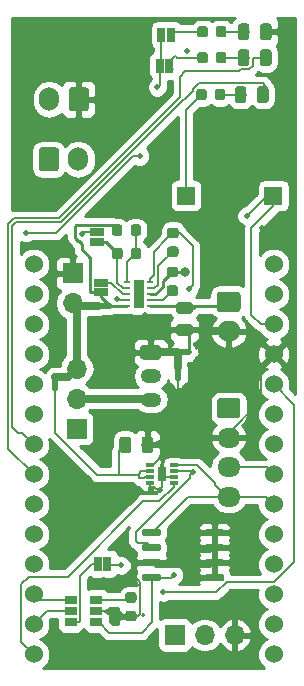
<source format=gbr>
G04 #@! TF.GenerationSoftware,KiCad,Pcbnew,(5.0.1)-rc2*
G04 #@! TF.CreationDate,2019-05-10T17:03:11-07:00*
G04 #@! TF.ProjectId,weatherStation,7765617468657253746174696F6E2E6B,rev?*
G04 #@! TF.SameCoordinates,Original*
G04 #@! TF.FileFunction,Copper,L1,Top,Signal*
G04 #@! TF.FilePolarity,Positive*
%FSLAX46Y46*%
G04 Gerber Fmt 4.6, Leading zero omitted, Abs format (unit mm)*
G04 Created by KiCad (PCBNEW (5.0.1)-rc2) date 5/10/2019 5:03:11 PM*
%MOMM*%
%LPD*%
G01*
G04 APERTURE LIST*
G04 #@! TA.AperFunction,EtchedComponent*
%ADD10C,0.100000*%
G04 #@! TD*
G04 #@! TA.AperFunction,ComponentPad*
%ADD11O,1.700000X2.000000*%
G04 #@! TD*
G04 #@! TA.AperFunction,Conductor*
%ADD12C,0.100000*%
G04 #@! TD*
G04 #@! TA.AperFunction,ComponentPad*
%ADD13C,1.700000*%
G04 #@! TD*
G04 #@! TA.AperFunction,ComponentPad*
%ADD14O,1.950000X1.700000*%
G04 #@! TD*
G04 #@! TA.AperFunction,SMDPad,CuDef*
%ADD15C,0.975000*%
G04 #@! TD*
G04 #@! TA.AperFunction,ComponentPad*
%ADD16C,1.200000*%
G04 #@! TD*
G04 #@! TA.AperFunction,ComponentPad*
%ADD17O,1.750000X1.200000*%
G04 #@! TD*
G04 #@! TA.AperFunction,ComponentPad*
%ADD18O,2.000000X1.700000*%
G04 #@! TD*
G04 #@! TA.AperFunction,SMDPad,CuDef*
%ADD19R,0.635000X1.270000*%
G04 #@! TD*
G04 #@! TA.AperFunction,SMDPad,CuDef*
%ADD20C,0.875000*%
G04 #@! TD*
G04 #@! TA.AperFunction,ComponentPad*
%ADD21R,1.700000X1.700000*%
G04 #@! TD*
G04 #@! TA.AperFunction,ComponentPad*
%ADD22O,1.700000X1.700000*%
G04 #@! TD*
G04 #@! TA.AperFunction,SMDPad,CuDef*
%ADD23R,1.500000X1.500000*%
G04 #@! TD*
G04 #@! TA.AperFunction,SMDPad,CuDef*
%ADD24C,0.600000*%
G04 #@! TD*
G04 #@! TA.AperFunction,SMDPad,CuDef*
%ADD25R,1.060000X0.650000*%
G04 #@! TD*
G04 #@! TA.AperFunction,SMDPad,CuDef*
%ADD26R,0.700000X0.300000*%
G04 #@! TD*
G04 #@! TA.AperFunction,SMDPad,CuDef*
%ADD27R,0.800000X1.200000*%
G04 #@! TD*
G04 #@! TA.AperFunction,SMDPad,CuDef*
%ADD28R,0.840000X2.400000*%
G04 #@! TD*
G04 #@! TA.AperFunction,SMDPad,CuDef*
%ADD29R,0.500000X0.250000*%
G04 #@! TD*
G04 #@! TA.AperFunction,SMDPad,CuDef*
%ADD30R,1.270000X0.635000*%
G04 #@! TD*
G04 #@! TA.AperFunction,Conductor*
%ADD31C,0.500000*%
G04 #@! TD*
G04 #@! TA.AperFunction,ComponentPad*
%ADD32C,1.524000*%
G04 #@! TD*
G04 #@! TA.AperFunction,ViaPad*
%ADD33C,0.500000*%
G04 #@! TD*
G04 #@! TA.AperFunction,ViaPad*
%ADD34C,0.800000*%
G04 #@! TD*
G04 #@! TA.AperFunction,Conductor*
%ADD35C,0.160000*%
G04 #@! TD*
G04 #@! TA.AperFunction,Conductor*
%ADD36C,0.700000*%
G04 #@! TD*
G04 #@! TA.AperFunction,Conductor*
%ADD37C,0.250000*%
G04 #@! TD*
G04 #@! TA.AperFunction,Conductor*
%ADD38C,0.254000*%
G04 #@! TD*
G04 APERTURE END LIST*
D10*
G04 #@! TO.C,NT1*
G36*
X97328800Y-83218400D02*
X97328800Y-84218400D01*
X96828800Y-84218400D01*
X96828800Y-83218400D01*
X97328800Y-83218400D01*
G37*
G04 #@! TO.C,NT2*
G36*
X100693600Y-76915200D02*
X101693600Y-76915200D01*
X101693600Y-77415200D01*
X100693600Y-77415200D01*
X100693600Y-76915200D01*
G37*
G04 #@! TO.C,NT3*
G36*
X107399200Y-80877600D02*
X108399200Y-80877600D01*
X108399200Y-81377600D01*
X107399200Y-81377600D01*
X107399200Y-80877600D01*
G37*
G04 #@! TO.C,NT4*
G36*
X107742800Y-82397600D02*
X107742800Y-83397600D01*
X107242800Y-83397600D01*
X107242800Y-82397600D01*
X107742800Y-82397600D01*
G37*
G04 #@! TD*
D11*
G04 #@! TO.P,J1,2*
G04 #@! TO.N,/ANE_Pulse*
X96560000Y-59690000D03*
D12*
G04 #@! TD*
G04 #@! TO.N,GND*
G04 #@! TO.C,J1*
G36*
X99684504Y-58691204D02*
X99708773Y-58694804D01*
X99732571Y-58700765D01*
X99755671Y-58709030D01*
X99777849Y-58719520D01*
X99798893Y-58732133D01*
X99818598Y-58746747D01*
X99836777Y-58763223D01*
X99853253Y-58781402D01*
X99867867Y-58801107D01*
X99880480Y-58822151D01*
X99890970Y-58844329D01*
X99899235Y-58867429D01*
X99905196Y-58891227D01*
X99908796Y-58915496D01*
X99910000Y-58940000D01*
X99910000Y-60440000D01*
X99908796Y-60464504D01*
X99905196Y-60488773D01*
X99899235Y-60512571D01*
X99890970Y-60535671D01*
X99880480Y-60557849D01*
X99867867Y-60578893D01*
X99853253Y-60598598D01*
X99836777Y-60616777D01*
X99818598Y-60633253D01*
X99798893Y-60647867D01*
X99777849Y-60660480D01*
X99755671Y-60670970D01*
X99732571Y-60679235D01*
X99708773Y-60685196D01*
X99684504Y-60688796D01*
X99660000Y-60690000D01*
X98460000Y-60690000D01*
X98435496Y-60688796D01*
X98411227Y-60685196D01*
X98387429Y-60679235D01*
X98364329Y-60670970D01*
X98342151Y-60660480D01*
X98321107Y-60647867D01*
X98301402Y-60633253D01*
X98283223Y-60616777D01*
X98266747Y-60598598D01*
X98252133Y-60578893D01*
X98239520Y-60557849D01*
X98229030Y-60535671D01*
X98220765Y-60512571D01*
X98214804Y-60488773D01*
X98211204Y-60464504D01*
X98210000Y-60440000D01*
X98210000Y-58940000D01*
X98211204Y-58915496D01*
X98214804Y-58891227D01*
X98220765Y-58867429D01*
X98229030Y-58844329D01*
X98239520Y-58822151D01*
X98252133Y-58801107D01*
X98266747Y-58781402D01*
X98283223Y-58763223D01*
X98301402Y-58746747D01*
X98321107Y-58732133D01*
X98342151Y-58719520D01*
X98364329Y-58709030D01*
X98387429Y-58700765D01*
X98411227Y-58694804D01*
X98435496Y-58691204D01*
X98460000Y-58690000D01*
X99660000Y-58690000D01*
X99684504Y-58691204D01*
X99684504Y-58691204D01*
G37*
D13*
G04 #@! TO.P,J1,1*
G04 #@! TO.N,GND*
X99060000Y-59690000D03*
G04 #@! TD*
D12*
G04 #@! TO.N,3V3*
G04 #@! TO.C,U3*
G36*
X112509504Y-84996204D02*
X112533773Y-84999804D01*
X112557571Y-85005765D01*
X112580671Y-85014030D01*
X112602849Y-85024520D01*
X112623893Y-85037133D01*
X112643598Y-85051747D01*
X112661777Y-85068223D01*
X112678253Y-85086402D01*
X112692867Y-85106107D01*
X112705480Y-85127151D01*
X112715970Y-85149329D01*
X112724235Y-85172429D01*
X112730196Y-85196227D01*
X112733796Y-85220496D01*
X112735000Y-85245000D01*
X112735000Y-86445000D01*
X112733796Y-86469504D01*
X112730196Y-86493773D01*
X112724235Y-86517571D01*
X112715970Y-86540671D01*
X112705480Y-86562849D01*
X112692867Y-86583893D01*
X112678253Y-86603598D01*
X112661777Y-86621777D01*
X112643598Y-86638253D01*
X112623893Y-86652867D01*
X112602849Y-86665480D01*
X112580671Y-86675970D01*
X112557571Y-86684235D01*
X112533773Y-86690196D01*
X112509504Y-86693796D01*
X112485000Y-86695000D01*
X111035000Y-86695000D01*
X111010496Y-86693796D01*
X110986227Y-86690196D01*
X110962429Y-86684235D01*
X110939329Y-86675970D01*
X110917151Y-86665480D01*
X110896107Y-86652867D01*
X110876402Y-86638253D01*
X110858223Y-86621777D01*
X110841747Y-86603598D01*
X110827133Y-86583893D01*
X110814520Y-86562849D01*
X110804030Y-86540671D01*
X110795765Y-86517571D01*
X110789804Y-86493773D01*
X110786204Y-86469504D01*
X110785000Y-86445000D01*
X110785000Y-85245000D01*
X110786204Y-85220496D01*
X110789804Y-85196227D01*
X110795765Y-85172429D01*
X110804030Y-85149329D01*
X110814520Y-85127151D01*
X110827133Y-85106107D01*
X110841747Y-85086402D01*
X110858223Y-85068223D01*
X110876402Y-85051747D01*
X110896107Y-85037133D01*
X110917151Y-85024520D01*
X110939329Y-85014030D01*
X110962429Y-85005765D01*
X110986227Y-84999804D01*
X111010496Y-84996204D01*
X111035000Y-84995000D01*
X112485000Y-84995000D01*
X112509504Y-84996204D01*
X112509504Y-84996204D01*
G37*
D13*
G04 #@! TD*
G04 #@! TO.P,U3,1*
G04 #@! TO.N,3V3*
X111760000Y-85845000D03*
D14*
G04 #@! TO.P,U3,2*
G04 #@! TO.N,GND*
X111760000Y-88345000D03*
G04 #@! TO.P,U3,3*
G04 #@! TO.N,I2C_SCL*
X111760000Y-90845000D03*
G04 #@! TO.P,U3,4*
G04 #@! TO.N,I2C_SDA*
X111760000Y-93345000D03*
G04 #@! TD*
D12*
G04 #@! TO.N,/Sheet5C1E5C91/BattMon+*
G04 #@! TO.C,C9*
G36*
X103266942Y-88251974D02*
X103290603Y-88255484D01*
X103313807Y-88261296D01*
X103336329Y-88269354D01*
X103357953Y-88279582D01*
X103378470Y-88291879D01*
X103397683Y-88306129D01*
X103415407Y-88322193D01*
X103431471Y-88339917D01*
X103445721Y-88359130D01*
X103458018Y-88379647D01*
X103468246Y-88401271D01*
X103476304Y-88423793D01*
X103482116Y-88446997D01*
X103485626Y-88470658D01*
X103486800Y-88494550D01*
X103486800Y-89407050D01*
X103485626Y-89430942D01*
X103482116Y-89454603D01*
X103476304Y-89477807D01*
X103468246Y-89500329D01*
X103458018Y-89521953D01*
X103445721Y-89542470D01*
X103431471Y-89561683D01*
X103415407Y-89579407D01*
X103397683Y-89595471D01*
X103378470Y-89609721D01*
X103357953Y-89622018D01*
X103336329Y-89632246D01*
X103313807Y-89640304D01*
X103290603Y-89646116D01*
X103266942Y-89649626D01*
X103243050Y-89650800D01*
X102755550Y-89650800D01*
X102731658Y-89649626D01*
X102707997Y-89646116D01*
X102684793Y-89640304D01*
X102662271Y-89632246D01*
X102640647Y-89622018D01*
X102620130Y-89609721D01*
X102600917Y-89595471D01*
X102583193Y-89579407D01*
X102567129Y-89561683D01*
X102552879Y-89542470D01*
X102540582Y-89521953D01*
X102530354Y-89500329D01*
X102522296Y-89477807D01*
X102516484Y-89454603D01*
X102512974Y-89430942D01*
X102511800Y-89407050D01*
X102511800Y-88494550D01*
X102512974Y-88470658D01*
X102516484Y-88446997D01*
X102522296Y-88423793D01*
X102530354Y-88401271D01*
X102540582Y-88379647D01*
X102552879Y-88359130D01*
X102567129Y-88339917D01*
X102583193Y-88322193D01*
X102600917Y-88306129D01*
X102620130Y-88291879D01*
X102640647Y-88279582D01*
X102662271Y-88269354D01*
X102684793Y-88261296D01*
X102707997Y-88255484D01*
X102731658Y-88251974D01*
X102755550Y-88250800D01*
X103243050Y-88250800D01*
X103266942Y-88251974D01*
X103266942Y-88251974D01*
G37*
D15*
G04 #@! TD*
G04 #@! TO.P,C9,2*
G04 #@! TO.N,/Sheet5C1E5C91/BattMon+*
X102999300Y-88950800D03*
D12*
G04 #@! TO.N,GND*
G04 #@! TO.C,C9*
G36*
X105141942Y-88251974D02*
X105165603Y-88255484D01*
X105188807Y-88261296D01*
X105211329Y-88269354D01*
X105232953Y-88279582D01*
X105253470Y-88291879D01*
X105272683Y-88306129D01*
X105290407Y-88322193D01*
X105306471Y-88339917D01*
X105320721Y-88359130D01*
X105333018Y-88379647D01*
X105343246Y-88401271D01*
X105351304Y-88423793D01*
X105357116Y-88446997D01*
X105360626Y-88470658D01*
X105361800Y-88494550D01*
X105361800Y-89407050D01*
X105360626Y-89430942D01*
X105357116Y-89454603D01*
X105351304Y-89477807D01*
X105343246Y-89500329D01*
X105333018Y-89521953D01*
X105320721Y-89542470D01*
X105306471Y-89561683D01*
X105290407Y-89579407D01*
X105272683Y-89595471D01*
X105253470Y-89609721D01*
X105232953Y-89622018D01*
X105211329Y-89632246D01*
X105188807Y-89640304D01*
X105165603Y-89646116D01*
X105141942Y-89649626D01*
X105118050Y-89650800D01*
X104630550Y-89650800D01*
X104606658Y-89649626D01*
X104582997Y-89646116D01*
X104559793Y-89640304D01*
X104537271Y-89632246D01*
X104515647Y-89622018D01*
X104495130Y-89609721D01*
X104475917Y-89595471D01*
X104458193Y-89579407D01*
X104442129Y-89561683D01*
X104427879Y-89542470D01*
X104415582Y-89521953D01*
X104405354Y-89500329D01*
X104397296Y-89477807D01*
X104391484Y-89454603D01*
X104387974Y-89430942D01*
X104386800Y-89407050D01*
X104386800Y-88494550D01*
X104387974Y-88470658D01*
X104391484Y-88446997D01*
X104397296Y-88423793D01*
X104405354Y-88401271D01*
X104415582Y-88379647D01*
X104427879Y-88359130D01*
X104442129Y-88339917D01*
X104458193Y-88322193D01*
X104475917Y-88306129D01*
X104495130Y-88291879D01*
X104515647Y-88279582D01*
X104537271Y-88269354D01*
X104559793Y-88261296D01*
X104582997Y-88255484D01*
X104606658Y-88251974D01*
X104630550Y-88250800D01*
X105118050Y-88250800D01*
X105141942Y-88251974D01*
X105141942Y-88251974D01*
G37*
D15*
G04 #@! TD*
G04 #@! TO.P,C9,1*
G04 #@! TO.N,GND*
X104874300Y-88950800D03*
D12*
G04 #@! TO.N,/Sheet5C1E5C91/Solar+*
G04 #@! TO.C,C16*
G36*
X108493642Y-76861274D02*
X108517303Y-76864784D01*
X108540507Y-76870596D01*
X108563029Y-76878654D01*
X108584653Y-76888882D01*
X108605170Y-76901179D01*
X108624383Y-76915429D01*
X108642107Y-76931493D01*
X108658171Y-76949217D01*
X108672421Y-76968430D01*
X108684718Y-76988947D01*
X108694946Y-77010571D01*
X108703004Y-77033093D01*
X108708816Y-77056297D01*
X108712326Y-77079958D01*
X108713500Y-77103850D01*
X108713500Y-77591350D01*
X108712326Y-77615242D01*
X108708816Y-77638903D01*
X108703004Y-77662107D01*
X108694946Y-77684629D01*
X108684718Y-77706253D01*
X108672421Y-77726770D01*
X108658171Y-77745983D01*
X108642107Y-77763707D01*
X108624383Y-77779771D01*
X108605170Y-77794021D01*
X108584653Y-77806318D01*
X108563029Y-77816546D01*
X108540507Y-77824604D01*
X108517303Y-77830416D01*
X108493642Y-77833926D01*
X108469750Y-77835100D01*
X107557250Y-77835100D01*
X107533358Y-77833926D01*
X107509697Y-77830416D01*
X107486493Y-77824604D01*
X107463971Y-77816546D01*
X107442347Y-77806318D01*
X107421830Y-77794021D01*
X107402617Y-77779771D01*
X107384893Y-77763707D01*
X107368829Y-77745983D01*
X107354579Y-77726770D01*
X107342282Y-77706253D01*
X107332054Y-77684629D01*
X107323996Y-77662107D01*
X107318184Y-77638903D01*
X107314674Y-77615242D01*
X107313500Y-77591350D01*
X107313500Y-77103850D01*
X107314674Y-77079958D01*
X107318184Y-77056297D01*
X107323996Y-77033093D01*
X107332054Y-77010571D01*
X107342282Y-76988947D01*
X107354579Y-76968430D01*
X107368829Y-76949217D01*
X107384893Y-76931493D01*
X107402617Y-76915429D01*
X107421830Y-76901179D01*
X107442347Y-76888882D01*
X107463971Y-76878654D01*
X107486493Y-76870596D01*
X107509697Y-76864784D01*
X107533358Y-76861274D01*
X107557250Y-76860100D01*
X108469750Y-76860100D01*
X108493642Y-76861274D01*
X108493642Y-76861274D01*
G37*
D15*
G04 #@! TD*
G04 #@! TO.P,C16,1*
G04 #@! TO.N,/Sheet5C1E5C91/Solar+*
X108013500Y-77347600D03*
D12*
G04 #@! TO.N,GND*
G04 #@! TO.C,C16*
G36*
X108493642Y-78736274D02*
X108517303Y-78739784D01*
X108540507Y-78745596D01*
X108563029Y-78753654D01*
X108584653Y-78763882D01*
X108605170Y-78776179D01*
X108624383Y-78790429D01*
X108642107Y-78806493D01*
X108658171Y-78824217D01*
X108672421Y-78843430D01*
X108684718Y-78863947D01*
X108694946Y-78885571D01*
X108703004Y-78908093D01*
X108708816Y-78931297D01*
X108712326Y-78954958D01*
X108713500Y-78978850D01*
X108713500Y-79466350D01*
X108712326Y-79490242D01*
X108708816Y-79513903D01*
X108703004Y-79537107D01*
X108694946Y-79559629D01*
X108684718Y-79581253D01*
X108672421Y-79601770D01*
X108658171Y-79620983D01*
X108642107Y-79638707D01*
X108624383Y-79654771D01*
X108605170Y-79669021D01*
X108584653Y-79681318D01*
X108563029Y-79691546D01*
X108540507Y-79699604D01*
X108517303Y-79705416D01*
X108493642Y-79708926D01*
X108469750Y-79710100D01*
X107557250Y-79710100D01*
X107533358Y-79708926D01*
X107509697Y-79705416D01*
X107486493Y-79699604D01*
X107463971Y-79691546D01*
X107442347Y-79681318D01*
X107421830Y-79669021D01*
X107402617Y-79654771D01*
X107384893Y-79638707D01*
X107368829Y-79620983D01*
X107354579Y-79601770D01*
X107342282Y-79581253D01*
X107332054Y-79559629D01*
X107323996Y-79537107D01*
X107318184Y-79513903D01*
X107314674Y-79490242D01*
X107313500Y-79466350D01*
X107313500Y-78978850D01*
X107314674Y-78954958D01*
X107318184Y-78931297D01*
X107323996Y-78908093D01*
X107332054Y-78885571D01*
X107342282Y-78863947D01*
X107354579Y-78843430D01*
X107368829Y-78824217D01*
X107384893Y-78806493D01*
X107402617Y-78790429D01*
X107421830Y-78776179D01*
X107442347Y-78763882D01*
X107463971Y-78753654D01*
X107486493Y-78745596D01*
X107509697Y-78739784D01*
X107533358Y-78736274D01*
X107557250Y-78735100D01*
X108469750Y-78735100D01*
X108493642Y-78736274D01*
X108493642Y-78736274D01*
G37*
D15*
G04 #@! TD*
G04 #@! TO.P,C16,2*
G04 #@! TO.N,GND*
X108013500Y-79222600D03*
D12*
G04 #@! TO.N,Net-(D8-Pad2)*
G04 #@! TO.C,D8*
G36*
X113297642Y-53276174D02*
X113321303Y-53279684D01*
X113344507Y-53285496D01*
X113367029Y-53293554D01*
X113388653Y-53303782D01*
X113409170Y-53316079D01*
X113428383Y-53330329D01*
X113446107Y-53346393D01*
X113462171Y-53364117D01*
X113476421Y-53383330D01*
X113488718Y-53403847D01*
X113498946Y-53425471D01*
X113507004Y-53447993D01*
X113512816Y-53471197D01*
X113516326Y-53494858D01*
X113517500Y-53518750D01*
X113517500Y-54431250D01*
X113516326Y-54455142D01*
X113512816Y-54478803D01*
X113507004Y-54502007D01*
X113498946Y-54524529D01*
X113488718Y-54546153D01*
X113476421Y-54566670D01*
X113462171Y-54585883D01*
X113446107Y-54603607D01*
X113428383Y-54619671D01*
X113409170Y-54633921D01*
X113388653Y-54646218D01*
X113367029Y-54656446D01*
X113344507Y-54664504D01*
X113321303Y-54670316D01*
X113297642Y-54673826D01*
X113273750Y-54675000D01*
X112786250Y-54675000D01*
X112762358Y-54673826D01*
X112738697Y-54670316D01*
X112715493Y-54664504D01*
X112692971Y-54656446D01*
X112671347Y-54646218D01*
X112650830Y-54633921D01*
X112631617Y-54619671D01*
X112613893Y-54603607D01*
X112597829Y-54585883D01*
X112583579Y-54566670D01*
X112571282Y-54546153D01*
X112561054Y-54524529D01*
X112552996Y-54502007D01*
X112547184Y-54478803D01*
X112543674Y-54455142D01*
X112542500Y-54431250D01*
X112542500Y-53518750D01*
X112543674Y-53494858D01*
X112547184Y-53471197D01*
X112552996Y-53447993D01*
X112561054Y-53425471D01*
X112571282Y-53403847D01*
X112583579Y-53383330D01*
X112597829Y-53364117D01*
X112613893Y-53346393D01*
X112631617Y-53330329D01*
X112650830Y-53316079D01*
X112671347Y-53303782D01*
X112692971Y-53293554D01*
X112715493Y-53285496D01*
X112738697Y-53279684D01*
X112762358Y-53276174D01*
X112786250Y-53275000D01*
X113273750Y-53275000D01*
X113297642Y-53276174D01*
X113297642Y-53276174D01*
G37*
D15*
G04 #@! TD*
G04 #@! TO.P,D8,2*
G04 #@! TO.N,Net-(D8-Pad2)*
X113030000Y-53975000D03*
D12*
G04 #@! TO.N,GND*
G04 #@! TO.C,D8*
G36*
X115172642Y-53276174D02*
X115196303Y-53279684D01*
X115219507Y-53285496D01*
X115242029Y-53293554D01*
X115263653Y-53303782D01*
X115284170Y-53316079D01*
X115303383Y-53330329D01*
X115321107Y-53346393D01*
X115337171Y-53364117D01*
X115351421Y-53383330D01*
X115363718Y-53403847D01*
X115373946Y-53425471D01*
X115382004Y-53447993D01*
X115387816Y-53471197D01*
X115391326Y-53494858D01*
X115392500Y-53518750D01*
X115392500Y-54431250D01*
X115391326Y-54455142D01*
X115387816Y-54478803D01*
X115382004Y-54502007D01*
X115373946Y-54524529D01*
X115363718Y-54546153D01*
X115351421Y-54566670D01*
X115337171Y-54585883D01*
X115321107Y-54603607D01*
X115303383Y-54619671D01*
X115284170Y-54633921D01*
X115263653Y-54646218D01*
X115242029Y-54656446D01*
X115219507Y-54664504D01*
X115196303Y-54670316D01*
X115172642Y-54673826D01*
X115148750Y-54675000D01*
X114661250Y-54675000D01*
X114637358Y-54673826D01*
X114613697Y-54670316D01*
X114590493Y-54664504D01*
X114567971Y-54656446D01*
X114546347Y-54646218D01*
X114525830Y-54633921D01*
X114506617Y-54619671D01*
X114488893Y-54603607D01*
X114472829Y-54585883D01*
X114458579Y-54566670D01*
X114446282Y-54546153D01*
X114436054Y-54524529D01*
X114427996Y-54502007D01*
X114422184Y-54478803D01*
X114418674Y-54455142D01*
X114417500Y-54431250D01*
X114417500Y-53518750D01*
X114418674Y-53494858D01*
X114422184Y-53471197D01*
X114427996Y-53447993D01*
X114436054Y-53425471D01*
X114446282Y-53403847D01*
X114458579Y-53383330D01*
X114472829Y-53364117D01*
X114488893Y-53346393D01*
X114506617Y-53330329D01*
X114525830Y-53316079D01*
X114546347Y-53303782D01*
X114567971Y-53293554D01*
X114590493Y-53285496D01*
X114613697Y-53279684D01*
X114637358Y-53276174D01*
X114661250Y-53275000D01*
X115148750Y-53275000D01*
X115172642Y-53276174D01*
X115172642Y-53276174D01*
G37*
D15*
G04 #@! TD*
G04 #@! TO.P,D8,1*
G04 #@! TO.N,GND*
X114905000Y-53975000D03*
D12*
G04 #@! TO.N,Net-(D9-Pad2)*
G04 #@! TO.C,D9*
G36*
X113297642Y-55473274D02*
X113321303Y-55476784D01*
X113344507Y-55482596D01*
X113367029Y-55490654D01*
X113388653Y-55500882D01*
X113409170Y-55513179D01*
X113428383Y-55527429D01*
X113446107Y-55543493D01*
X113462171Y-55561217D01*
X113476421Y-55580430D01*
X113488718Y-55600947D01*
X113498946Y-55622571D01*
X113507004Y-55645093D01*
X113512816Y-55668297D01*
X113516326Y-55691958D01*
X113517500Y-55715850D01*
X113517500Y-56628350D01*
X113516326Y-56652242D01*
X113512816Y-56675903D01*
X113507004Y-56699107D01*
X113498946Y-56721629D01*
X113488718Y-56743253D01*
X113476421Y-56763770D01*
X113462171Y-56782983D01*
X113446107Y-56800707D01*
X113428383Y-56816771D01*
X113409170Y-56831021D01*
X113388653Y-56843318D01*
X113367029Y-56853546D01*
X113344507Y-56861604D01*
X113321303Y-56867416D01*
X113297642Y-56870926D01*
X113273750Y-56872100D01*
X112786250Y-56872100D01*
X112762358Y-56870926D01*
X112738697Y-56867416D01*
X112715493Y-56861604D01*
X112692971Y-56853546D01*
X112671347Y-56843318D01*
X112650830Y-56831021D01*
X112631617Y-56816771D01*
X112613893Y-56800707D01*
X112597829Y-56782983D01*
X112583579Y-56763770D01*
X112571282Y-56743253D01*
X112561054Y-56721629D01*
X112552996Y-56699107D01*
X112547184Y-56675903D01*
X112543674Y-56652242D01*
X112542500Y-56628350D01*
X112542500Y-55715850D01*
X112543674Y-55691958D01*
X112547184Y-55668297D01*
X112552996Y-55645093D01*
X112561054Y-55622571D01*
X112571282Y-55600947D01*
X112583579Y-55580430D01*
X112597829Y-55561217D01*
X112613893Y-55543493D01*
X112631617Y-55527429D01*
X112650830Y-55513179D01*
X112671347Y-55500882D01*
X112692971Y-55490654D01*
X112715493Y-55482596D01*
X112738697Y-55476784D01*
X112762358Y-55473274D01*
X112786250Y-55472100D01*
X113273750Y-55472100D01*
X113297642Y-55473274D01*
X113297642Y-55473274D01*
G37*
D15*
G04 #@! TD*
G04 #@! TO.P,D9,2*
G04 #@! TO.N,Net-(D9-Pad2)*
X113030000Y-56172100D03*
D12*
G04 #@! TO.N,/GPLED1*
G04 #@! TO.C,D9*
G36*
X115172642Y-55473274D02*
X115196303Y-55476784D01*
X115219507Y-55482596D01*
X115242029Y-55490654D01*
X115263653Y-55500882D01*
X115284170Y-55513179D01*
X115303383Y-55527429D01*
X115321107Y-55543493D01*
X115337171Y-55561217D01*
X115351421Y-55580430D01*
X115363718Y-55600947D01*
X115373946Y-55622571D01*
X115382004Y-55645093D01*
X115387816Y-55668297D01*
X115391326Y-55691958D01*
X115392500Y-55715850D01*
X115392500Y-56628350D01*
X115391326Y-56652242D01*
X115387816Y-56675903D01*
X115382004Y-56699107D01*
X115373946Y-56721629D01*
X115363718Y-56743253D01*
X115351421Y-56763770D01*
X115337171Y-56782983D01*
X115321107Y-56800707D01*
X115303383Y-56816771D01*
X115284170Y-56831021D01*
X115263653Y-56843318D01*
X115242029Y-56853546D01*
X115219507Y-56861604D01*
X115196303Y-56867416D01*
X115172642Y-56870926D01*
X115148750Y-56872100D01*
X114661250Y-56872100D01*
X114637358Y-56870926D01*
X114613697Y-56867416D01*
X114590493Y-56861604D01*
X114567971Y-56853546D01*
X114546347Y-56843318D01*
X114525830Y-56831021D01*
X114506617Y-56816771D01*
X114488893Y-56800707D01*
X114472829Y-56782983D01*
X114458579Y-56763770D01*
X114446282Y-56743253D01*
X114436054Y-56721629D01*
X114427996Y-56699107D01*
X114422184Y-56675903D01*
X114418674Y-56652242D01*
X114417500Y-56628350D01*
X114417500Y-55715850D01*
X114418674Y-55691958D01*
X114422184Y-55668297D01*
X114427996Y-55645093D01*
X114436054Y-55622571D01*
X114446282Y-55600947D01*
X114458579Y-55580430D01*
X114472829Y-55561217D01*
X114488893Y-55543493D01*
X114506617Y-55527429D01*
X114525830Y-55513179D01*
X114546347Y-55500882D01*
X114567971Y-55490654D01*
X114590493Y-55482596D01*
X114613697Y-55476784D01*
X114637358Y-55473274D01*
X114661250Y-55472100D01*
X115148750Y-55472100D01*
X115172642Y-55473274D01*
X115172642Y-55473274D01*
G37*
D15*
G04 #@! TD*
G04 #@! TO.P,D9,1*
G04 #@! TO.N,/GPLED1*
X114905000Y-56172100D03*
D12*
G04 #@! TO.N,/GPLED2*
G04 #@! TO.C,D10*
G36*
X114918642Y-58597474D02*
X114942303Y-58600984D01*
X114965507Y-58606796D01*
X114988029Y-58614854D01*
X115009653Y-58625082D01*
X115030170Y-58637379D01*
X115049383Y-58651629D01*
X115067107Y-58667693D01*
X115083171Y-58685417D01*
X115097421Y-58704630D01*
X115109718Y-58725147D01*
X115119946Y-58746771D01*
X115128004Y-58769293D01*
X115133816Y-58792497D01*
X115137326Y-58816158D01*
X115138500Y-58840050D01*
X115138500Y-59752550D01*
X115137326Y-59776442D01*
X115133816Y-59800103D01*
X115128004Y-59823307D01*
X115119946Y-59845829D01*
X115109718Y-59867453D01*
X115097421Y-59887970D01*
X115083171Y-59907183D01*
X115067107Y-59924907D01*
X115049383Y-59940971D01*
X115030170Y-59955221D01*
X115009653Y-59967518D01*
X114988029Y-59977746D01*
X114965507Y-59985804D01*
X114942303Y-59991616D01*
X114918642Y-59995126D01*
X114894750Y-59996300D01*
X114407250Y-59996300D01*
X114383358Y-59995126D01*
X114359697Y-59991616D01*
X114336493Y-59985804D01*
X114313971Y-59977746D01*
X114292347Y-59967518D01*
X114271830Y-59955221D01*
X114252617Y-59940971D01*
X114234893Y-59924907D01*
X114218829Y-59907183D01*
X114204579Y-59887970D01*
X114192282Y-59867453D01*
X114182054Y-59845829D01*
X114173996Y-59823307D01*
X114168184Y-59800103D01*
X114164674Y-59776442D01*
X114163500Y-59752550D01*
X114163500Y-58840050D01*
X114164674Y-58816158D01*
X114168184Y-58792497D01*
X114173996Y-58769293D01*
X114182054Y-58746771D01*
X114192282Y-58725147D01*
X114204579Y-58704630D01*
X114218829Y-58685417D01*
X114234893Y-58667693D01*
X114252617Y-58651629D01*
X114271830Y-58637379D01*
X114292347Y-58625082D01*
X114313971Y-58614854D01*
X114336493Y-58606796D01*
X114359697Y-58600984D01*
X114383358Y-58597474D01*
X114407250Y-58596300D01*
X114894750Y-58596300D01*
X114918642Y-58597474D01*
X114918642Y-58597474D01*
G37*
D15*
G04 #@! TD*
G04 #@! TO.P,D10,1*
G04 #@! TO.N,/GPLED2*
X114651000Y-59296300D03*
D12*
G04 #@! TO.N,Net-(D10-Pad2)*
G04 #@! TO.C,D10*
G36*
X113043642Y-58597474D02*
X113067303Y-58600984D01*
X113090507Y-58606796D01*
X113113029Y-58614854D01*
X113134653Y-58625082D01*
X113155170Y-58637379D01*
X113174383Y-58651629D01*
X113192107Y-58667693D01*
X113208171Y-58685417D01*
X113222421Y-58704630D01*
X113234718Y-58725147D01*
X113244946Y-58746771D01*
X113253004Y-58769293D01*
X113258816Y-58792497D01*
X113262326Y-58816158D01*
X113263500Y-58840050D01*
X113263500Y-59752550D01*
X113262326Y-59776442D01*
X113258816Y-59800103D01*
X113253004Y-59823307D01*
X113244946Y-59845829D01*
X113234718Y-59867453D01*
X113222421Y-59887970D01*
X113208171Y-59907183D01*
X113192107Y-59924907D01*
X113174383Y-59940971D01*
X113155170Y-59955221D01*
X113134653Y-59967518D01*
X113113029Y-59977746D01*
X113090507Y-59985804D01*
X113067303Y-59991616D01*
X113043642Y-59995126D01*
X113019750Y-59996300D01*
X112532250Y-59996300D01*
X112508358Y-59995126D01*
X112484697Y-59991616D01*
X112461493Y-59985804D01*
X112438971Y-59977746D01*
X112417347Y-59967518D01*
X112396830Y-59955221D01*
X112377617Y-59940971D01*
X112359893Y-59924907D01*
X112343829Y-59907183D01*
X112329579Y-59887970D01*
X112317282Y-59867453D01*
X112307054Y-59845829D01*
X112298996Y-59823307D01*
X112293184Y-59800103D01*
X112289674Y-59776442D01*
X112288500Y-59752550D01*
X112288500Y-58840050D01*
X112289674Y-58816158D01*
X112293184Y-58792497D01*
X112298996Y-58769293D01*
X112307054Y-58746771D01*
X112317282Y-58725147D01*
X112329579Y-58704630D01*
X112343829Y-58685417D01*
X112359893Y-58667693D01*
X112377617Y-58651629D01*
X112396830Y-58637379D01*
X112417347Y-58625082D01*
X112438971Y-58614854D01*
X112461493Y-58606796D01*
X112484697Y-58600984D01*
X112508358Y-58597474D01*
X112532250Y-58596300D01*
X113019750Y-58596300D01*
X113043642Y-58597474D01*
X113043642Y-58597474D01*
G37*
D15*
G04 #@! TD*
G04 #@! TO.P,D10,2*
G04 #@! TO.N,Net-(D10-Pad2)*
X112776000Y-59296300D03*
D12*
G04 #@! TO.N,GND*
G04 #@! TO.C,J2*
G36*
X105805505Y-80528804D02*
X105829773Y-80532404D01*
X105853572Y-80538365D01*
X105876671Y-80546630D01*
X105898850Y-80557120D01*
X105919893Y-80569732D01*
X105939599Y-80584347D01*
X105957777Y-80600823D01*
X105974253Y-80619001D01*
X105988868Y-80638707D01*
X106001480Y-80659750D01*
X106011970Y-80681929D01*
X106020235Y-80705028D01*
X106026196Y-80728827D01*
X106029796Y-80753095D01*
X106031000Y-80777599D01*
X106031000Y-81477601D01*
X106029796Y-81502105D01*
X106026196Y-81526373D01*
X106020235Y-81550172D01*
X106011970Y-81573271D01*
X106001480Y-81595450D01*
X105988868Y-81616493D01*
X105974253Y-81636199D01*
X105957777Y-81654377D01*
X105939599Y-81670853D01*
X105919893Y-81685468D01*
X105898850Y-81698080D01*
X105876671Y-81708570D01*
X105853572Y-81716835D01*
X105829773Y-81722796D01*
X105805505Y-81726396D01*
X105781001Y-81727600D01*
X104530999Y-81727600D01*
X104506495Y-81726396D01*
X104482227Y-81722796D01*
X104458428Y-81716835D01*
X104435329Y-81708570D01*
X104413150Y-81698080D01*
X104392107Y-81685468D01*
X104372401Y-81670853D01*
X104354223Y-81654377D01*
X104337747Y-81636199D01*
X104323132Y-81616493D01*
X104310520Y-81595450D01*
X104300030Y-81573271D01*
X104291765Y-81550172D01*
X104285804Y-81526373D01*
X104282204Y-81502105D01*
X104281000Y-81477601D01*
X104281000Y-80777599D01*
X104282204Y-80753095D01*
X104285804Y-80728827D01*
X104291765Y-80705028D01*
X104300030Y-80681929D01*
X104310520Y-80659750D01*
X104323132Y-80638707D01*
X104337747Y-80619001D01*
X104354223Y-80600823D01*
X104372401Y-80584347D01*
X104392107Y-80569732D01*
X104413150Y-80557120D01*
X104435329Y-80546630D01*
X104458428Y-80538365D01*
X104482227Y-80532404D01*
X104506495Y-80528804D01*
X104530999Y-80527600D01*
X105781001Y-80527600D01*
X105805505Y-80528804D01*
X105805505Y-80528804D01*
G37*
D16*
G04 #@! TD*
G04 #@! TO.P,J2,1*
G04 #@! TO.N,GND*
X105156000Y-81127600D03*
D17*
G04 #@! TO.P,J2,2*
G04 #@! TO.N,/Sheet5C1E5C91/NTC*
X105156000Y-83127600D03*
G04 #@! TO.P,J2,3*
G04 #@! TO.N,/Sheet5C1E5C91/Batt_int*
X105156000Y-85127600D03*
G04 #@! TD*
D12*
G04 #@! TO.N,/Sheet5C1E5C91/Solar+*
G04 #@! TO.C,J5*
G36*
X112534504Y-75986204D02*
X112558773Y-75989804D01*
X112582571Y-75995765D01*
X112605671Y-76004030D01*
X112627849Y-76014520D01*
X112648893Y-76027133D01*
X112668598Y-76041747D01*
X112686777Y-76058223D01*
X112703253Y-76076402D01*
X112717867Y-76096107D01*
X112730480Y-76117151D01*
X112740970Y-76139329D01*
X112749235Y-76162429D01*
X112755196Y-76186227D01*
X112758796Y-76210496D01*
X112760000Y-76235000D01*
X112760000Y-77435000D01*
X112758796Y-77459504D01*
X112755196Y-77483773D01*
X112749235Y-77507571D01*
X112740970Y-77530671D01*
X112730480Y-77552849D01*
X112717867Y-77573893D01*
X112703253Y-77593598D01*
X112686777Y-77611777D01*
X112668598Y-77628253D01*
X112648893Y-77642867D01*
X112627849Y-77655480D01*
X112605671Y-77665970D01*
X112582571Y-77674235D01*
X112558773Y-77680196D01*
X112534504Y-77683796D01*
X112510000Y-77685000D01*
X111010000Y-77685000D01*
X110985496Y-77683796D01*
X110961227Y-77680196D01*
X110937429Y-77674235D01*
X110914329Y-77665970D01*
X110892151Y-77655480D01*
X110871107Y-77642867D01*
X110851402Y-77628253D01*
X110833223Y-77611777D01*
X110816747Y-77593598D01*
X110802133Y-77573893D01*
X110789520Y-77552849D01*
X110779030Y-77530671D01*
X110770765Y-77507571D01*
X110764804Y-77483773D01*
X110761204Y-77459504D01*
X110760000Y-77435000D01*
X110760000Y-76235000D01*
X110761204Y-76210496D01*
X110764804Y-76186227D01*
X110770765Y-76162429D01*
X110779030Y-76139329D01*
X110789520Y-76117151D01*
X110802133Y-76096107D01*
X110816747Y-76076402D01*
X110833223Y-76058223D01*
X110851402Y-76041747D01*
X110871107Y-76027133D01*
X110892151Y-76014520D01*
X110914329Y-76004030D01*
X110937429Y-75995765D01*
X110961227Y-75989804D01*
X110985496Y-75986204D01*
X111010000Y-75985000D01*
X112510000Y-75985000D01*
X112534504Y-75986204D01*
X112534504Y-75986204D01*
G37*
D13*
G04 #@! TD*
G04 #@! TO.P,J5,1*
G04 #@! TO.N,/Sheet5C1E5C91/Solar+*
X111760000Y-76835000D03*
D18*
G04 #@! TO.P,J5,2*
G04 #@! TO.N,GND*
X111760000Y-79335000D03*
G04 #@! TD*
D19*
G04 #@! TO.P,JP1,1*
G04 #@! TO.N,Net-(JP1-Pad1)*
X100685600Y-99009200D03*
G04 #@! TO.P,JP1,2*
G04 #@! TO.N,/RESET*
X101498400Y-99009200D03*
G04 #@! TD*
D12*
G04 #@! TO.N,Net-(R17-Pad2)*
G04 #@! TO.C,R17*
G36*
X103757291Y-101442853D02*
X103778526Y-101446003D01*
X103799350Y-101451219D01*
X103819562Y-101458451D01*
X103838968Y-101467630D01*
X103857381Y-101478666D01*
X103874624Y-101491454D01*
X103890530Y-101505870D01*
X103904946Y-101521776D01*
X103917734Y-101539019D01*
X103928770Y-101557432D01*
X103937949Y-101576838D01*
X103945181Y-101597050D01*
X103950397Y-101617874D01*
X103953547Y-101639109D01*
X103954600Y-101660550D01*
X103954600Y-102098050D01*
X103953547Y-102119491D01*
X103950397Y-102140726D01*
X103945181Y-102161550D01*
X103937949Y-102181762D01*
X103928770Y-102201168D01*
X103917734Y-102219581D01*
X103904946Y-102236824D01*
X103890530Y-102252730D01*
X103874624Y-102267146D01*
X103857381Y-102279934D01*
X103838968Y-102290970D01*
X103819562Y-102300149D01*
X103799350Y-102307381D01*
X103778526Y-102312597D01*
X103757291Y-102315747D01*
X103735850Y-102316800D01*
X103223350Y-102316800D01*
X103201909Y-102315747D01*
X103180674Y-102312597D01*
X103159850Y-102307381D01*
X103139638Y-102300149D01*
X103120232Y-102290970D01*
X103101819Y-102279934D01*
X103084576Y-102267146D01*
X103068670Y-102252730D01*
X103054254Y-102236824D01*
X103041466Y-102219581D01*
X103030430Y-102201168D01*
X103021251Y-102181762D01*
X103014019Y-102161550D01*
X103008803Y-102140726D01*
X103005653Y-102119491D01*
X103004600Y-102098050D01*
X103004600Y-101660550D01*
X103005653Y-101639109D01*
X103008803Y-101617874D01*
X103014019Y-101597050D01*
X103021251Y-101576838D01*
X103030430Y-101557432D01*
X103041466Y-101539019D01*
X103054254Y-101521776D01*
X103068670Y-101505870D01*
X103084576Y-101491454D01*
X103101819Y-101478666D01*
X103120232Y-101467630D01*
X103139638Y-101458451D01*
X103159850Y-101451219D01*
X103180674Y-101446003D01*
X103201909Y-101442853D01*
X103223350Y-101441800D01*
X103735850Y-101441800D01*
X103757291Y-101442853D01*
X103757291Y-101442853D01*
G37*
D20*
G04 #@! TD*
G04 #@! TO.P,R17,2*
G04 #@! TO.N,Net-(R17-Pad2)*
X103479600Y-101879300D03*
D12*
G04 #@! TO.N,GND*
G04 #@! TO.C,R17*
G36*
X103757291Y-103017853D02*
X103778526Y-103021003D01*
X103799350Y-103026219D01*
X103819562Y-103033451D01*
X103838968Y-103042630D01*
X103857381Y-103053666D01*
X103874624Y-103066454D01*
X103890530Y-103080870D01*
X103904946Y-103096776D01*
X103917734Y-103114019D01*
X103928770Y-103132432D01*
X103937949Y-103151838D01*
X103945181Y-103172050D01*
X103950397Y-103192874D01*
X103953547Y-103214109D01*
X103954600Y-103235550D01*
X103954600Y-103673050D01*
X103953547Y-103694491D01*
X103950397Y-103715726D01*
X103945181Y-103736550D01*
X103937949Y-103756762D01*
X103928770Y-103776168D01*
X103917734Y-103794581D01*
X103904946Y-103811824D01*
X103890530Y-103827730D01*
X103874624Y-103842146D01*
X103857381Y-103854934D01*
X103838968Y-103865970D01*
X103819562Y-103875149D01*
X103799350Y-103882381D01*
X103778526Y-103887597D01*
X103757291Y-103890747D01*
X103735850Y-103891800D01*
X103223350Y-103891800D01*
X103201909Y-103890747D01*
X103180674Y-103887597D01*
X103159850Y-103882381D01*
X103139638Y-103875149D01*
X103120232Y-103865970D01*
X103101819Y-103854934D01*
X103084576Y-103842146D01*
X103068670Y-103827730D01*
X103054254Y-103811824D01*
X103041466Y-103794581D01*
X103030430Y-103776168D01*
X103021251Y-103756762D01*
X103014019Y-103736550D01*
X103008803Y-103715726D01*
X103005653Y-103694491D01*
X103004600Y-103673050D01*
X103004600Y-103235550D01*
X103005653Y-103214109D01*
X103008803Y-103192874D01*
X103014019Y-103172050D01*
X103021251Y-103151838D01*
X103030430Y-103132432D01*
X103041466Y-103114019D01*
X103054254Y-103096776D01*
X103068670Y-103080870D01*
X103084576Y-103066454D01*
X103101819Y-103053666D01*
X103120232Y-103042630D01*
X103139638Y-103033451D01*
X103159850Y-103026219D01*
X103180674Y-103021003D01*
X103201909Y-103017853D01*
X103223350Y-103016800D01*
X103735850Y-103016800D01*
X103757291Y-103017853D01*
X103757291Y-103017853D01*
G37*
D20*
G04 #@! TD*
G04 #@! TO.P,R17,1*
G04 #@! TO.N,GND*
X103479600Y-103454300D03*
D12*
G04 #@! TO.N,Net-(D8-Pad2)*
G04 #@! TO.C,R18*
G36*
X111365191Y-53501053D02*
X111386426Y-53504203D01*
X111407250Y-53509419D01*
X111427462Y-53516651D01*
X111446868Y-53525830D01*
X111465281Y-53536866D01*
X111482524Y-53549654D01*
X111498430Y-53564070D01*
X111512846Y-53579976D01*
X111525634Y-53597219D01*
X111536670Y-53615632D01*
X111545849Y-53635038D01*
X111553081Y-53655250D01*
X111558297Y-53676074D01*
X111561447Y-53697309D01*
X111562500Y-53718750D01*
X111562500Y-54231250D01*
X111561447Y-54252691D01*
X111558297Y-54273926D01*
X111553081Y-54294750D01*
X111545849Y-54314962D01*
X111536670Y-54334368D01*
X111525634Y-54352781D01*
X111512846Y-54370024D01*
X111498430Y-54385930D01*
X111482524Y-54400346D01*
X111465281Y-54413134D01*
X111446868Y-54424170D01*
X111427462Y-54433349D01*
X111407250Y-54440581D01*
X111386426Y-54445797D01*
X111365191Y-54448947D01*
X111343750Y-54450000D01*
X110906250Y-54450000D01*
X110884809Y-54448947D01*
X110863574Y-54445797D01*
X110842750Y-54440581D01*
X110822538Y-54433349D01*
X110803132Y-54424170D01*
X110784719Y-54413134D01*
X110767476Y-54400346D01*
X110751570Y-54385930D01*
X110737154Y-54370024D01*
X110724366Y-54352781D01*
X110713330Y-54334368D01*
X110704151Y-54314962D01*
X110696919Y-54294750D01*
X110691703Y-54273926D01*
X110688553Y-54252691D01*
X110687500Y-54231250D01*
X110687500Y-53718750D01*
X110688553Y-53697309D01*
X110691703Y-53676074D01*
X110696919Y-53655250D01*
X110704151Y-53635038D01*
X110713330Y-53615632D01*
X110724366Y-53597219D01*
X110737154Y-53579976D01*
X110751570Y-53564070D01*
X110767476Y-53549654D01*
X110784719Y-53536866D01*
X110803132Y-53525830D01*
X110822538Y-53516651D01*
X110842750Y-53509419D01*
X110863574Y-53504203D01*
X110884809Y-53501053D01*
X110906250Y-53500000D01*
X111343750Y-53500000D01*
X111365191Y-53501053D01*
X111365191Y-53501053D01*
G37*
D20*
G04 #@! TD*
G04 #@! TO.P,R18,1*
G04 #@! TO.N,Net-(D8-Pad2)*
X111125000Y-53975000D03*
D12*
G04 #@! TO.N,Net-(JP2-Pad1)*
G04 #@! TO.C,R18*
G36*
X109790191Y-53501053D02*
X109811426Y-53504203D01*
X109832250Y-53509419D01*
X109852462Y-53516651D01*
X109871868Y-53525830D01*
X109890281Y-53536866D01*
X109907524Y-53549654D01*
X109923430Y-53564070D01*
X109937846Y-53579976D01*
X109950634Y-53597219D01*
X109961670Y-53615632D01*
X109970849Y-53635038D01*
X109978081Y-53655250D01*
X109983297Y-53676074D01*
X109986447Y-53697309D01*
X109987500Y-53718750D01*
X109987500Y-54231250D01*
X109986447Y-54252691D01*
X109983297Y-54273926D01*
X109978081Y-54294750D01*
X109970849Y-54314962D01*
X109961670Y-54334368D01*
X109950634Y-54352781D01*
X109937846Y-54370024D01*
X109923430Y-54385930D01*
X109907524Y-54400346D01*
X109890281Y-54413134D01*
X109871868Y-54424170D01*
X109852462Y-54433349D01*
X109832250Y-54440581D01*
X109811426Y-54445797D01*
X109790191Y-54448947D01*
X109768750Y-54450000D01*
X109331250Y-54450000D01*
X109309809Y-54448947D01*
X109288574Y-54445797D01*
X109267750Y-54440581D01*
X109247538Y-54433349D01*
X109228132Y-54424170D01*
X109209719Y-54413134D01*
X109192476Y-54400346D01*
X109176570Y-54385930D01*
X109162154Y-54370024D01*
X109149366Y-54352781D01*
X109138330Y-54334368D01*
X109129151Y-54314962D01*
X109121919Y-54294750D01*
X109116703Y-54273926D01*
X109113553Y-54252691D01*
X109112500Y-54231250D01*
X109112500Y-53718750D01*
X109113553Y-53697309D01*
X109116703Y-53676074D01*
X109121919Y-53655250D01*
X109129151Y-53635038D01*
X109138330Y-53615632D01*
X109149366Y-53597219D01*
X109162154Y-53579976D01*
X109176570Y-53564070D01*
X109192476Y-53549654D01*
X109209719Y-53536866D01*
X109228132Y-53525830D01*
X109247538Y-53516651D01*
X109267750Y-53509419D01*
X109288574Y-53504203D01*
X109309809Y-53501053D01*
X109331250Y-53500000D01*
X109768750Y-53500000D01*
X109790191Y-53501053D01*
X109790191Y-53501053D01*
G37*
D20*
G04 #@! TD*
G04 #@! TO.P,R18,2*
G04 #@! TO.N,Net-(JP2-Pad1)*
X109550000Y-53975000D03*
D12*
G04 #@! TO.N,Net-(JP3-Pad2)*
G04 #@! TO.C,R19*
G36*
X109790191Y-55698153D02*
X109811426Y-55701303D01*
X109832250Y-55706519D01*
X109852462Y-55713751D01*
X109871868Y-55722930D01*
X109890281Y-55733966D01*
X109907524Y-55746754D01*
X109923430Y-55761170D01*
X109937846Y-55777076D01*
X109950634Y-55794319D01*
X109961670Y-55812732D01*
X109970849Y-55832138D01*
X109978081Y-55852350D01*
X109983297Y-55873174D01*
X109986447Y-55894409D01*
X109987500Y-55915850D01*
X109987500Y-56428350D01*
X109986447Y-56449791D01*
X109983297Y-56471026D01*
X109978081Y-56491850D01*
X109970849Y-56512062D01*
X109961670Y-56531468D01*
X109950634Y-56549881D01*
X109937846Y-56567124D01*
X109923430Y-56583030D01*
X109907524Y-56597446D01*
X109890281Y-56610234D01*
X109871868Y-56621270D01*
X109852462Y-56630449D01*
X109832250Y-56637681D01*
X109811426Y-56642897D01*
X109790191Y-56646047D01*
X109768750Y-56647100D01*
X109331250Y-56647100D01*
X109309809Y-56646047D01*
X109288574Y-56642897D01*
X109267750Y-56637681D01*
X109247538Y-56630449D01*
X109228132Y-56621270D01*
X109209719Y-56610234D01*
X109192476Y-56597446D01*
X109176570Y-56583030D01*
X109162154Y-56567124D01*
X109149366Y-56549881D01*
X109138330Y-56531468D01*
X109129151Y-56512062D01*
X109121919Y-56491850D01*
X109116703Y-56471026D01*
X109113553Y-56449791D01*
X109112500Y-56428350D01*
X109112500Y-55915850D01*
X109113553Y-55894409D01*
X109116703Y-55873174D01*
X109121919Y-55852350D01*
X109129151Y-55832138D01*
X109138330Y-55812732D01*
X109149366Y-55794319D01*
X109162154Y-55777076D01*
X109176570Y-55761170D01*
X109192476Y-55746754D01*
X109209719Y-55733966D01*
X109228132Y-55722930D01*
X109247538Y-55713751D01*
X109267750Y-55706519D01*
X109288574Y-55701303D01*
X109309809Y-55698153D01*
X109331250Y-55697100D01*
X109768750Y-55697100D01*
X109790191Y-55698153D01*
X109790191Y-55698153D01*
G37*
D20*
G04 #@! TD*
G04 #@! TO.P,R19,1*
G04 #@! TO.N,Net-(JP3-Pad2)*
X109550000Y-56172100D03*
D12*
G04 #@! TO.N,Net-(D9-Pad2)*
G04 #@! TO.C,R19*
G36*
X111365191Y-55698153D02*
X111386426Y-55701303D01*
X111407250Y-55706519D01*
X111427462Y-55713751D01*
X111446868Y-55722930D01*
X111465281Y-55733966D01*
X111482524Y-55746754D01*
X111498430Y-55761170D01*
X111512846Y-55777076D01*
X111525634Y-55794319D01*
X111536670Y-55812732D01*
X111545849Y-55832138D01*
X111553081Y-55852350D01*
X111558297Y-55873174D01*
X111561447Y-55894409D01*
X111562500Y-55915850D01*
X111562500Y-56428350D01*
X111561447Y-56449791D01*
X111558297Y-56471026D01*
X111553081Y-56491850D01*
X111545849Y-56512062D01*
X111536670Y-56531468D01*
X111525634Y-56549881D01*
X111512846Y-56567124D01*
X111498430Y-56583030D01*
X111482524Y-56597446D01*
X111465281Y-56610234D01*
X111446868Y-56621270D01*
X111427462Y-56630449D01*
X111407250Y-56637681D01*
X111386426Y-56642897D01*
X111365191Y-56646047D01*
X111343750Y-56647100D01*
X110906250Y-56647100D01*
X110884809Y-56646047D01*
X110863574Y-56642897D01*
X110842750Y-56637681D01*
X110822538Y-56630449D01*
X110803132Y-56621270D01*
X110784719Y-56610234D01*
X110767476Y-56597446D01*
X110751570Y-56583030D01*
X110737154Y-56567124D01*
X110724366Y-56549881D01*
X110713330Y-56531468D01*
X110704151Y-56512062D01*
X110696919Y-56491850D01*
X110691703Y-56471026D01*
X110688553Y-56449791D01*
X110687500Y-56428350D01*
X110687500Y-55915850D01*
X110688553Y-55894409D01*
X110691703Y-55873174D01*
X110696919Y-55852350D01*
X110704151Y-55832138D01*
X110713330Y-55812732D01*
X110724366Y-55794319D01*
X110737154Y-55777076D01*
X110751570Y-55761170D01*
X110767476Y-55746754D01*
X110784719Y-55733966D01*
X110803132Y-55722930D01*
X110822538Y-55713751D01*
X110842750Y-55706519D01*
X110863574Y-55701303D01*
X110884809Y-55698153D01*
X110906250Y-55697100D01*
X111343750Y-55697100D01*
X111365191Y-55698153D01*
X111365191Y-55698153D01*
G37*
D20*
G04 #@! TD*
G04 #@! TO.P,R19,2*
G04 #@! TO.N,Net-(D9-Pad2)*
X111125000Y-56172100D03*
D12*
G04 #@! TO.N,Net-(R20-Pad2)*
G04 #@! TO.C,R20*
G36*
X109688691Y-58822353D02*
X109709926Y-58825503D01*
X109730750Y-58830719D01*
X109750962Y-58837951D01*
X109770368Y-58847130D01*
X109788781Y-58858166D01*
X109806024Y-58870954D01*
X109821930Y-58885370D01*
X109836346Y-58901276D01*
X109849134Y-58918519D01*
X109860170Y-58936932D01*
X109869349Y-58956338D01*
X109876581Y-58976550D01*
X109881797Y-58997374D01*
X109884947Y-59018609D01*
X109886000Y-59040050D01*
X109886000Y-59552550D01*
X109884947Y-59573991D01*
X109881797Y-59595226D01*
X109876581Y-59616050D01*
X109869349Y-59636262D01*
X109860170Y-59655668D01*
X109849134Y-59674081D01*
X109836346Y-59691324D01*
X109821930Y-59707230D01*
X109806024Y-59721646D01*
X109788781Y-59734434D01*
X109770368Y-59745470D01*
X109750962Y-59754649D01*
X109730750Y-59761881D01*
X109709926Y-59767097D01*
X109688691Y-59770247D01*
X109667250Y-59771300D01*
X109229750Y-59771300D01*
X109208309Y-59770247D01*
X109187074Y-59767097D01*
X109166250Y-59761881D01*
X109146038Y-59754649D01*
X109126632Y-59745470D01*
X109108219Y-59734434D01*
X109090976Y-59721646D01*
X109075070Y-59707230D01*
X109060654Y-59691324D01*
X109047866Y-59674081D01*
X109036830Y-59655668D01*
X109027651Y-59636262D01*
X109020419Y-59616050D01*
X109015203Y-59595226D01*
X109012053Y-59573991D01*
X109011000Y-59552550D01*
X109011000Y-59040050D01*
X109012053Y-59018609D01*
X109015203Y-58997374D01*
X109020419Y-58976550D01*
X109027651Y-58956338D01*
X109036830Y-58936932D01*
X109047866Y-58918519D01*
X109060654Y-58901276D01*
X109075070Y-58885370D01*
X109090976Y-58870954D01*
X109108219Y-58858166D01*
X109126632Y-58847130D01*
X109146038Y-58837951D01*
X109166250Y-58830719D01*
X109187074Y-58825503D01*
X109208309Y-58822353D01*
X109229750Y-58821300D01*
X109667250Y-58821300D01*
X109688691Y-58822353D01*
X109688691Y-58822353D01*
G37*
D20*
G04 #@! TD*
G04 #@! TO.P,R20,2*
G04 #@! TO.N,Net-(R20-Pad2)*
X109448500Y-59296300D03*
D12*
G04 #@! TO.N,Net-(D10-Pad2)*
G04 #@! TO.C,R20*
G36*
X111263691Y-58822353D02*
X111284926Y-58825503D01*
X111305750Y-58830719D01*
X111325962Y-58837951D01*
X111345368Y-58847130D01*
X111363781Y-58858166D01*
X111381024Y-58870954D01*
X111396930Y-58885370D01*
X111411346Y-58901276D01*
X111424134Y-58918519D01*
X111435170Y-58936932D01*
X111444349Y-58956338D01*
X111451581Y-58976550D01*
X111456797Y-58997374D01*
X111459947Y-59018609D01*
X111461000Y-59040050D01*
X111461000Y-59552550D01*
X111459947Y-59573991D01*
X111456797Y-59595226D01*
X111451581Y-59616050D01*
X111444349Y-59636262D01*
X111435170Y-59655668D01*
X111424134Y-59674081D01*
X111411346Y-59691324D01*
X111396930Y-59707230D01*
X111381024Y-59721646D01*
X111363781Y-59734434D01*
X111345368Y-59745470D01*
X111325962Y-59754649D01*
X111305750Y-59761881D01*
X111284926Y-59767097D01*
X111263691Y-59770247D01*
X111242250Y-59771300D01*
X110804750Y-59771300D01*
X110783309Y-59770247D01*
X110762074Y-59767097D01*
X110741250Y-59761881D01*
X110721038Y-59754649D01*
X110701632Y-59745470D01*
X110683219Y-59734434D01*
X110665976Y-59721646D01*
X110650070Y-59707230D01*
X110635654Y-59691324D01*
X110622866Y-59674081D01*
X110611830Y-59655668D01*
X110602651Y-59636262D01*
X110595419Y-59616050D01*
X110590203Y-59595226D01*
X110587053Y-59573991D01*
X110586000Y-59552550D01*
X110586000Y-59040050D01*
X110587053Y-59018609D01*
X110590203Y-58997374D01*
X110595419Y-58976550D01*
X110602651Y-58956338D01*
X110611830Y-58936932D01*
X110622866Y-58918519D01*
X110635654Y-58901276D01*
X110650070Y-58885370D01*
X110665976Y-58870954D01*
X110683219Y-58858166D01*
X110701632Y-58847130D01*
X110721038Y-58837951D01*
X110741250Y-58830719D01*
X110762074Y-58825503D01*
X110783309Y-58822353D01*
X110804750Y-58821300D01*
X111242250Y-58821300D01*
X111263691Y-58822353D01*
X111263691Y-58822353D01*
G37*
D20*
G04 #@! TD*
G04 #@! TO.P,R20,1*
G04 #@! TO.N,Net-(D10-Pad2)*
X111023500Y-59296300D03*
D21*
G04 #@! TO.P,SW2,1*
G04 #@! TO.N,Net-(SW2-Pad1)*
X98907600Y-87579200D03*
D22*
G04 #@! TO.P,SW2,2*
G04 #@! TO.N,/Sheet5C1E5C91/Batt_int*
X98907600Y-85039200D03*
G04 #@! TO.P,SW2,3*
G04 #@! TO.N,/Sheet5C1E5C91/Batt+*
X98907600Y-82499200D03*
G04 #@! TD*
D23*
G04 #@! TO.P,SW3,2*
G04 #@! TO.N,Net-(R20-Pad2)*
X108144600Y-67856100D03*
G04 #@! TO.P,SW3,1*
G04 #@! TO.N,3V3*
X115544600Y-67856100D03*
G04 #@! TD*
D12*
G04 #@! TO.N,GND*
G04 #@! TO.C,U6*
G36*
X111213903Y-99903722D02*
X111228464Y-99905882D01*
X111242743Y-99909459D01*
X111256603Y-99914418D01*
X111269910Y-99920712D01*
X111282536Y-99928280D01*
X111294359Y-99937048D01*
X111305266Y-99946934D01*
X111315152Y-99957841D01*
X111323920Y-99969664D01*
X111331488Y-99982290D01*
X111337782Y-99995597D01*
X111342741Y-100009457D01*
X111346318Y-100023736D01*
X111348478Y-100038297D01*
X111349200Y-100053000D01*
X111349200Y-100353000D01*
X111348478Y-100367703D01*
X111346318Y-100382264D01*
X111342741Y-100396543D01*
X111337782Y-100410403D01*
X111331488Y-100423710D01*
X111323920Y-100436336D01*
X111315152Y-100448159D01*
X111305266Y-100459066D01*
X111294359Y-100468952D01*
X111282536Y-100477720D01*
X111269910Y-100485288D01*
X111256603Y-100491582D01*
X111242743Y-100496541D01*
X111228464Y-100500118D01*
X111213903Y-100502278D01*
X111199200Y-100503000D01*
X109949200Y-100503000D01*
X109934497Y-100502278D01*
X109919936Y-100500118D01*
X109905657Y-100496541D01*
X109891797Y-100491582D01*
X109878490Y-100485288D01*
X109865864Y-100477720D01*
X109854041Y-100468952D01*
X109843134Y-100459066D01*
X109833248Y-100448159D01*
X109824480Y-100436336D01*
X109816912Y-100423710D01*
X109810618Y-100410403D01*
X109805659Y-100396543D01*
X109802082Y-100382264D01*
X109799922Y-100367703D01*
X109799200Y-100353000D01*
X109799200Y-100053000D01*
X109799922Y-100038297D01*
X109802082Y-100023736D01*
X109805659Y-100009457D01*
X109810618Y-99995597D01*
X109816912Y-99982290D01*
X109824480Y-99969664D01*
X109833248Y-99957841D01*
X109843134Y-99946934D01*
X109854041Y-99937048D01*
X109865864Y-99928280D01*
X109878490Y-99920712D01*
X109891797Y-99914418D01*
X109905657Y-99909459D01*
X109919936Y-99905882D01*
X109934497Y-99903722D01*
X109949200Y-99903000D01*
X111199200Y-99903000D01*
X111213903Y-99903722D01*
X111213903Y-99903722D01*
G37*
D24*
G04 #@! TD*
G04 #@! TO.P,U6,1*
G04 #@! TO.N,GND*
X110574200Y-100203000D03*
D12*
G04 #@! TO.N,GND*
G04 #@! TO.C,U6*
G36*
X111213903Y-98633722D02*
X111228464Y-98635882D01*
X111242743Y-98639459D01*
X111256603Y-98644418D01*
X111269910Y-98650712D01*
X111282536Y-98658280D01*
X111294359Y-98667048D01*
X111305266Y-98676934D01*
X111315152Y-98687841D01*
X111323920Y-98699664D01*
X111331488Y-98712290D01*
X111337782Y-98725597D01*
X111342741Y-98739457D01*
X111346318Y-98753736D01*
X111348478Y-98768297D01*
X111349200Y-98783000D01*
X111349200Y-99083000D01*
X111348478Y-99097703D01*
X111346318Y-99112264D01*
X111342741Y-99126543D01*
X111337782Y-99140403D01*
X111331488Y-99153710D01*
X111323920Y-99166336D01*
X111315152Y-99178159D01*
X111305266Y-99189066D01*
X111294359Y-99198952D01*
X111282536Y-99207720D01*
X111269910Y-99215288D01*
X111256603Y-99221582D01*
X111242743Y-99226541D01*
X111228464Y-99230118D01*
X111213903Y-99232278D01*
X111199200Y-99233000D01*
X109949200Y-99233000D01*
X109934497Y-99232278D01*
X109919936Y-99230118D01*
X109905657Y-99226541D01*
X109891797Y-99221582D01*
X109878490Y-99215288D01*
X109865864Y-99207720D01*
X109854041Y-99198952D01*
X109843134Y-99189066D01*
X109833248Y-99178159D01*
X109824480Y-99166336D01*
X109816912Y-99153710D01*
X109810618Y-99140403D01*
X109805659Y-99126543D01*
X109802082Y-99112264D01*
X109799922Y-99097703D01*
X109799200Y-99083000D01*
X109799200Y-98783000D01*
X109799922Y-98768297D01*
X109802082Y-98753736D01*
X109805659Y-98739457D01*
X109810618Y-98725597D01*
X109816912Y-98712290D01*
X109824480Y-98699664D01*
X109833248Y-98687841D01*
X109843134Y-98676934D01*
X109854041Y-98667048D01*
X109865864Y-98658280D01*
X109878490Y-98650712D01*
X109891797Y-98644418D01*
X109905657Y-98639459D01*
X109919936Y-98635882D01*
X109934497Y-98633722D01*
X109949200Y-98633000D01*
X111199200Y-98633000D01*
X111213903Y-98633722D01*
X111213903Y-98633722D01*
G37*
D24*
G04 #@! TD*
G04 #@! TO.P,U6,2*
G04 #@! TO.N,GND*
X110574200Y-98933000D03*
D12*
G04 #@! TO.N,GND*
G04 #@! TO.C,U6*
G36*
X111213903Y-97363722D02*
X111228464Y-97365882D01*
X111242743Y-97369459D01*
X111256603Y-97374418D01*
X111269910Y-97380712D01*
X111282536Y-97388280D01*
X111294359Y-97397048D01*
X111305266Y-97406934D01*
X111315152Y-97417841D01*
X111323920Y-97429664D01*
X111331488Y-97442290D01*
X111337782Y-97455597D01*
X111342741Y-97469457D01*
X111346318Y-97483736D01*
X111348478Y-97498297D01*
X111349200Y-97513000D01*
X111349200Y-97813000D01*
X111348478Y-97827703D01*
X111346318Y-97842264D01*
X111342741Y-97856543D01*
X111337782Y-97870403D01*
X111331488Y-97883710D01*
X111323920Y-97896336D01*
X111315152Y-97908159D01*
X111305266Y-97919066D01*
X111294359Y-97928952D01*
X111282536Y-97937720D01*
X111269910Y-97945288D01*
X111256603Y-97951582D01*
X111242743Y-97956541D01*
X111228464Y-97960118D01*
X111213903Y-97962278D01*
X111199200Y-97963000D01*
X109949200Y-97963000D01*
X109934497Y-97962278D01*
X109919936Y-97960118D01*
X109905657Y-97956541D01*
X109891797Y-97951582D01*
X109878490Y-97945288D01*
X109865864Y-97937720D01*
X109854041Y-97928952D01*
X109843134Y-97919066D01*
X109833248Y-97908159D01*
X109824480Y-97896336D01*
X109816912Y-97883710D01*
X109810618Y-97870403D01*
X109805659Y-97856543D01*
X109802082Y-97842264D01*
X109799922Y-97827703D01*
X109799200Y-97813000D01*
X109799200Y-97513000D01*
X109799922Y-97498297D01*
X109802082Y-97483736D01*
X109805659Y-97469457D01*
X109810618Y-97455597D01*
X109816912Y-97442290D01*
X109824480Y-97429664D01*
X109833248Y-97417841D01*
X109843134Y-97406934D01*
X109854041Y-97397048D01*
X109865864Y-97388280D01*
X109878490Y-97380712D01*
X109891797Y-97374418D01*
X109905657Y-97369459D01*
X109919936Y-97365882D01*
X109934497Y-97363722D01*
X109949200Y-97363000D01*
X111199200Y-97363000D01*
X111213903Y-97363722D01*
X111213903Y-97363722D01*
G37*
D24*
G04 #@! TD*
G04 #@! TO.P,U6,3*
G04 #@! TO.N,GND*
X110574200Y-97663000D03*
D12*
G04 #@! TO.N,GND*
G04 #@! TO.C,U6*
G36*
X111213903Y-96093722D02*
X111228464Y-96095882D01*
X111242743Y-96099459D01*
X111256603Y-96104418D01*
X111269910Y-96110712D01*
X111282536Y-96118280D01*
X111294359Y-96127048D01*
X111305266Y-96136934D01*
X111315152Y-96147841D01*
X111323920Y-96159664D01*
X111331488Y-96172290D01*
X111337782Y-96185597D01*
X111342741Y-96199457D01*
X111346318Y-96213736D01*
X111348478Y-96228297D01*
X111349200Y-96243000D01*
X111349200Y-96543000D01*
X111348478Y-96557703D01*
X111346318Y-96572264D01*
X111342741Y-96586543D01*
X111337782Y-96600403D01*
X111331488Y-96613710D01*
X111323920Y-96626336D01*
X111315152Y-96638159D01*
X111305266Y-96649066D01*
X111294359Y-96658952D01*
X111282536Y-96667720D01*
X111269910Y-96675288D01*
X111256603Y-96681582D01*
X111242743Y-96686541D01*
X111228464Y-96690118D01*
X111213903Y-96692278D01*
X111199200Y-96693000D01*
X109949200Y-96693000D01*
X109934497Y-96692278D01*
X109919936Y-96690118D01*
X109905657Y-96686541D01*
X109891797Y-96681582D01*
X109878490Y-96675288D01*
X109865864Y-96667720D01*
X109854041Y-96658952D01*
X109843134Y-96649066D01*
X109833248Y-96638159D01*
X109824480Y-96626336D01*
X109816912Y-96613710D01*
X109810618Y-96600403D01*
X109805659Y-96586543D01*
X109802082Y-96572264D01*
X109799922Y-96557703D01*
X109799200Y-96543000D01*
X109799200Y-96243000D01*
X109799922Y-96228297D01*
X109802082Y-96213736D01*
X109805659Y-96199457D01*
X109810618Y-96185597D01*
X109816912Y-96172290D01*
X109824480Y-96159664D01*
X109833248Y-96147841D01*
X109843134Y-96136934D01*
X109854041Y-96127048D01*
X109865864Y-96118280D01*
X109878490Y-96110712D01*
X109891797Y-96104418D01*
X109905657Y-96099459D01*
X109919936Y-96095882D01*
X109934497Y-96093722D01*
X109949200Y-96093000D01*
X111199200Y-96093000D01*
X111213903Y-96093722D01*
X111213903Y-96093722D01*
G37*
D24*
G04 #@! TD*
G04 #@! TO.P,U6,4*
G04 #@! TO.N,GND*
X110574200Y-96393000D03*
D12*
G04 #@! TO.N,I2C_SDA*
G04 #@! TO.C,U6*
G36*
X105863903Y-96093722D02*
X105878464Y-96095882D01*
X105892743Y-96099459D01*
X105906603Y-96104418D01*
X105919910Y-96110712D01*
X105932536Y-96118280D01*
X105944359Y-96127048D01*
X105955266Y-96136934D01*
X105965152Y-96147841D01*
X105973920Y-96159664D01*
X105981488Y-96172290D01*
X105987782Y-96185597D01*
X105992741Y-96199457D01*
X105996318Y-96213736D01*
X105998478Y-96228297D01*
X105999200Y-96243000D01*
X105999200Y-96543000D01*
X105998478Y-96557703D01*
X105996318Y-96572264D01*
X105992741Y-96586543D01*
X105987782Y-96600403D01*
X105981488Y-96613710D01*
X105973920Y-96626336D01*
X105965152Y-96638159D01*
X105955266Y-96649066D01*
X105944359Y-96658952D01*
X105932536Y-96667720D01*
X105919910Y-96675288D01*
X105906603Y-96681582D01*
X105892743Y-96686541D01*
X105878464Y-96690118D01*
X105863903Y-96692278D01*
X105849200Y-96693000D01*
X104599200Y-96693000D01*
X104584497Y-96692278D01*
X104569936Y-96690118D01*
X104555657Y-96686541D01*
X104541797Y-96681582D01*
X104528490Y-96675288D01*
X104515864Y-96667720D01*
X104504041Y-96658952D01*
X104493134Y-96649066D01*
X104483248Y-96638159D01*
X104474480Y-96626336D01*
X104466912Y-96613710D01*
X104460618Y-96600403D01*
X104455659Y-96586543D01*
X104452082Y-96572264D01*
X104449922Y-96557703D01*
X104449200Y-96543000D01*
X104449200Y-96243000D01*
X104449922Y-96228297D01*
X104452082Y-96213736D01*
X104455659Y-96199457D01*
X104460618Y-96185597D01*
X104466912Y-96172290D01*
X104474480Y-96159664D01*
X104483248Y-96147841D01*
X104493134Y-96136934D01*
X104504041Y-96127048D01*
X104515864Y-96118280D01*
X104528490Y-96110712D01*
X104541797Y-96104418D01*
X104555657Y-96099459D01*
X104569936Y-96095882D01*
X104584497Y-96093722D01*
X104599200Y-96093000D01*
X105849200Y-96093000D01*
X105863903Y-96093722D01*
X105863903Y-96093722D01*
G37*
D24*
G04 #@! TD*
G04 #@! TO.P,U6,5*
G04 #@! TO.N,I2C_SDA*
X105224200Y-96393000D03*
D12*
G04 #@! TO.N,I2C_SCL*
G04 #@! TO.C,U6*
G36*
X105863903Y-97363722D02*
X105878464Y-97365882D01*
X105892743Y-97369459D01*
X105906603Y-97374418D01*
X105919910Y-97380712D01*
X105932536Y-97388280D01*
X105944359Y-97397048D01*
X105955266Y-97406934D01*
X105965152Y-97417841D01*
X105973920Y-97429664D01*
X105981488Y-97442290D01*
X105987782Y-97455597D01*
X105992741Y-97469457D01*
X105996318Y-97483736D01*
X105998478Y-97498297D01*
X105999200Y-97513000D01*
X105999200Y-97813000D01*
X105998478Y-97827703D01*
X105996318Y-97842264D01*
X105992741Y-97856543D01*
X105987782Y-97870403D01*
X105981488Y-97883710D01*
X105973920Y-97896336D01*
X105965152Y-97908159D01*
X105955266Y-97919066D01*
X105944359Y-97928952D01*
X105932536Y-97937720D01*
X105919910Y-97945288D01*
X105906603Y-97951582D01*
X105892743Y-97956541D01*
X105878464Y-97960118D01*
X105863903Y-97962278D01*
X105849200Y-97963000D01*
X104599200Y-97963000D01*
X104584497Y-97962278D01*
X104569936Y-97960118D01*
X104555657Y-97956541D01*
X104541797Y-97951582D01*
X104528490Y-97945288D01*
X104515864Y-97937720D01*
X104504041Y-97928952D01*
X104493134Y-97919066D01*
X104483248Y-97908159D01*
X104474480Y-97896336D01*
X104466912Y-97883710D01*
X104460618Y-97870403D01*
X104455659Y-97856543D01*
X104452082Y-97842264D01*
X104449922Y-97827703D01*
X104449200Y-97813000D01*
X104449200Y-97513000D01*
X104449922Y-97498297D01*
X104452082Y-97483736D01*
X104455659Y-97469457D01*
X104460618Y-97455597D01*
X104466912Y-97442290D01*
X104474480Y-97429664D01*
X104483248Y-97417841D01*
X104493134Y-97406934D01*
X104504041Y-97397048D01*
X104515864Y-97388280D01*
X104528490Y-97380712D01*
X104541797Y-97374418D01*
X104555657Y-97369459D01*
X104569936Y-97365882D01*
X104584497Y-97363722D01*
X104599200Y-97363000D01*
X105849200Y-97363000D01*
X105863903Y-97363722D01*
X105863903Y-97363722D01*
G37*
D24*
G04 #@! TD*
G04 #@! TO.P,U6,6*
G04 #@! TO.N,I2C_SCL*
X105224200Y-97663000D03*
D12*
G04 #@! TO.N,GND*
G04 #@! TO.C,U6*
G36*
X105863903Y-98633722D02*
X105878464Y-98635882D01*
X105892743Y-98639459D01*
X105906603Y-98644418D01*
X105919910Y-98650712D01*
X105932536Y-98658280D01*
X105944359Y-98667048D01*
X105955266Y-98676934D01*
X105965152Y-98687841D01*
X105973920Y-98699664D01*
X105981488Y-98712290D01*
X105987782Y-98725597D01*
X105992741Y-98739457D01*
X105996318Y-98753736D01*
X105998478Y-98768297D01*
X105999200Y-98783000D01*
X105999200Y-99083000D01*
X105998478Y-99097703D01*
X105996318Y-99112264D01*
X105992741Y-99126543D01*
X105987782Y-99140403D01*
X105981488Y-99153710D01*
X105973920Y-99166336D01*
X105965152Y-99178159D01*
X105955266Y-99189066D01*
X105944359Y-99198952D01*
X105932536Y-99207720D01*
X105919910Y-99215288D01*
X105906603Y-99221582D01*
X105892743Y-99226541D01*
X105878464Y-99230118D01*
X105863903Y-99232278D01*
X105849200Y-99233000D01*
X104599200Y-99233000D01*
X104584497Y-99232278D01*
X104569936Y-99230118D01*
X104555657Y-99226541D01*
X104541797Y-99221582D01*
X104528490Y-99215288D01*
X104515864Y-99207720D01*
X104504041Y-99198952D01*
X104493134Y-99189066D01*
X104483248Y-99178159D01*
X104474480Y-99166336D01*
X104466912Y-99153710D01*
X104460618Y-99140403D01*
X104455659Y-99126543D01*
X104452082Y-99112264D01*
X104449922Y-99097703D01*
X104449200Y-99083000D01*
X104449200Y-98783000D01*
X104449922Y-98768297D01*
X104452082Y-98753736D01*
X104455659Y-98739457D01*
X104460618Y-98725597D01*
X104466912Y-98712290D01*
X104474480Y-98699664D01*
X104483248Y-98687841D01*
X104493134Y-98676934D01*
X104504041Y-98667048D01*
X104515864Y-98658280D01*
X104528490Y-98650712D01*
X104541797Y-98644418D01*
X104555657Y-98639459D01*
X104569936Y-98635882D01*
X104584497Y-98633722D01*
X104599200Y-98633000D01*
X105849200Y-98633000D01*
X105863903Y-98633722D01*
X105863903Y-98633722D01*
G37*
D24*
G04 #@! TD*
G04 #@! TO.P,U6,7*
G04 #@! TO.N,GND*
X105224200Y-98933000D03*
D12*
G04 #@! TO.N,3V3*
G04 #@! TO.C,U6*
G36*
X105863903Y-99903722D02*
X105878464Y-99905882D01*
X105892743Y-99909459D01*
X105906603Y-99914418D01*
X105919910Y-99920712D01*
X105932536Y-99928280D01*
X105944359Y-99937048D01*
X105955266Y-99946934D01*
X105965152Y-99957841D01*
X105973920Y-99969664D01*
X105981488Y-99982290D01*
X105987782Y-99995597D01*
X105992741Y-100009457D01*
X105996318Y-100023736D01*
X105998478Y-100038297D01*
X105999200Y-100053000D01*
X105999200Y-100353000D01*
X105998478Y-100367703D01*
X105996318Y-100382264D01*
X105992741Y-100396543D01*
X105987782Y-100410403D01*
X105981488Y-100423710D01*
X105973920Y-100436336D01*
X105965152Y-100448159D01*
X105955266Y-100459066D01*
X105944359Y-100468952D01*
X105932536Y-100477720D01*
X105919910Y-100485288D01*
X105906603Y-100491582D01*
X105892743Y-100496541D01*
X105878464Y-100500118D01*
X105863903Y-100502278D01*
X105849200Y-100503000D01*
X104599200Y-100503000D01*
X104584497Y-100502278D01*
X104569936Y-100500118D01*
X104555657Y-100496541D01*
X104541797Y-100491582D01*
X104528490Y-100485288D01*
X104515864Y-100477720D01*
X104504041Y-100468952D01*
X104493134Y-100459066D01*
X104483248Y-100448159D01*
X104474480Y-100436336D01*
X104466912Y-100423710D01*
X104460618Y-100410403D01*
X104455659Y-100396543D01*
X104452082Y-100382264D01*
X104449922Y-100367703D01*
X104449200Y-100353000D01*
X104449200Y-100053000D01*
X104449922Y-100038297D01*
X104452082Y-100023736D01*
X104455659Y-100009457D01*
X104460618Y-99995597D01*
X104466912Y-99982290D01*
X104474480Y-99969664D01*
X104483248Y-99957841D01*
X104493134Y-99946934D01*
X104504041Y-99937048D01*
X104515864Y-99928280D01*
X104528490Y-99920712D01*
X104541797Y-99914418D01*
X104555657Y-99909459D01*
X104569936Y-99905882D01*
X104584497Y-99903722D01*
X104599200Y-99903000D01*
X105849200Y-99903000D01*
X105863903Y-99903722D01*
X105863903Y-99903722D01*
G37*
D24*
G04 #@! TD*
G04 #@! TO.P,U6,8*
G04 #@! TO.N,3V3*
X105224200Y-100203000D03*
D25*
G04 #@! TO.P,U7,1*
G04 #@! TO.N,3V3*
X100566400Y-103972400D03*
G04 #@! TO.P,U7,2*
G04 #@! TO.N,GND*
X100566400Y-103022400D03*
G04 #@! TO.P,U7,3*
G04 #@! TO.N,Net-(R17-Pad2)*
X100566400Y-102072400D03*
G04 #@! TO.P,U7,4*
G04 #@! TO.N,/DONE*
X98366400Y-102072400D03*
G04 #@! TO.P,U7,6*
G04 #@! TO.N,Net-(JP1-Pad1)*
X98366400Y-103972400D03*
G04 #@! TO.P,U7,5*
G04 #@! TO.N,/WAKE*
X98366400Y-103022400D03*
G04 #@! TD*
D26*
G04 #@! TO.P,U11,4*
G04 #@! TO.N,GND*
X105121200Y-92190000D03*
G04 #@! TO.P,U11,3*
G04 #@! TO.N,/Sheet5C1E5C91/BattMon+*
X105121200Y-91690000D03*
G04 #@! TO.P,U11,2*
X105121200Y-91190000D03*
G04 #@! TO.P,U11,1*
G04 #@! TO.N,GND*
X105121200Y-90690000D03*
G04 #@! TO.P,U11,8*
G04 #@! TO.N,I2C_SDA*
X107121200Y-90690000D03*
G04 #@! TO.P,U11,7*
G04 #@! TO.N,I2C_SCL*
X107121200Y-91190000D03*
G04 #@! TO.P,U11,6*
G04 #@! TO.N,GND*
X107121200Y-91690000D03*
G04 #@! TO.P,U11,5*
G04 #@! TO.N,BATT_ALRT*
X107121200Y-92190000D03*
D27*
G04 #@! TO.P,U11,9*
G04 #@! TO.N,GND*
X106121200Y-91440000D03*
G04 #@! TD*
D28*
G04 #@! TO.P,U13,11*
G04 #@! TO.N,N/C*
X104140000Y-76200000D03*
D29*
G04 #@! TO.P,U13,10*
G04 #@! TO.N,/Sheet5C1E5C91/Batt_Chrg+*
X103190000Y-77200000D03*
G04 #@! TO.P,U13,9*
G04 #@! TO.N,Net-(R12-Pad1)*
X103190000Y-76700000D03*
G04 #@! TO.P,U13,8*
G04 #@! TO.N,Net-(JP4-Pad2)*
X103190000Y-76200000D03*
G04 #@! TO.P,U13,7*
G04 #@! TO.N,Net-(JP5-Pad2)*
X103190000Y-75700000D03*
G04 #@! TO.P,U13,6*
G04 #@! TO.N,Net-(R1-Pad1)*
X103190000Y-75200000D03*
G04 #@! TO.P,U13,5*
G04 #@! TO.N,/Sheet5C1E5C91/NTC*
X105090000Y-75200000D03*
G04 #@! TO.P,U13,4*
G04 #@! TO.N,Net-(R10-Pad1)*
X105090000Y-75700000D03*
G04 #@! TO.P,U13,3*
G04 #@! TO.N,GND*
X105090000Y-76200000D03*
G04 #@! TO.P,U13,2*
G04 #@! TO.N,Net-(R11-Pad1)*
X105090000Y-76700000D03*
G04 #@! TO.P,U13,1*
G04 #@! TO.N,/Sheet5C1E5C91/Solar+*
X105090000Y-77200000D03*
G04 #@! TD*
D21*
G04 #@! TO.P,J3,1*
G04 #@! TO.N,GND*
X98552000Y-74422000D03*
D22*
G04 #@! TO.P,J3,2*
G04 #@! TO.N,/Sheet5C1E5C91/Batt+*
X98552000Y-76962000D03*
G04 #@! TD*
D12*
G04 #@! TO.N,Net-(R1-Pad1)*
G04 #@! TO.C,R9*
G36*
X104126191Y-70290453D02*
X104147426Y-70293603D01*
X104168250Y-70298819D01*
X104188462Y-70306051D01*
X104207868Y-70315230D01*
X104226281Y-70326266D01*
X104243524Y-70339054D01*
X104259430Y-70353470D01*
X104273846Y-70369376D01*
X104286634Y-70386619D01*
X104297670Y-70405032D01*
X104306849Y-70424438D01*
X104314081Y-70444650D01*
X104319297Y-70465474D01*
X104322447Y-70486709D01*
X104323500Y-70508150D01*
X104323500Y-71020650D01*
X104322447Y-71042091D01*
X104319297Y-71063326D01*
X104314081Y-71084150D01*
X104306849Y-71104362D01*
X104297670Y-71123768D01*
X104286634Y-71142181D01*
X104273846Y-71159424D01*
X104259430Y-71175330D01*
X104243524Y-71189746D01*
X104226281Y-71202534D01*
X104207868Y-71213570D01*
X104188462Y-71222749D01*
X104168250Y-71229981D01*
X104147426Y-71235197D01*
X104126191Y-71238347D01*
X104104750Y-71239400D01*
X103667250Y-71239400D01*
X103645809Y-71238347D01*
X103624574Y-71235197D01*
X103603750Y-71229981D01*
X103583538Y-71222749D01*
X103564132Y-71213570D01*
X103545719Y-71202534D01*
X103528476Y-71189746D01*
X103512570Y-71175330D01*
X103498154Y-71159424D01*
X103485366Y-71142181D01*
X103474330Y-71123768D01*
X103465151Y-71104362D01*
X103457919Y-71084150D01*
X103452703Y-71063326D01*
X103449553Y-71042091D01*
X103448500Y-71020650D01*
X103448500Y-70508150D01*
X103449553Y-70486709D01*
X103452703Y-70465474D01*
X103457919Y-70444650D01*
X103465151Y-70424438D01*
X103474330Y-70405032D01*
X103485366Y-70386619D01*
X103498154Y-70369376D01*
X103512570Y-70353470D01*
X103528476Y-70339054D01*
X103545719Y-70326266D01*
X103564132Y-70315230D01*
X103583538Y-70306051D01*
X103603750Y-70298819D01*
X103624574Y-70293603D01*
X103645809Y-70290453D01*
X103667250Y-70289400D01*
X104104750Y-70289400D01*
X104126191Y-70290453D01*
X104126191Y-70290453D01*
G37*
D20*
G04 #@! TD*
G04 #@! TO.P,R9,2*
G04 #@! TO.N,Net-(R1-Pad1)*
X103886000Y-70764400D03*
D12*
G04 #@! TO.N,/Sheet5C1E5C91/Batt_Chrg+*
G04 #@! TO.C,R9*
G36*
X102551191Y-70290453D02*
X102572426Y-70293603D01*
X102593250Y-70298819D01*
X102613462Y-70306051D01*
X102632868Y-70315230D01*
X102651281Y-70326266D01*
X102668524Y-70339054D01*
X102684430Y-70353470D01*
X102698846Y-70369376D01*
X102711634Y-70386619D01*
X102722670Y-70405032D01*
X102731849Y-70424438D01*
X102739081Y-70444650D01*
X102744297Y-70465474D01*
X102747447Y-70486709D01*
X102748500Y-70508150D01*
X102748500Y-71020650D01*
X102747447Y-71042091D01*
X102744297Y-71063326D01*
X102739081Y-71084150D01*
X102731849Y-71104362D01*
X102722670Y-71123768D01*
X102711634Y-71142181D01*
X102698846Y-71159424D01*
X102684430Y-71175330D01*
X102668524Y-71189746D01*
X102651281Y-71202534D01*
X102632868Y-71213570D01*
X102613462Y-71222749D01*
X102593250Y-71229981D01*
X102572426Y-71235197D01*
X102551191Y-71238347D01*
X102529750Y-71239400D01*
X102092250Y-71239400D01*
X102070809Y-71238347D01*
X102049574Y-71235197D01*
X102028750Y-71229981D01*
X102008538Y-71222749D01*
X101989132Y-71213570D01*
X101970719Y-71202534D01*
X101953476Y-71189746D01*
X101937570Y-71175330D01*
X101923154Y-71159424D01*
X101910366Y-71142181D01*
X101899330Y-71123768D01*
X101890151Y-71104362D01*
X101882919Y-71084150D01*
X101877703Y-71063326D01*
X101874553Y-71042091D01*
X101873500Y-71020650D01*
X101873500Y-70508150D01*
X101874553Y-70486709D01*
X101877703Y-70465474D01*
X101882919Y-70444650D01*
X101890151Y-70424438D01*
X101899330Y-70405032D01*
X101910366Y-70386619D01*
X101923154Y-70369376D01*
X101937570Y-70353470D01*
X101953476Y-70339054D01*
X101970719Y-70326266D01*
X101989132Y-70315230D01*
X102008538Y-70306051D01*
X102028750Y-70298819D01*
X102049574Y-70293603D01*
X102070809Y-70290453D01*
X102092250Y-70289400D01*
X102529750Y-70289400D01*
X102551191Y-70290453D01*
X102551191Y-70290453D01*
G37*
D20*
G04 #@! TD*
G04 #@! TO.P,R9,1*
G04 #@! TO.N,/Sheet5C1E5C91/Batt_Chrg+*
X102311000Y-70764400D03*
D12*
G04 #@! TO.N,Net-(R10-Pad1)*
G04 #@! TO.C,R10*
G36*
X107313291Y-72156753D02*
X107334526Y-72159903D01*
X107355350Y-72165119D01*
X107375562Y-72172351D01*
X107394968Y-72181530D01*
X107413381Y-72192566D01*
X107430624Y-72205354D01*
X107446530Y-72219770D01*
X107460946Y-72235676D01*
X107473734Y-72252919D01*
X107484770Y-72271332D01*
X107493949Y-72290738D01*
X107501181Y-72310950D01*
X107506397Y-72331774D01*
X107509547Y-72353009D01*
X107510600Y-72374450D01*
X107510600Y-72811950D01*
X107509547Y-72833391D01*
X107506397Y-72854626D01*
X107501181Y-72875450D01*
X107493949Y-72895662D01*
X107484770Y-72915068D01*
X107473734Y-72933481D01*
X107460946Y-72950724D01*
X107446530Y-72966630D01*
X107430624Y-72981046D01*
X107413381Y-72993834D01*
X107394968Y-73004870D01*
X107375562Y-73014049D01*
X107355350Y-73021281D01*
X107334526Y-73026497D01*
X107313291Y-73029647D01*
X107291850Y-73030700D01*
X106779350Y-73030700D01*
X106757909Y-73029647D01*
X106736674Y-73026497D01*
X106715850Y-73021281D01*
X106695638Y-73014049D01*
X106676232Y-73004870D01*
X106657819Y-72993834D01*
X106640576Y-72981046D01*
X106624670Y-72966630D01*
X106610254Y-72950724D01*
X106597466Y-72933481D01*
X106586430Y-72915068D01*
X106577251Y-72895662D01*
X106570019Y-72875450D01*
X106564803Y-72854626D01*
X106561653Y-72833391D01*
X106560600Y-72811950D01*
X106560600Y-72374450D01*
X106561653Y-72353009D01*
X106564803Y-72331774D01*
X106570019Y-72310950D01*
X106577251Y-72290738D01*
X106586430Y-72271332D01*
X106597466Y-72252919D01*
X106610254Y-72235676D01*
X106624670Y-72219770D01*
X106640576Y-72205354D01*
X106657819Y-72192566D01*
X106676232Y-72181530D01*
X106695638Y-72172351D01*
X106715850Y-72165119D01*
X106736674Y-72159903D01*
X106757909Y-72156753D01*
X106779350Y-72155700D01*
X107291850Y-72155700D01*
X107313291Y-72156753D01*
X107313291Y-72156753D01*
G37*
D20*
G04 #@! TD*
G04 #@! TO.P,R10,1*
G04 #@! TO.N,Net-(R10-Pad1)*
X107035600Y-72593200D03*
D12*
G04 #@! TO.N,/Sheet5C1E5C91/NTC*
G04 #@! TO.C,R10*
G36*
X107313291Y-70581753D02*
X107334526Y-70584903D01*
X107355350Y-70590119D01*
X107375562Y-70597351D01*
X107394968Y-70606530D01*
X107413381Y-70617566D01*
X107430624Y-70630354D01*
X107446530Y-70644770D01*
X107460946Y-70660676D01*
X107473734Y-70677919D01*
X107484770Y-70696332D01*
X107493949Y-70715738D01*
X107501181Y-70735950D01*
X107506397Y-70756774D01*
X107509547Y-70778009D01*
X107510600Y-70799450D01*
X107510600Y-71236950D01*
X107509547Y-71258391D01*
X107506397Y-71279626D01*
X107501181Y-71300450D01*
X107493949Y-71320662D01*
X107484770Y-71340068D01*
X107473734Y-71358481D01*
X107460946Y-71375724D01*
X107446530Y-71391630D01*
X107430624Y-71406046D01*
X107413381Y-71418834D01*
X107394968Y-71429870D01*
X107375562Y-71439049D01*
X107355350Y-71446281D01*
X107334526Y-71451497D01*
X107313291Y-71454647D01*
X107291850Y-71455700D01*
X106779350Y-71455700D01*
X106757909Y-71454647D01*
X106736674Y-71451497D01*
X106715850Y-71446281D01*
X106695638Y-71439049D01*
X106676232Y-71429870D01*
X106657819Y-71418834D01*
X106640576Y-71406046D01*
X106624670Y-71391630D01*
X106610254Y-71375724D01*
X106597466Y-71358481D01*
X106586430Y-71340068D01*
X106577251Y-71320662D01*
X106570019Y-71300450D01*
X106564803Y-71279626D01*
X106561653Y-71258391D01*
X106560600Y-71236950D01*
X106560600Y-70799450D01*
X106561653Y-70778009D01*
X106564803Y-70756774D01*
X106570019Y-70735950D01*
X106577251Y-70715738D01*
X106586430Y-70696332D01*
X106597466Y-70677919D01*
X106610254Y-70660676D01*
X106624670Y-70644770D01*
X106640576Y-70630354D01*
X106657819Y-70617566D01*
X106676232Y-70606530D01*
X106695638Y-70597351D01*
X106715850Y-70590119D01*
X106736674Y-70584903D01*
X106757909Y-70581753D01*
X106779350Y-70580700D01*
X107291850Y-70580700D01*
X107313291Y-70581753D01*
X107313291Y-70581753D01*
G37*
D20*
G04 #@! TD*
G04 #@! TO.P,R10,2*
G04 #@! TO.N,/Sheet5C1E5C91/NTC*
X107035600Y-71018200D03*
D12*
G04 #@! TO.N,GND*
G04 #@! TO.C,R11*
G36*
X107262491Y-73883753D02*
X107283726Y-73886903D01*
X107304550Y-73892119D01*
X107324762Y-73899351D01*
X107344168Y-73908530D01*
X107362581Y-73919566D01*
X107379824Y-73932354D01*
X107395730Y-73946770D01*
X107410146Y-73962676D01*
X107422934Y-73979919D01*
X107433970Y-73998332D01*
X107443149Y-74017738D01*
X107450381Y-74037950D01*
X107455597Y-74058774D01*
X107458747Y-74080009D01*
X107459800Y-74101450D01*
X107459800Y-74538950D01*
X107458747Y-74560391D01*
X107455597Y-74581626D01*
X107450381Y-74602450D01*
X107443149Y-74622662D01*
X107433970Y-74642068D01*
X107422934Y-74660481D01*
X107410146Y-74677724D01*
X107395730Y-74693630D01*
X107379824Y-74708046D01*
X107362581Y-74720834D01*
X107344168Y-74731870D01*
X107324762Y-74741049D01*
X107304550Y-74748281D01*
X107283726Y-74753497D01*
X107262491Y-74756647D01*
X107241050Y-74757700D01*
X106728550Y-74757700D01*
X106707109Y-74756647D01*
X106685874Y-74753497D01*
X106665050Y-74748281D01*
X106644838Y-74741049D01*
X106625432Y-74731870D01*
X106607019Y-74720834D01*
X106589776Y-74708046D01*
X106573870Y-74693630D01*
X106559454Y-74677724D01*
X106546666Y-74660481D01*
X106535630Y-74642068D01*
X106526451Y-74622662D01*
X106519219Y-74602450D01*
X106514003Y-74581626D01*
X106510853Y-74560391D01*
X106509800Y-74538950D01*
X106509800Y-74101450D01*
X106510853Y-74080009D01*
X106514003Y-74058774D01*
X106519219Y-74037950D01*
X106526451Y-74017738D01*
X106535630Y-73998332D01*
X106546666Y-73979919D01*
X106559454Y-73962676D01*
X106573870Y-73946770D01*
X106589776Y-73932354D01*
X106607019Y-73919566D01*
X106625432Y-73908530D01*
X106644838Y-73899351D01*
X106665050Y-73892119D01*
X106685874Y-73886903D01*
X106707109Y-73883753D01*
X106728550Y-73882700D01*
X107241050Y-73882700D01*
X107262491Y-73883753D01*
X107262491Y-73883753D01*
G37*
D20*
G04 #@! TD*
G04 #@! TO.P,R11,2*
G04 #@! TO.N,GND*
X106984800Y-74320200D03*
D12*
G04 #@! TO.N,Net-(R11-Pad1)*
G04 #@! TO.C,R11*
G36*
X107262491Y-75458753D02*
X107283726Y-75461903D01*
X107304550Y-75467119D01*
X107324762Y-75474351D01*
X107344168Y-75483530D01*
X107362581Y-75494566D01*
X107379824Y-75507354D01*
X107395730Y-75521770D01*
X107410146Y-75537676D01*
X107422934Y-75554919D01*
X107433970Y-75573332D01*
X107443149Y-75592738D01*
X107450381Y-75612950D01*
X107455597Y-75633774D01*
X107458747Y-75655009D01*
X107459800Y-75676450D01*
X107459800Y-76113950D01*
X107458747Y-76135391D01*
X107455597Y-76156626D01*
X107450381Y-76177450D01*
X107443149Y-76197662D01*
X107433970Y-76217068D01*
X107422934Y-76235481D01*
X107410146Y-76252724D01*
X107395730Y-76268630D01*
X107379824Y-76283046D01*
X107362581Y-76295834D01*
X107344168Y-76306870D01*
X107324762Y-76316049D01*
X107304550Y-76323281D01*
X107283726Y-76328497D01*
X107262491Y-76331647D01*
X107241050Y-76332700D01*
X106728550Y-76332700D01*
X106707109Y-76331647D01*
X106685874Y-76328497D01*
X106665050Y-76323281D01*
X106644838Y-76316049D01*
X106625432Y-76306870D01*
X106607019Y-76295834D01*
X106589776Y-76283046D01*
X106573870Y-76268630D01*
X106559454Y-76252724D01*
X106546666Y-76235481D01*
X106535630Y-76217068D01*
X106526451Y-76197662D01*
X106519219Y-76177450D01*
X106514003Y-76156626D01*
X106510853Y-76135391D01*
X106509800Y-76113950D01*
X106509800Y-75676450D01*
X106510853Y-75655009D01*
X106514003Y-75633774D01*
X106519219Y-75612950D01*
X106526451Y-75592738D01*
X106535630Y-75573332D01*
X106546666Y-75554919D01*
X106559454Y-75537676D01*
X106573870Y-75521770D01*
X106589776Y-75507354D01*
X106607019Y-75494566D01*
X106625432Y-75483530D01*
X106644838Y-75474351D01*
X106665050Y-75467119D01*
X106685874Y-75461903D01*
X106707109Y-75458753D01*
X106728550Y-75457700D01*
X107241050Y-75457700D01*
X107262491Y-75458753D01*
X107262491Y-75458753D01*
G37*
D20*
G04 #@! TD*
G04 #@! TO.P,R11,1*
G04 #@! TO.N,Net-(R11-Pad1)*
X106984800Y-75895200D03*
D19*
G04 #@! TO.P,JP2,2*
G04 #@! TO.N,3V3*
X106070400Y-54254400D03*
G04 #@! TO.P,JP2,1*
G04 #@! TO.N,Net-(JP2-Pad1)*
X106883200Y-54254400D03*
G04 #@! TD*
G04 #@! TO.P,JP3,1*
G04 #@! TO.N,3V3*
X105918000Y-56845200D03*
G04 #@! TO.P,JP3,2*
G04 #@! TO.N,Net-(JP3-Pad2)*
X106730800Y-56845200D03*
G04 #@! TD*
D30*
G04 #@! TO.P,JP4,1*
G04 #@! TO.N,/Sheet5C1E5C91/Batt_Chrg+*
X100990400Y-76047600D03*
G04 #@! TO.P,JP4,2*
G04 #@! TO.N,Net-(JP4-Pad2)*
X100990400Y-75234800D03*
G04 #@! TD*
D31*
G04 #@! TO.N,/Sheet5C1E5C91/Batt+*
G04 #@! TO.C,NT1*
X97078800Y-83218400D03*
G04 #@! TO.N,/Sheet5C1E5C91/BattMon+*
X97078800Y-84218400D03*
G04 #@! TD*
D32*
G04 #@! TO.P,U1,1*
G04 #@! TO.N,Net-(U1-Pad1)*
X95250000Y-73660000D03*
G04 #@! TO.P,U1,2*
G04 #@! TO.N,Net-(U1-Pad2)*
X95250000Y-76200000D03*
G04 #@! TO.P,U1,3*
G04 #@! TO.N,/ANE_Pulse*
X95250000Y-78740000D03*
G04 #@! TO.P,U1,4*
G04 #@! TO.N,CHRG_EN*
X95250000Y-81280000D03*
G04 #@! TO.P,U1,5*
G04 #@! TO.N,Net-(U1-Pad5)*
X95250000Y-83820000D03*
G04 #@! TO.P,U1,6*
G04 #@! TO.N,Net-(U1-Pad6)*
X95250000Y-86360000D03*
G04 #@! TO.P,U1,7*
G04 #@! TO.N,/GPLED2*
X95250000Y-88900000D03*
G04 #@! TO.P,U1,8*
G04 #@! TO.N,/GPLED1*
X95250000Y-91440000D03*
G04 #@! TO.P,U1,9*
G04 #@! TO.N,/ANE_Vcc_EN*
X95250000Y-93980000D03*
G04 #@! TO.P,U1,10*
G04 #@! TO.N,/ANE_Tx*
X95250000Y-96520000D03*
G04 #@! TO.P,U1,11*
G04 #@! TO.N,Net-(U1-Pad11)*
X95250000Y-99060000D03*
G04 #@! TO.P,U1,12*
G04 #@! TO.N,/DONE*
X95250000Y-101600000D03*
G04 #@! TO.P,U1,13*
G04 #@! TO.N,/WAKE*
X95250000Y-104140000D03*
G04 #@! TO.P,U1,14*
G04 #@! TO.N,BATT_ALRT*
X95250000Y-106680000D03*
G04 #@! TO.P,U1,15*
G04 #@! TO.N,Net-(U1-Pad15)*
X115570000Y-106680000D03*
G04 #@! TO.P,U1,16*
G04 #@! TO.N,Net-(U1-Pad16)*
X115570000Y-104140000D03*
G04 #@! TO.P,U1,17*
G04 #@! TO.N,Net-(U1-Pad17)*
X115570000Y-101600000D03*
G04 #@! TO.P,U1,18*
G04 #@! TO.N,Net-(U1-Pad18)*
X115570000Y-99060000D03*
G04 #@! TO.P,U1,19*
G04 #@! TO.N,Net-(U1-Pad19)*
X115570000Y-96520000D03*
G04 #@! TO.P,U1,20*
G04 #@! TO.N,I2C_SDA*
X115570000Y-93980000D03*
G04 #@! TO.P,U1,21*
G04 #@! TO.N,I2C_SCL*
X115570000Y-91440000D03*
G04 #@! TO.P,U1,22*
G04 #@! TO.N,Net-(J6-Pad2)*
X115570000Y-88900000D03*
G04 #@! TO.P,U1,23*
G04 #@! TO.N,Net-(J6-Pad1)*
X115570000Y-86360000D03*
G04 #@! TO.P,U1,24*
G04 #@! TO.N,/RESET*
X115570000Y-83820000D03*
G04 #@! TO.P,U1,25*
G04 #@! TO.N,GND*
X115570000Y-81280000D03*
G04 #@! TO.P,U1,26*
G04 #@! TO.N,3V3*
X115570000Y-78740000D03*
G04 #@! TO.P,U1,27*
G04 #@! TO.N,Net-(U1-Pad27)*
X115570000Y-76200000D03*
G04 #@! TO.P,U1,28*
G04 #@! TO.N,Net-(U1-Pad28)*
X115570000Y-73660000D03*
G04 #@! TD*
D12*
G04 #@! TO.N,/ANE_Tx*
G04 #@! TO.C,J4*
G36*
X97144504Y-63771204D02*
X97168773Y-63774804D01*
X97192571Y-63780765D01*
X97215671Y-63789030D01*
X97237849Y-63799520D01*
X97258893Y-63812133D01*
X97278598Y-63826747D01*
X97296777Y-63843223D01*
X97313253Y-63861402D01*
X97327867Y-63881107D01*
X97340480Y-63902151D01*
X97350970Y-63924329D01*
X97359235Y-63947429D01*
X97365196Y-63971227D01*
X97368796Y-63995496D01*
X97370000Y-64020000D01*
X97370000Y-65520000D01*
X97368796Y-65544504D01*
X97365196Y-65568773D01*
X97359235Y-65592571D01*
X97350970Y-65615671D01*
X97340480Y-65637849D01*
X97327867Y-65658893D01*
X97313253Y-65678598D01*
X97296777Y-65696777D01*
X97278598Y-65713253D01*
X97258893Y-65727867D01*
X97237849Y-65740480D01*
X97215671Y-65750970D01*
X97192571Y-65759235D01*
X97168773Y-65765196D01*
X97144504Y-65768796D01*
X97120000Y-65770000D01*
X95920000Y-65770000D01*
X95895496Y-65768796D01*
X95871227Y-65765196D01*
X95847429Y-65759235D01*
X95824329Y-65750970D01*
X95802151Y-65740480D01*
X95781107Y-65727867D01*
X95761402Y-65713253D01*
X95743223Y-65696777D01*
X95726747Y-65678598D01*
X95712133Y-65658893D01*
X95699520Y-65637849D01*
X95689030Y-65615671D01*
X95680765Y-65592571D01*
X95674804Y-65568773D01*
X95671204Y-65544504D01*
X95670000Y-65520000D01*
X95670000Y-64020000D01*
X95671204Y-63995496D01*
X95674804Y-63971227D01*
X95680765Y-63947429D01*
X95689030Y-63924329D01*
X95699520Y-63902151D01*
X95712133Y-63881107D01*
X95726747Y-63861402D01*
X95743223Y-63843223D01*
X95761402Y-63826747D01*
X95781107Y-63812133D01*
X95802151Y-63799520D01*
X95824329Y-63789030D01*
X95847429Y-63780765D01*
X95871227Y-63774804D01*
X95895496Y-63771204D01*
X95920000Y-63770000D01*
X97120000Y-63770000D01*
X97144504Y-63771204D01*
X97144504Y-63771204D01*
G37*
D13*
G04 #@! TD*
G04 #@! TO.P,J4,1*
G04 #@! TO.N,/ANE_Tx*
X96520000Y-64770000D03*
D11*
G04 #@! TO.P,J4,2*
G04 #@! TO.N,/ANE_Vcc*
X99020000Y-64770000D03*
G04 #@! TD*
D21*
G04 #@! TO.P,J6,1*
G04 #@! TO.N,Net-(J6-Pad1)*
X107188000Y-105054400D03*
D22*
G04 #@! TO.P,J6,2*
G04 #@! TO.N,Net-(J6-Pad2)*
X109728000Y-105054400D03*
G04 #@! TO.P,J6,3*
G04 #@! TO.N,GND*
X112268000Y-105054400D03*
G04 #@! TD*
D12*
G04 #@! TO.N,Net-(R1-Pad1)*
G04 #@! TO.C,R1*
G36*
X104151691Y-72271653D02*
X104172926Y-72274803D01*
X104193750Y-72280019D01*
X104213962Y-72287251D01*
X104233368Y-72296430D01*
X104251781Y-72307466D01*
X104269024Y-72320254D01*
X104284930Y-72334670D01*
X104299346Y-72350576D01*
X104312134Y-72367819D01*
X104323170Y-72386232D01*
X104332349Y-72405638D01*
X104339581Y-72425850D01*
X104344797Y-72446674D01*
X104347947Y-72467909D01*
X104349000Y-72489350D01*
X104349000Y-73001850D01*
X104347947Y-73023291D01*
X104344797Y-73044526D01*
X104339581Y-73065350D01*
X104332349Y-73085562D01*
X104323170Y-73104968D01*
X104312134Y-73123381D01*
X104299346Y-73140624D01*
X104284930Y-73156530D01*
X104269024Y-73170946D01*
X104251781Y-73183734D01*
X104233368Y-73194770D01*
X104213962Y-73203949D01*
X104193750Y-73211181D01*
X104172926Y-73216397D01*
X104151691Y-73219547D01*
X104130250Y-73220600D01*
X103692750Y-73220600D01*
X103671309Y-73219547D01*
X103650074Y-73216397D01*
X103629250Y-73211181D01*
X103609038Y-73203949D01*
X103589632Y-73194770D01*
X103571219Y-73183734D01*
X103553976Y-73170946D01*
X103538070Y-73156530D01*
X103523654Y-73140624D01*
X103510866Y-73123381D01*
X103499830Y-73104968D01*
X103490651Y-73085562D01*
X103483419Y-73065350D01*
X103478203Y-73044526D01*
X103475053Y-73023291D01*
X103474000Y-73001850D01*
X103474000Y-72489350D01*
X103475053Y-72467909D01*
X103478203Y-72446674D01*
X103483419Y-72425850D01*
X103490651Y-72405638D01*
X103499830Y-72386232D01*
X103510866Y-72367819D01*
X103523654Y-72350576D01*
X103538070Y-72334670D01*
X103553976Y-72320254D01*
X103571219Y-72307466D01*
X103589632Y-72296430D01*
X103609038Y-72287251D01*
X103629250Y-72280019D01*
X103650074Y-72274803D01*
X103671309Y-72271653D01*
X103692750Y-72270600D01*
X104130250Y-72270600D01*
X104151691Y-72271653D01*
X104151691Y-72271653D01*
G37*
D20*
G04 #@! TD*
G04 #@! TO.P,R1,1*
G04 #@! TO.N,Net-(R1-Pad1)*
X103911500Y-72745600D03*
D12*
G04 #@! TO.N,Net-(JP5-Pad2)*
G04 #@! TO.C,R1*
G36*
X102576691Y-72271653D02*
X102597926Y-72274803D01*
X102618750Y-72280019D01*
X102638962Y-72287251D01*
X102658368Y-72296430D01*
X102676781Y-72307466D01*
X102694024Y-72320254D01*
X102709930Y-72334670D01*
X102724346Y-72350576D01*
X102737134Y-72367819D01*
X102748170Y-72386232D01*
X102757349Y-72405638D01*
X102764581Y-72425850D01*
X102769797Y-72446674D01*
X102772947Y-72467909D01*
X102774000Y-72489350D01*
X102774000Y-73001850D01*
X102772947Y-73023291D01*
X102769797Y-73044526D01*
X102764581Y-73065350D01*
X102757349Y-73085562D01*
X102748170Y-73104968D01*
X102737134Y-73123381D01*
X102724346Y-73140624D01*
X102709930Y-73156530D01*
X102694024Y-73170946D01*
X102676781Y-73183734D01*
X102658368Y-73194770D01*
X102638962Y-73203949D01*
X102618750Y-73211181D01*
X102597926Y-73216397D01*
X102576691Y-73219547D01*
X102555250Y-73220600D01*
X102117750Y-73220600D01*
X102096309Y-73219547D01*
X102075074Y-73216397D01*
X102054250Y-73211181D01*
X102034038Y-73203949D01*
X102014632Y-73194770D01*
X101996219Y-73183734D01*
X101978976Y-73170946D01*
X101963070Y-73156530D01*
X101948654Y-73140624D01*
X101935866Y-73123381D01*
X101924830Y-73104968D01*
X101915651Y-73085562D01*
X101908419Y-73065350D01*
X101903203Y-73044526D01*
X101900053Y-73023291D01*
X101899000Y-73001850D01*
X101899000Y-72489350D01*
X101900053Y-72467909D01*
X101903203Y-72446674D01*
X101908419Y-72425850D01*
X101915651Y-72405638D01*
X101924830Y-72386232D01*
X101935866Y-72367819D01*
X101948654Y-72350576D01*
X101963070Y-72334670D01*
X101978976Y-72320254D01*
X101996219Y-72307466D01*
X102014632Y-72296430D01*
X102034038Y-72287251D01*
X102054250Y-72280019D01*
X102075074Y-72274803D01*
X102096309Y-72271653D01*
X102117750Y-72270600D01*
X102555250Y-72270600D01*
X102576691Y-72271653D01*
X102576691Y-72271653D01*
G37*
D20*
G04 #@! TD*
G04 #@! TO.P,R1,2*
G04 #@! TO.N,Net-(JP5-Pad2)*
X102336500Y-72745600D03*
D31*
G04 #@! TO.N,/Sheet5C1E5C91/Batt+*
G04 #@! TO.C,NT2*
X100693600Y-77165200D03*
G04 #@! TO.N,/Sheet5C1E5C91/Batt_Chrg+*
X101693600Y-77165200D03*
G04 #@! TD*
G04 #@! TO.N,GND*
G04 #@! TO.C,NT3*
X107399200Y-81127600D03*
X108399200Y-81127600D03*
G04 #@! TD*
G04 #@! TO.N,GND*
G04 #@! TO.C,NT4*
X107492800Y-82397600D03*
X107492800Y-83397600D03*
G04 #@! TD*
D30*
G04 #@! TO.P,JP5,1*
G04 #@! TO.N,CHRG_EN*
X100584000Y-70967600D03*
G04 #@! TO.P,JP5,2*
G04 #@! TO.N,Net-(JP5-Pad2)*
X100584000Y-71780400D03*
G04 #@! TD*
D33*
G04 #@! TO.N,GND*
X108458000Y-99161600D03*
D34*
X108051600Y-74320400D03*
D33*
X103225600Y-106476800D03*
X102006400Y-103174800D03*
X98958400Y-93472000D03*
X102311200Y-86969600D03*
X108712000Y-86766400D03*
X110337600Y-81737200D03*
X102108000Y-80568800D03*
X104648000Y-77927200D03*
X101092000Y-69291200D03*
X105003600Y-68173600D03*
X109474000Y-71221600D03*
X114554000Y-70612000D03*
X113652300Y-68148200D03*
X114655600Y-63195200D03*
X116484400Y-55575200D03*
X108204000Y-55575200D03*
X100126800Y-54914800D03*
X95148400Y-54965600D03*
X94589600Y-62433200D03*
X95605600Y-67919600D03*
X101904800Y-62636400D03*
X102209600Y-57505600D03*
X98094800Y-106527600D03*
X112166400Y-107238800D03*
X112623600Y-102209600D03*
X112268000Y-96418400D03*
X105968800Y-92760800D03*
X110147100Y-61074300D03*
G04 #@! TO.N,/Sheet5C1E5C91/NTC*
X108407200Y-75742800D03*
G04 #@! TO.N,/RESET*
X106222800Y-101447600D03*
X102666800Y-99161600D03*
G04 #@! TO.N,Net-(R12-Pad1)*
X102311200Y-76625000D03*
G04 #@! TO.N,I2C_SCL*
X108762800Y-91287600D03*
G04 #@! TO.N,/ANE_Vcc_EN*
X94589600Y-71018400D03*
X104241600Y-64516000D03*
G04 #@! TO.N,3V3*
X107137200Y-99974400D03*
X113284000Y-69545200D03*
X105714800Y-58674000D03*
G04 #@! TO.N,CHRG_EN*
X99314000Y-71120000D03*
G04 #@! TD*
D35*
G04 #@! TO.N,GND*
X110574200Y-96393000D02*
X109448600Y-96393000D01*
X109448600Y-96393000D02*
X108813600Y-97028000D01*
X109042200Y-100203000D02*
X110574200Y-100203000D01*
X108813600Y-99974400D02*
X109042200Y-100203000D01*
X108925490Y-99303710D02*
X108813600Y-99415600D01*
X110203490Y-99303710D02*
X108925490Y-99303710D01*
X110574200Y-98933000D02*
X110203490Y-99303710D01*
X108813600Y-99415600D02*
X108813600Y-99974400D01*
X108955710Y-98033710D02*
X108813600Y-97891600D01*
X110203490Y-98033710D02*
X108955710Y-98033710D01*
X110574200Y-97663000D02*
X110203490Y-98033710D01*
X108813600Y-97028000D02*
X108813600Y-97891600D01*
X108813600Y-97891600D02*
X108813600Y-99415600D01*
X105594910Y-99303710D02*
X108925490Y-99303710D01*
X105224200Y-98933000D02*
X105594910Y-99303710D01*
X101256400Y-103022400D02*
X100566400Y-103022400D01*
X102472700Y-103022400D02*
X101256400Y-103022400D01*
X102904600Y-103454300D02*
X102472700Y-103022400D01*
X103479600Y-103454300D02*
X102904600Y-103454300D01*
X104234610Y-100596538D02*
X103530400Y-99892328D01*
X104234610Y-103274290D02*
X104234610Y-100596538D01*
X103479600Y-103454300D02*
X104054600Y-103454300D01*
X104054600Y-103454300D02*
X104234610Y-103274290D01*
X103530400Y-99892328D02*
X103530400Y-99517200D01*
X104114600Y-98933000D02*
X105224200Y-98933000D01*
X103530400Y-99517200D02*
X104114600Y-98933000D01*
D36*
X98552000Y-74523600D02*
X98552000Y-74422000D01*
X107399200Y-81127600D02*
X105156000Y-81127600D01*
X107492800Y-81221200D02*
X107399200Y-81127600D01*
X107492800Y-82397600D02*
X107492800Y-81221200D01*
D37*
X111492900Y-79067900D02*
X111760000Y-79335000D01*
X108813600Y-79067900D02*
X111492900Y-79067900D01*
X106523188Y-74781812D02*
X106984800Y-74320200D01*
X106184790Y-75120210D02*
X106523188Y-74781812D01*
X106184790Y-75565212D02*
X106184790Y-75120210D01*
X105550002Y-76200000D02*
X106184790Y-75565212D01*
X105090000Y-76200000D02*
X105550002Y-76200000D01*
X106985000Y-74320400D02*
X106984800Y-74320200D01*
X108051600Y-74320400D02*
X106985000Y-74320400D01*
X108399200Y-79482300D02*
X108813600Y-79067900D01*
X108399200Y-81127600D02*
X108399200Y-79482300D01*
D35*
X105321200Y-90690000D02*
X105121200Y-90690000D01*
X107492800Y-87731600D02*
X106578400Y-88646000D01*
X106578400Y-88646000D02*
X106578400Y-89432800D01*
X105121200Y-92500000D02*
X105105200Y-92516000D01*
X105121200Y-92190000D02*
X105121200Y-92500000D01*
X105105200Y-92516000D02*
X105470000Y-92516000D01*
X105470000Y-92516000D02*
X105613200Y-92659200D01*
X105613200Y-92659200D02*
X105968800Y-92659200D01*
X106121200Y-92506800D02*
X106121200Y-91440000D01*
X105968800Y-92659200D02*
X106121200Y-92506800D01*
X106371200Y-91690000D02*
X106121200Y-91440000D01*
X107121200Y-91690000D02*
X106371200Y-91690000D01*
X106121200Y-89890000D02*
X106146000Y-89865200D01*
X106121200Y-91440000D02*
X106121200Y-89890000D01*
X106578400Y-89432800D02*
X106146000Y-89865200D01*
X106146000Y-89865200D02*
X105321200Y-90690000D01*
X105766600Y-88646000D02*
X106578400Y-88646000D01*
X105461800Y-88950800D02*
X105766600Y-88646000D01*
X104874300Y-88950800D02*
X105461800Y-88950800D01*
X107492800Y-82397600D02*
X107492800Y-83397600D01*
X113625000Y-79335000D02*
X115570000Y-81280000D01*
X111760000Y-79335000D02*
X113625000Y-79335000D01*
X109910000Y-87630000D02*
X107492800Y-87630000D01*
X110625000Y-88345000D02*
X109910000Y-87630000D01*
X111760000Y-88345000D02*
X110625000Y-88345000D01*
X107492800Y-83397600D02*
X107492800Y-87630000D01*
X107492800Y-87630000D02*
X107492800Y-87731600D01*
X114808001Y-82041999D02*
X115570000Y-81280000D01*
X114527999Y-82322001D02*
X114808001Y-82041999D01*
X114527999Y-85151551D02*
X114527999Y-82322001D01*
X111760000Y-87919550D02*
X114527999Y-85151551D01*
X111760000Y-88345000D02*
X111760000Y-87919550D01*
G04 #@! TO.N,/Sheet5C1E5C91/NTC*
X106573988Y-71479812D02*
X107035600Y-71018200D01*
X105419770Y-72634030D02*
X106573988Y-71479812D01*
X105419770Y-74585230D02*
X105419770Y-72634030D01*
X105090000Y-74915000D02*
X105419770Y-74585230D01*
X105090000Y-75200000D02*
X105090000Y-74915000D01*
X108731601Y-72139201D02*
X108731601Y-75418399D01*
X107035600Y-71018200D02*
X107610600Y-71018200D01*
X107610600Y-71018200D02*
X108731601Y-72139201D01*
X108731601Y-75418399D02*
X108407200Y-75742800D01*
G04 #@! TO.N,/RESET*
X115570000Y-83820000D02*
X117297200Y-85547200D01*
X111602329Y-100557999D02*
X110712728Y-101447600D01*
X115614163Y-100557999D02*
X111602329Y-100557999D01*
X117297200Y-85547200D02*
X117297200Y-98874962D01*
X117297200Y-98874962D02*
X115614163Y-100557999D01*
X110712728Y-101447600D02*
X106222800Y-101447600D01*
X101650800Y-99161600D02*
X101498400Y-99009200D01*
X102666800Y-99161600D02*
X101650800Y-99161600D01*
D36*
G04 #@! TO.N,/Sheet5C1E5C91/Batt+*
X98907600Y-77317600D02*
X98552000Y-76962000D01*
X98907600Y-82499200D02*
X98907600Y-77317600D01*
X98755200Y-77165200D02*
X98552000Y-76962000D01*
X100693600Y-77165200D02*
X98755200Y-77165200D01*
X98188400Y-83218400D02*
X98907600Y-82499200D01*
X97078800Y-83218400D02*
X98188400Y-83218400D01*
D35*
G04 #@! TO.N,Net-(R11-Pad1)*
X106180000Y-76700000D02*
X106984800Y-75895200D01*
X105090000Y-76700000D02*
X106180000Y-76700000D01*
G04 #@! TO.N,Net-(R12-Pad1)*
X103190000Y-76700000D02*
X102810998Y-76700000D01*
X102810998Y-76700000D02*
X102386200Y-76700000D01*
X102386200Y-76700000D02*
X102311200Y-76625000D01*
G04 #@! TO.N,BATT_ALRT*
X94207999Y-105637999D02*
X94207999Y-100762401D01*
X95250000Y-106680000D02*
X94207999Y-105637999D01*
X107121200Y-92500000D02*
X107121200Y-92190000D01*
X105895200Y-93726000D02*
X107121200Y-92500000D01*
X104512298Y-93726000D02*
X105895200Y-93726000D01*
X98136297Y-100102001D02*
X104512298Y-93726000D01*
X94868399Y-100102001D02*
X98136297Y-100102001D01*
X94207999Y-100762401D02*
X94868399Y-100102001D01*
G04 #@! TO.N,I2C_SDA*
X114935000Y-93345000D02*
X115570000Y-93980000D01*
X111760000Y-93345000D02*
X114935000Y-93345000D01*
X111635000Y-93345000D02*
X111760000Y-93345000D01*
X110625000Y-92335000D02*
X111635000Y-93345000D01*
X110625000Y-92210000D02*
X110625000Y-92335000D01*
X109105000Y-90690000D02*
X110625000Y-92210000D01*
X107121200Y-90690000D02*
X109105000Y-90690000D01*
X108272200Y-93345000D02*
X111760000Y-93345000D01*
X105224200Y-96393000D02*
X108272200Y-93345000D01*
G04 #@! TO.N,I2C_SCL*
X114975000Y-90845000D02*
X115570000Y-91440000D01*
X111760000Y-90845000D02*
X114975000Y-90845000D01*
X107121200Y-91190000D02*
X108665200Y-91190000D01*
X108665200Y-91190000D02*
X108762800Y-91287600D01*
X104853490Y-97292290D02*
X104048690Y-97292290D01*
X105224200Y-97663000D02*
X104853490Y-97292290D01*
X104048690Y-97292290D02*
X103886000Y-97129600D01*
X108512801Y-91537599D02*
X108762800Y-91287600D01*
X108512801Y-91721271D02*
X108512801Y-91537599D01*
X103886000Y-96348072D02*
X108512801Y-91721271D01*
X103886000Y-97129600D02*
X103886000Y-96348072D01*
G04 #@! TO.N,/ANE_Vcc_EN*
X97131862Y-71018400D02*
X103634262Y-64516000D01*
X94589600Y-71018400D02*
X97131862Y-71018400D01*
X103634262Y-64516000D02*
X104241600Y-64516000D01*
G04 #@! TO.N,3V3*
X100771400Y-103972400D02*
X101650200Y-104851200D01*
X100566400Y-103972400D02*
X100771400Y-103972400D01*
X101650200Y-104851200D02*
X104394000Y-104851200D01*
X104394000Y-104851200D02*
X105257600Y-103987600D01*
X105224200Y-103954200D02*
X105224200Y-100203000D01*
X105257600Y-103987600D02*
X105224200Y-103954200D01*
X106070400Y-56692800D02*
X105918000Y-56845200D01*
X106070400Y-54254400D02*
X106070400Y-56692800D01*
X114492370Y-78740000D02*
X113690400Y-77938030D01*
X115570000Y-78740000D02*
X114492370Y-78740000D01*
X105224200Y-100203000D02*
X106908600Y-100203000D01*
X106908600Y-100203000D02*
X107137200Y-99974400D01*
X105918000Y-56845200D02*
X105918000Y-58470800D01*
X105918000Y-58470800D02*
X105714800Y-58674000D01*
X113690400Y-70620300D02*
X113690400Y-75717400D01*
X115544600Y-68766100D02*
X113690400Y-70620300D01*
X115544600Y-67856100D02*
X115544600Y-68766100D01*
X113690400Y-77938030D02*
X113690400Y-75717400D01*
X113690400Y-75717400D02*
X113690400Y-75449200D01*
X114973100Y-67856100D02*
X115544600Y-67856100D01*
X113284000Y-69545200D02*
X114973100Y-67856100D01*
D37*
G04 #@! TO.N,/Sheet5C1E5C91/Solar+*
X111395000Y-77200000D02*
X111760000Y-76835000D01*
X105090000Y-77200000D02*
X111395000Y-77200000D01*
X111402100Y-77192900D02*
X111760000Y-76835000D01*
X108813600Y-77192900D02*
X111402100Y-77192900D01*
X108813500Y-77347600D02*
X108013500Y-77347600D01*
X108813600Y-77347500D02*
X108813500Y-77347600D01*
X108813600Y-77192900D02*
X108813600Y-77347500D01*
D35*
G04 #@! TO.N,Net-(D8-Pad2)*
X112442500Y-53975000D02*
X111125000Y-53975000D01*
X113030000Y-53975000D02*
X112442500Y-53975000D01*
G04 #@! TO.N,Net-(D9-Pad2)*
X111662500Y-56172100D02*
X113030000Y-56172100D01*
X111125000Y-56172100D02*
X111662500Y-56172100D01*
G04 #@! TO.N,/GPLED1*
X113797510Y-56172100D02*
X114905000Y-56172100D01*
X112811990Y-57152110D02*
X113490700Y-57152110D01*
X112649000Y-57315100D02*
X112811990Y-57152110D01*
X108102400Y-57315100D02*
X112649000Y-57315100D01*
X113797510Y-56845300D02*
X113797510Y-56172100D01*
X107645200Y-57772300D02*
X108102400Y-57315100D01*
X107645200Y-59486800D02*
X107645200Y-57772300D01*
X97383600Y-69748400D02*
X107645200Y-59486800D01*
X93624400Y-69748400D02*
X97383600Y-69748400D01*
X93090010Y-70282790D02*
X93624400Y-69748400D01*
X113490700Y-57152110D02*
X113797510Y-56845300D01*
X93090010Y-89280010D02*
X93090010Y-70282790D01*
X95250000Y-91440000D02*
X93090010Y-89280010D01*
G04 #@! TO.N,/GPLED2*
X97532721Y-70108410D02*
X93773520Y-70108410D01*
X93773520Y-70108410D02*
X93450020Y-70431910D01*
X93450020Y-70431910D02*
X93450020Y-87455620D01*
X93450020Y-87455620D02*
X93929200Y-87934800D01*
X94284800Y-87934800D02*
X95250000Y-88900000D01*
X93929200Y-87934800D02*
X94284800Y-87934800D01*
X114820700Y-59126600D02*
X114651000Y-59296300D01*
X114820700Y-58496200D02*
X114820700Y-59126600D01*
X114769900Y-58394600D02*
X114769900Y-58445400D01*
X108730990Y-58833454D02*
X109248154Y-58316290D01*
X108054879Y-59635921D02*
X108730990Y-58959810D01*
X114691590Y-58316290D02*
X114769900Y-58394600D01*
X108005209Y-59635921D02*
X108054879Y-59635921D01*
X106947830Y-60693300D02*
X108005209Y-59635921D01*
X108730990Y-58959810D02*
X108730990Y-58833454D01*
X107026140Y-60614990D02*
X106947830Y-60693300D01*
X114769900Y-58445400D02*
X114820700Y-58496200D01*
X109248154Y-58316290D02*
X114691590Y-58316290D01*
X106947830Y-60693300D02*
X97532721Y-70108410D01*
G04 #@! TO.N,Net-(D10-Pad2)*
X111561000Y-59296300D02*
X112776000Y-59296300D01*
X111023500Y-59296300D02*
X111561000Y-59296300D01*
G04 #@! TO.N,Net-(JP1-Pad1)*
X99056400Y-103972400D02*
X98366400Y-103972400D01*
X99176401Y-103852399D02*
X99056400Y-103972400D01*
X99176401Y-100040899D02*
X99176401Y-103852399D01*
X100208100Y-99009200D02*
X99176401Y-100040899D01*
X100685600Y-99009200D02*
X100208100Y-99009200D01*
G04 #@! TO.N,Net-(JP2-Pad1)*
X107162600Y-53975000D02*
X106883200Y-54254400D01*
X109550000Y-53975000D02*
X107162600Y-53975000D01*
G04 #@! TO.N,Net-(R17-Pad2)*
X103286500Y-102072400D02*
X103479600Y-101879300D01*
X100566400Y-102072400D02*
X103286500Y-102072400D01*
G04 #@! TO.N,/DONE*
X95722400Y-102072400D02*
X95250000Y-101600000D01*
X98366400Y-102072400D02*
X95722400Y-102072400D01*
G04 #@! TO.N,/WAKE*
X96367600Y-103022400D02*
X95250000Y-104140000D01*
X98366400Y-103022400D02*
X96367600Y-103022400D01*
D36*
G04 #@! TO.N,/Sheet5C1E5C91/Batt_int*
X105067600Y-85039200D02*
X105156000Y-85127600D01*
X98907600Y-85039200D02*
X105067600Y-85039200D01*
D35*
G04 #@! TO.N,/Sheet5C1E5C91/BattMon+*
X104611200Y-91190000D02*
X104607200Y-91186000D01*
X105121200Y-91190000D02*
X104611200Y-91190000D01*
X104607200Y-91186000D02*
X104343200Y-91186000D01*
X104343200Y-91186000D02*
X104140000Y-91389200D01*
X104611200Y-91690000D02*
X105121200Y-91690000D01*
X104547199Y-91754001D02*
X104611200Y-91690000D01*
X104547199Y-91759999D02*
X104547199Y-91754001D01*
X104511598Y-91795600D02*
X104547199Y-91759999D01*
X104140000Y-91795600D02*
X104511598Y-91795600D01*
X97078800Y-87954402D02*
X100615198Y-91490800D01*
X97078800Y-84218400D02*
X97078800Y-87954402D01*
X104140000Y-91389200D02*
X104140000Y-91490800D01*
X104140000Y-91490800D02*
X104140000Y-91795600D01*
X102443063Y-91470263D02*
X102463600Y-91490800D01*
X102443063Y-89507037D02*
X102443063Y-91470263D01*
X102999300Y-88950800D02*
X102443063Y-89507037D01*
X100615198Y-91490800D02*
X102463600Y-91490800D01*
X102463600Y-91490800D02*
X104140000Y-91490800D01*
G04 #@! TO.N,Net-(R10-Pad1)*
X106573988Y-73054812D02*
X107035600Y-72593200D01*
X105779780Y-73849020D02*
X106573988Y-73054812D01*
X105779780Y-75389222D02*
X105779780Y-73849020D01*
X105469002Y-75700000D02*
X105779780Y-75389222D01*
X105090000Y-75700000D02*
X105469002Y-75700000D01*
G04 #@! TO.N,Net-(JP3-Pad2)*
X107035600Y-57150000D02*
X106730800Y-56845200D01*
X106730800Y-56527700D02*
X106730800Y-56845200D01*
X107208300Y-56050200D02*
X106730800Y-56527700D01*
X107282000Y-56050200D02*
X107208300Y-56050200D01*
X107403900Y-56172100D02*
X107282000Y-56050200D01*
X109550000Y-56172100D02*
X107403900Y-56172100D01*
G04 #@! TO.N,Net-(JP4-Pad2)*
X102780000Y-76200000D02*
X103190000Y-76200000D01*
X102770869Y-76200000D02*
X102780000Y-76200000D01*
X101805669Y-75234800D02*
X102770869Y-76200000D01*
X100990400Y-75234800D02*
X101805669Y-75234800D01*
G04 #@! TO.N,Net-(R20-Pad2)*
X108144600Y-60600200D02*
X109448500Y-59296300D01*
X108144600Y-67856100D02*
X108144600Y-60600200D01*
G04 #@! TO.N,CHRG_EN*
X100584000Y-70967600D02*
X99466400Y-70967600D01*
X99466400Y-70967600D02*
X99314000Y-71120000D01*
D37*
G04 #@! TO.N,/Sheet5C1E5C91/Batt_Chrg+*
X101728400Y-77200000D02*
X101693600Y-77165200D01*
X103190000Y-77200000D02*
X101728400Y-77200000D01*
X100990400Y-76462000D02*
X101693600Y-77165200D01*
X100990400Y-76047600D02*
X100990400Y-76462000D01*
X100105400Y-76047600D02*
X100990400Y-76047600D01*
X100030399Y-75972599D02*
X100105400Y-76047600D01*
X100030399Y-75972599D02*
X100030399Y-73106399D01*
X100030399Y-73106399D02*
X99314000Y-72390000D01*
X101904600Y-70358000D02*
X102311000Y-70764400D01*
X98738999Y-71396001D02*
X98738999Y-70425001D01*
X99037999Y-71695001D02*
X98738999Y-71396001D01*
X99060000Y-71695001D02*
X99037999Y-71695001D01*
X99060000Y-71717002D02*
X99060000Y-71695001D01*
X99314000Y-72390000D02*
X99314000Y-71971002D01*
X99314000Y-71971002D02*
X99060000Y-71717002D01*
X101849388Y-70302788D02*
X102311000Y-70764400D01*
X98861212Y-70302788D02*
X101849388Y-70302788D01*
X98738999Y-70425001D02*
X98861212Y-70302788D01*
D35*
G04 #@! TO.N,Net-(R1-Pad1)*
X103190000Y-73467100D02*
X103911500Y-72745600D01*
X103190000Y-75200000D02*
X103190000Y-73467100D01*
X103886000Y-72720100D02*
X103911500Y-72745600D01*
X103886000Y-70764400D02*
X103886000Y-72720100D01*
G04 #@! TO.N,Net-(JP5-Pad2)*
X102780000Y-75700000D02*
X103190000Y-75700000D01*
X102336500Y-75256500D02*
X102780000Y-75700000D01*
X102336500Y-72745600D02*
X102336500Y-75256500D01*
D37*
X101371300Y-71780400D02*
X102336500Y-72745600D01*
X100584000Y-71780400D02*
X101371300Y-71780400D01*
G04 #@! TD*
D38*
G04 #@! TO.N,GND*
G36*
X114181000Y-101323711D02*
X114181000Y-101876289D01*
X114392463Y-102386805D01*
X114783195Y-102777537D01*
X115006420Y-102870000D01*
X114783195Y-102962463D01*
X114392463Y-103353195D01*
X114181000Y-103863711D01*
X114181000Y-104416289D01*
X114392463Y-104926805D01*
X114783195Y-105317537D01*
X115006420Y-105410000D01*
X114783195Y-105502463D01*
X114392463Y-105893195D01*
X114181000Y-106403711D01*
X114181000Y-106956289D01*
X114392463Y-107466805D01*
X114783195Y-107857537D01*
X114784313Y-107858000D01*
X96035687Y-107858000D01*
X96036805Y-107857537D01*
X96427537Y-107466805D01*
X96639000Y-106956289D01*
X96639000Y-106403711D01*
X96427537Y-105893195D01*
X96036805Y-105502463D01*
X95813580Y-105410000D01*
X96036805Y-105317537D01*
X96427537Y-104926805D01*
X96639000Y-104416289D01*
X96639000Y-103863711D01*
X96605943Y-103783905D01*
X96660449Y-103729400D01*
X97197117Y-103729400D01*
X97197117Y-104297400D01*
X97245780Y-104542043D01*
X97384359Y-104749441D01*
X97591757Y-104888020D01*
X97836400Y-104936683D01*
X98896400Y-104936683D01*
X99141043Y-104888020D01*
X99348441Y-104749441D01*
X99466400Y-104572903D01*
X99584359Y-104749441D01*
X99791757Y-104888020D01*
X100036400Y-104936683D01*
X100735834Y-104936683D01*
X101101040Y-105301889D01*
X101140482Y-105360918D01*
X101374343Y-105517179D01*
X101580571Y-105558200D01*
X101580572Y-105558200D01*
X101650200Y-105572050D01*
X101719828Y-105558200D01*
X104324372Y-105558200D01*
X104394000Y-105572050D01*
X104463628Y-105558200D01*
X104463629Y-105558200D01*
X104669857Y-105517179D01*
X104903718Y-105360918D01*
X104943162Y-105301886D01*
X105698717Y-104546332D01*
X105698717Y-105904400D01*
X105747380Y-106149043D01*
X105885959Y-106356441D01*
X106093357Y-106495020D01*
X106338000Y-106543683D01*
X108038000Y-106543683D01*
X108282643Y-106495020D01*
X108490041Y-106356441D01*
X108628620Y-106149043D01*
X108641105Y-106086277D01*
X108663142Y-106119258D01*
X109151703Y-106445703D01*
X109582529Y-106531400D01*
X109873471Y-106531400D01*
X110304297Y-106445703D01*
X110792858Y-106119258D01*
X111007872Y-105797466D01*
X111072817Y-105935758D01*
X111501076Y-106326045D01*
X111911110Y-106495876D01*
X112141000Y-106374555D01*
X112141000Y-105181400D01*
X112395000Y-105181400D01*
X112395000Y-106374555D01*
X112624890Y-106495876D01*
X113034924Y-106326045D01*
X113463183Y-105935758D01*
X113709486Y-105411292D01*
X113588819Y-105181400D01*
X112395000Y-105181400D01*
X112141000Y-105181400D01*
X112121000Y-105181400D01*
X112121000Y-104927400D01*
X112141000Y-104927400D01*
X112141000Y-103734245D01*
X112395000Y-103734245D01*
X112395000Y-104927400D01*
X113588819Y-104927400D01*
X113709486Y-104697508D01*
X113463183Y-104173042D01*
X113034924Y-103782755D01*
X112624890Y-103612924D01*
X112395000Y-103734245D01*
X112141000Y-103734245D01*
X111911110Y-103612924D01*
X111501076Y-103782755D01*
X111072817Y-104173042D01*
X111007872Y-104311334D01*
X110792858Y-103989542D01*
X110304297Y-103663097D01*
X109873471Y-103577400D01*
X109582529Y-103577400D01*
X109151703Y-103663097D01*
X108663142Y-103989542D01*
X108641105Y-104022523D01*
X108628620Y-103959757D01*
X108490041Y-103752359D01*
X108282643Y-103613780D01*
X108038000Y-103565117D01*
X106338000Y-103565117D01*
X106093357Y-103613780D01*
X105931200Y-103722130D01*
X105931200Y-102276073D01*
X106048354Y-102324600D01*
X106397246Y-102324600D01*
X106719580Y-102191084D01*
X106756064Y-102154600D01*
X110643100Y-102154600D01*
X110712728Y-102168450D01*
X110782356Y-102154600D01*
X110782357Y-102154600D01*
X110988585Y-102113579D01*
X111222446Y-101957318D01*
X111261890Y-101898286D01*
X111895178Y-101264999D01*
X114205319Y-101264999D01*
X114181000Y-101323711D01*
X114181000Y-101323711D01*
G37*
X114181000Y-101323711D02*
X114181000Y-101876289D01*
X114392463Y-102386805D01*
X114783195Y-102777537D01*
X115006420Y-102870000D01*
X114783195Y-102962463D01*
X114392463Y-103353195D01*
X114181000Y-103863711D01*
X114181000Y-104416289D01*
X114392463Y-104926805D01*
X114783195Y-105317537D01*
X115006420Y-105410000D01*
X114783195Y-105502463D01*
X114392463Y-105893195D01*
X114181000Y-106403711D01*
X114181000Y-106956289D01*
X114392463Y-107466805D01*
X114783195Y-107857537D01*
X114784313Y-107858000D01*
X96035687Y-107858000D01*
X96036805Y-107857537D01*
X96427537Y-107466805D01*
X96639000Y-106956289D01*
X96639000Y-106403711D01*
X96427537Y-105893195D01*
X96036805Y-105502463D01*
X95813580Y-105410000D01*
X96036805Y-105317537D01*
X96427537Y-104926805D01*
X96639000Y-104416289D01*
X96639000Y-103863711D01*
X96605943Y-103783905D01*
X96660449Y-103729400D01*
X97197117Y-103729400D01*
X97197117Y-104297400D01*
X97245780Y-104542043D01*
X97384359Y-104749441D01*
X97591757Y-104888020D01*
X97836400Y-104936683D01*
X98896400Y-104936683D01*
X99141043Y-104888020D01*
X99348441Y-104749441D01*
X99466400Y-104572903D01*
X99584359Y-104749441D01*
X99791757Y-104888020D01*
X100036400Y-104936683D01*
X100735834Y-104936683D01*
X101101040Y-105301889D01*
X101140482Y-105360918D01*
X101374343Y-105517179D01*
X101580571Y-105558200D01*
X101580572Y-105558200D01*
X101650200Y-105572050D01*
X101719828Y-105558200D01*
X104324372Y-105558200D01*
X104394000Y-105572050D01*
X104463628Y-105558200D01*
X104463629Y-105558200D01*
X104669857Y-105517179D01*
X104903718Y-105360918D01*
X104943162Y-105301886D01*
X105698717Y-104546332D01*
X105698717Y-105904400D01*
X105747380Y-106149043D01*
X105885959Y-106356441D01*
X106093357Y-106495020D01*
X106338000Y-106543683D01*
X108038000Y-106543683D01*
X108282643Y-106495020D01*
X108490041Y-106356441D01*
X108628620Y-106149043D01*
X108641105Y-106086277D01*
X108663142Y-106119258D01*
X109151703Y-106445703D01*
X109582529Y-106531400D01*
X109873471Y-106531400D01*
X110304297Y-106445703D01*
X110792858Y-106119258D01*
X111007872Y-105797466D01*
X111072817Y-105935758D01*
X111501076Y-106326045D01*
X111911110Y-106495876D01*
X112141000Y-106374555D01*
X112141000Y-105181400D01*
X112395000Y-105181400D01*
X112395000Y-106374555D01*
X112624890Y-106495876D01*
X113034924Y-106326045D01*
X113463183Y-105935758D01*
X113709486Y-105411292D01*
X113588819Y-105181400D01*
X112395000Y-105181400D01*
X112141000Y-105181400D01*
X112121000Y-105181400D01*
X112121000Y-104927400D01*
X112141000Y-104927400D01*
X112141000Y-103734245D01*
X112395000Y-103734245D01*
X112395000Y-104927400D01*
X113588819Y-104927400D01*
X113709486Y-104697508D01*
X113463183Y-104173042D01*
X113034924Y-103782755D01*
X112624890Y-103612924D01*
X112395000Y-103734245D01*
X112141000Y-103734245D01*
X111911110Y-103612924D01*
X111501076Y-103782755D01*
X111072817Y-104173042D01*
X111007872Y-104311334D01*
X110792858Y-103989542D01*
X110304297Y-103663097D01*
X109873471Y-103577400D01*
X109582529Y-103577400D01*
X109151703Y-103663097D01*
X108663142Y-103989542D01*
X108641105Y-104022523D01*
X108628620Y-103959757D01*
X108490041Y-103752359D01*
X108282643Y-103613780D01*
X108038000Y-103565117D01*
X106338000Y-103565117D01*
X106093357Y-103613780D01*
X105931200Y-103722130D01*
X105931200Y-102276073D01*
X106048354Y-102324600D01*
X106397246Y-102324600D01*
X106719580Y-102191084D01*
X106756064Y-102154600D01*
X110643100Y-102154600D01*
X110712728Y-102168450D01*
X110782356Y-102154600D01*
X110782357Y-102154600D01*
X110988585Y-102113579D01*
X111222446Y-101957318D01*
X111261890Y-101898286D01*
X111895178Y-101264999D01*
X114205319Y-101264999D01*
X114181000Y-101323711D01*
G36*
X102369600Y-102890491D02*
X102369600Y-103168550D01*
X102528350Y-103327300D01*
X103352600Y-103327300D01*
X103352600Y-103307300D01*
X103606600Y-103307300D01*
X103606600Y-103327300D01*
X103626600Y-103327300D01*
X103626600Y-103581300D01*
X103606600Y-103581300D01*
X103606600Y-103601300D01*
X103352600Y-103601300D01*
X103352600Y-103581300D01*
X102528350Y-103581300D01*
X102369600Y-103740050D01*
X102369600Y-104018109D01*
X102421829Y-104144200D01*
X101943049Y-104144200D01*
X101735683Y-103936834D01*
X101735683Y-103647400D01*
X101710953Y-103523074D01*
X101731400Y-103473710D01*
X101731400Y-103308150D01*
X101572650Y-103149400D01*
X101479659Y-103149400D01*
X101341043Y-103056780D01*
X101168205Y-103022400D01*
X101341043Y-102988020D01*
X101479659Y-102895400D01*
X101572650Y-102895400D01*
X101688650Y-102779400D01*
X102415615Y-102779400D01*
X102369600Y-102890491D01*
X102369600Y-102890491D01*
G37*
X102369600Y-102890491D02*
X102369600Y-103168550D01*
X102528350Y-103327300D01*
X103352600Y-103327300D01*
X103352600Y-103307300D01*
X103606600Y-103307300D01*
X103606600Y-103327300D01*
X103626600Y-103327300D01*
X103626600Y-103581300D01*
X103606600Y-103581300D01*
X103606600Y-103601300D01*
X103352600Y-103601300D01*
X103352600Y-103581300D01*
X102528350Y-103581300D01*
X102369600Y-103740050D01*
X102369600Y-104018109D01*
X102421829Y-104144200D01*
X101943049Y-104144200D01*
X101735683Y-103936834D01*
X101735683Y-103647400D01*
X101710953Y-103523074D01*
X101731400Y-103473710D01*
X101731400Y-103308150D01*
X101572650Y-103149400D01*
X101479659Y-103149400D01*
X101341043Y-103056780D01*
X101168205Y-103022400D01*
X101341043Y-102988020D01*
X101479659Y-102895400D01*
X101572650Y-102895400D01*
X101688650Y-102779400D01*
X102415615Y-102779400D01*
X102369600Y-102890491D01*
G36*
X104517200Y-103327298D02*
X104430852Y-103327298D01*
X104517200Y-103240950D01*
X104517200Y-103327298D01*
X104517200Y-103327298D01*
G37*
X104517200Y-103327298D02*
X104430852Y-103327298D01*
X104517200Y-103240950D01*
X104517200Y-103327298D01*
G36*
X110570142Y-94409858D02*
X111058703Y-94736303D01*
X111489529Y-94822000D01*
X112030471Y-94822000D01*
X112461297Y-94736303D01*
X112949858Y-94409858D01*
X113188970Y-94052000D01*
X114181000Y-94052000D01*
X114181000Y-94256289D01*
X114392463Y-94766805D01*
X114783195Y-95157537D01*
X115006420Y-95250000D01*
X114783195Y-95342463D01*
X114392463Y-95733195D01*
X114181000Y-96243711D01*
X114181000Y-96796289D01*
X114392463Y-97306805D01*
X114783195Y-97697537D01*
X115006420Y-97790000D01*
X114783195Y-97882463D01*
X114392463Y-98273195D01*
X114181000Y-98783711D01*
X114181000Y-99336289D01*
X114392463Y-99846805D01*
X114396657Y-99850999D01*
X111984200Y-99850999D01*
X111984200Y-99776690D01*
X111897758Y-99568000D01*
X111984200Y-99359310D01*
X111984200Y-99218750D01*
X111825450Y-99060000D01*
X110701200Y-99060000D01*
X110701200Y-100076000D01*
X110721200Y-100076000D01*
X110721200Y-100330000D01*
X110701200Y-100330000D01*
X110701200Y-100350000D01*
X110447200Y-100350000D01*
X110447200Y-100330000D01*
X109322950Y-100330000D01*
X109164200Y-100488750D01*
X109164200Y-100629310D01*
X109210298Y-100740600D01*
X107579139Y-100740600D01*
X107633980Y-100717884D01*
X107880684Y-100471180D01*
X108014200Y-100148846D01*
X108014200Y-99799954D01*
X107880684Y-99477620D01*
X107633980Y-99230916D01*
X107604609Y-99218750D01*
X109164200Y-99218750D01*
X109164200Y-99359310D01*
X109250642Y-99568000D01*
X109164200Y-99776690D01*
X109164200Y-99917250D01*
X109322950Y-100076000D01*
X110447200Y-100076000D01*
X110447200Y-99060000D01*
X109322950Y-99060000D01*
X109164200Y-99218750D01*
X107604609Y-99218750D01*
X107311646Y-99097400D01*
X106962754Y-99097400D01*
X106640420Y-99230916D01*
X106634200Y-99237136D01*
X106634200Y-99218750D01*
X106475450Y-99060000D01*
X105351200Y-99060000D01*
X105351200Y-99080000D01*
X105097200Y-99080000D01*
X105097200Y-99060000D01*
X103972950Y-99060000D01*
X103814200Y-99218750D01*
X103814200Y-99359310D01*
X103910873Y-99592699D01*
X103949759Y-99631584D01*
X103869998Y-99750954D01*
X103809917Y-100053000D01*
X103809917Y-100353000D01*
X103869998Y-100655046D01*
X104004202Y-100855896D01*
X103735850Y-100802517D01*
X103223350Y-100802517D01*
X102894995Y-100867831D01*
X102616629Y-101053829D01*
X102430631Y-101332195D01*
X102424026Y-101365400D01*
X101595241Y-101365400D01*
X101548441Y-101295359D01*
X101341043Y-101156780D01*
X101096400Y-101108117D01*
X100036400Y-101108117D01*
X99883401Y-101138551D01*
X99883401Y-100333747D01*
X100038857Y-100178292D01*
X100123457Y-100234820D01*
X100368100Y-100283483D01*
X101003100Y-100283483D01*
X101092000Y-100265800D01*
X101180900Y-100283483D01*
X101815900Y-100283483D01*
X102060543Y-100234820D01*
X102267941Y-100096241D01*
X102346753Y-99978290D01*
X102492354Y-100038600D01*
X102841246Y-100038600D01*
X103163580Y-99905084D01*
X103410284Y-99658380D01*
X103543800Y-99336046D01*
X103543800Y-98987154D01*
X103410284Y-98664820D01*
X103163580Y-98418116D01*
X102841246Y-98284600D01*
X102492354Y-98284600D01*
X102441546Y-98305645D01*
X102406520Y-98129557D01*
X102267941Y-97922159D01*
X102060543Y-97783580D01*
X101815900Y-97734917D01*
X101503229Y-97734917D01*
X103328942Y-95909205D01*
X103220022Y-96072215D01*
X103165150Y-96348072D01*
X103179000Y-96417700D01*
X103179000Y-97059972D01*
X103165150Y-97129600D01*
X103179000Y-97199228D01*
X103220021Y-97405456D01*
X103376282Y-97639317D01*
X103435312Y-97678760D01*
X103499528Y-97742976D01*
X103538972Y-97802008D01*
X103772833Y-97958269D01*
X103841531Y-97971934D01*
X103869998Y-98115046D01*
X103949759Y-98234416D01*
X103910873Y-98273301D01*
X103814200Y-98506690D01*
X103814200Y-98647250D01*
X103972950Y-98806000D01*
X105097200Y-98806000D01*
X105097200Y-98786000D01*
X105351200Y-98786000D01*
X105351200Y-98806000D01*
X106475450Y-98806000D01*
X106634200Y-98647250D01*
X106634200Y-98506690D01*
X106537527Y-98273301D01*
X106498641Y-98234416D01*
X106578402Y-98115046D01*
X106611480Y-97948750D01*
X109164200Y-97948750D01*
X109164200Y-98089310D01*
X109250642Y-98298000D01*
X109164200Y-98506690D01*
X109164200Y-98647250D01*
X109322950Y-98806000D01*
X110447200Y-98806000D01*
X110447200Y-97790000D01*
X110701200Y-97790000D01*
X110701200Y-98806000D01*
X111825450Y-98806000D01*
X111984200Y-98647250D01*
X111984200Y-98506690D01*
X111897758Y-98298000D01*
X111984200Y-98089310D01*
X111984200Y-97948750D01*
X111825450Y-97790000D01*
X110701200Y-97790000D01*
X110447200Y-97790000D01*
X109322950Y-97790000D01*
X109164200Y-97948750D01*
X106611480Y-97948750D01*
X106638483Y-97813000D01*
X106638483Y-97513000D01*
X106578402Y-97210954D01*
X106456156Y-97028000D01*
X106578402Y-96845046D01*
X106611480Y-96678750D01*
X109164200Y-96678750D01*
X109164200Y-96819310D01*
X109250642Y-97028000D01*
X109164200Y-97236690D01*
X109164200Y-97377250D01*
X109322950Y-97536000D01*
X110447200Y-97536000D01*
X110447200Y-96520000D01*
X110701200Y-96520000D01*
X110701200Y-97536000D01*
X111825450Y-97536000D01*
X111984200Y-97377250D01*
X111984200Y-97236690D01*
X111897758Y-97028000D01*
X111984200Y-96819310D01*
X111984200Y-96678750D01*
X111825450Y-96520000D01*
X110701200Y-96520000D01*
X110447200Y-96520000D01*
X109322950Y-96520000D01*
X109164200Y-96678750D01*
X106611480Y-96678750D01*
X106638483Y-96543000D01*
X106638483Y-96243000D01*
X106594610Y-96022438D01*
X106650358Y-95966690D01*
X109164200Y-95966690D01*
X109164200Y-96107250D01*
X109322950Y-96266000D01*
X110447200Y-96266000D01*
X110447200Y-95616750D01*
X110701200Y-95616750D01*
X110701200Y-96266000D01*
X111825450Y-96266000D01*
X111984200Y-96107250D01*
X111984200Y-95966690D01*
X111887527Y-95733301D01*
X111708898Y-95554673D01*
X111475509Y-95458000D01*
X110859950Y-95458000D01*
X110701200Y-95616750D01*
X110447200Y-95616750D01*
X110288450Y-95458000D01*
X109672891Y-95458000D01*
X109439502Y-95554673D01*
X109260873Y-95733301D01*
X109164200Y-95966690D01*
X106650358Y-95966690D01*
X108565049Y-94052000D01*
X110331030Y-94052000D01*
X110570142Y-94409858D01*
X110570142Y-94409858D01*
G37*
X110570142Y-94409858D02*
X111058703Y-94736303D01*
X111489529Y-94822000D01*
X112030471Y-94822000D01*
X112461297Y-94736303D01*
X112949858Y-94409858D01*
X113188970Y-94052000D01*
X114181000Y-94052000D01*
X114181000Y-94256289D01*
X114392463Y-94766805D01*
X114783195Y-95157537D01*
X115006420Y-95250000D01*
X114783195Y-95342463D01*
X114392463Y-95733195D01*
X114181000Y-96243711D01*
X114181000Y-96796289D01*
X114392463Y-97306805D01*
X114783195Y-97697537D01*
X115006420Y-97790000D01*
X114783195Y-97882463D01*
X114392463Y-98273195D01*
X114181000Y-98783711D01*
X114181000Y-99336289D01*
X114392463Y-99846805D01*
X114396657Y-99850999D01*
X111984200Y-99850999D01*
X111984200Y-99776690D01*
X111897758Y-99568000D01*
X111984200Y-99359310D01*
X111984200Y-99218750D01*
X111825450Y-99060000D01*
X110701200Y-99060000D01*
X110701200Y-100076000D01*
X110721200Y-100076000D01*
X110721200Y-100330000D01*
X110701200Y-100330000D01*
X110701200Y-100350000D01*
X110447200Y-100350000D01*
X110447200Y-100330000D01*
X109322950Y-100330000D01*
X109164200Y-100488750D01*
X109164200Y-100629310D01*
X109210298Y-100740600D01*
X107579139Y-100740600D01*
X107633980Y-100717884D01*
X107880684Y-100471180D01*
X108014200Y-100148846D01*
X108014200Y-99799954D01*
X107880684Y-99477620D01*
X107633980Y-99230916D01*
X107604609Y-99218750D01*
X109164200Y-99218750D01*
X109164200Y-99359310D01*
X109250642Y-99568000D01*
X109164200Y-99776690D01*
X109164200Y-99917250D01*
X109322950Y-100076000D01*
X110447200Y-100076000D01*
X110447200Y-99060000D01*
X109322950Y-99060000D01*
X109164200Y-99218750D01*
X107604609Y-99218750D01*
X107311646Y-99097400D01*
X106962754Y-99097400D01*
X106640420Y-99230916D01*
X106634200Y-99237136D01*
X106634200Y-99218750D01*
X106475450Y-99060000D01*
X105351200Y-99060000D01*
X105351200Y-99080000D01*
X105097200Y-99080000D01*
X105097200Y-99060000D01*
X103972950Y-99060000D01*
X103814200Y-99218750D01*
X103814200Y-99359310D01*
X103910873Y-99592699D01*
X103949759Y-99631584D01*
X103869998Y-99750954D01*
X103809917Y-100053000D01*
X103809917Y-100353000D01*
X103869998Y-100655046D01*
X104004202Y-100855896D01*
X103735850Y-100802517D01*
X103223350Y-100802517D01*
X102894995Y-100867831D01*
X102616629Y-101053829D01*
X102430631Y-101332195D01*
X102424026Y-101365400D01*
X101595241Y-101365400D01*
X101548441Y-101295359D01*
X101341043Y-101156780D01*
X101096400Y-101108117D01*
X100036400Y-101108117D01*
X99883401Y-101138551D01*
X99883401Y-100333747D01*
X100038857Y-100178292D01*
X100123457Y-100234820D01*
X100368100Y-100283483D01*
X101003100Y-100283483D01*
X101092000Y-100265800D01*
X101180900Y-100283483D01*
X101815900Y-100283483D01*
X102060543Y-100234820D01*
X102267941Y-100096241D01*
X102346753Y-99978290D01*
X102492354Y-100038600D01*
X102841246Y-100038600D01*
X103163580Y-99905084D01*
X103410284Y-99658380D01*
X103543800Y-99336046D01*
X103543800Y-98987154D01*
X103410284Y-98664820D01*
X103163580Y-98418116D01*
X102841246Y-98284600D01*
X102492354Y-98284600D01*
X102441546Y-98305645D01*
X102406520Y-98129557D01*
X102267941Y-97922159D01*
X102060543Y-97783580D01*
X101815900Y-97734917D01*
X101503229Y-97734917D01*
X103328942Y-95909205D01*
X103220022Y-96072215D01*
X103165150Y-96348072D01*
X103179000Y-96417700D01*
X103179000Y-97059972D01*
X103165150Y-97129600D01*
X103179000Y-97199228D01*
X103220021Y-97405456D01*
X103376282Y-97639317D01*
X103435312Y-97678760D01*
X103499528Y-97742976D01*
X103538972Y-97802008D01*
X103772833Y-97958269D01*
X103841531Y-97971934D01*
X103869998Y-98115046D01*
X103949759Y-98234416D01*
X103910873Y-98273301D01*
X103814200Y-98506690D01*
X103814200Y-98647250D01*
X103972950Y-98806000D01*
X105097200Y-98806000D01*
X105097200Y-98786000D01*
X105351200Y-98786000D01*
X105351200Y-98806000D01*
X106475450Y-98806000D01*
X106634200Y-98647250D01*
X106634200Y-98506690D01*
X106537527Y-98273301D01*
X106498641Y-98234416D01*
X106578402Y-98115046D01*
X106611480Y-97948750D01*
X109164200Y-97948750D01*
X109164200Y-98089310D01*
X109250642Y-98298000D01*
X109164200Y-98506690D01*
X109164200Y-98647250D01*
X109322950Y-98806000D01*
X110447200Y-98806000D01*
X110447200Y-97790000D01*
X110701200Y-97790000D01*
X110701200Y-98806000D01*
X111825450Y-98806000D01*
X111984200Y-98647250D01*
X111984200Y-98506690D01*
X111897758Y-98298000D01*
X111984200Y-98089310D01*
X111984200Y-97948750D01*
X111825450Y-97790000D01*
X110701200Y-97790000D01*
X110447200Y-97790000D01*
X109322950Y-97790000D01*
X109164200Y-97948750D01*
X106611480Y-97948750D01*
X106638483Y-97813000D01*
X106638483Y-97513000D01*
X106578402Y-97210954D01*
X106456156Y-97028000D01*
X106578402Y-96845046D01*
X106611480Y-96678750D01*
X109164200Y-96678750D01*
X109164200Y-96819310D01*
X109250642Y-97028000D01*
X109164200Y-97236690D01*
X109164200Y-97377250D01*
X109322950Y-97536000D01*
X110447200Y-97536000D01*
X110447200Y-96520000D01*
X110701200Y-96520000D01*
X110701200Y-97536000D01*
X111825450Y-97536000D01*
X111984200Y-97377250D01*
X111984200Y-97236690D01*
X111897758Y-97028000D01*
X111984200Y-96819310D01*
X111984200Y-96678750D01*
X111825450Y-96520000D01*
X110701200Y-96520000D01*
X110447200Y-96520000D01*
X109322950Y-96520000D01*
X109164200Y-96678750D01*
X106611480Y-96678750D01*
X106638483Y-96543000D01*
X106638483Y-96243000D01*
X106594610Y-96022438D01*
X106650358Y-95966690D01*
X109164200Y-95966690D01*
X109164200Y-96107250D01*
X109322950Y-96266000D01*
X110447200Y-96266000D01*
X110447200Y-95616750D01*
X110701200Y-95616750D01*
X110701200Y-96266000D01*
X111825450Y-96266000D01*
X111984200Y-96107250D01*
X111984200Y-95966690D01*
X111887527Y-95733301D01*
X111708898Y-95554673D01*
X111475509Y-95458000D01*
X110859950Y-95458000D01*
X110701200Y-95616750D01*
X110447200Y-95616750D01*
X110288450Y-95458000D01*
X109672891Y-95458000D01*
X109439502Y-95554673D01*
X109260873Y-95733301D01*
X109164200Y-95966690D01*
X106650358Y-95966690D01*
X108565049Y-94052000D01*
X110331030Y-94052000D01*
X110570142Y-94409858D01*
G36*
X96628112Y-88503562D02*
X100066038Y-91941489D01*
X100105480Y-92000518D01*
X100339341Y-92156779D01*
X100545569Y-92197800D01*
X100615197Y-92211650D01*
X100684825Y-92197800D01*
X102393972Y-92197800D01*
X102463600Y-92211650D01*
X102533228Y-92197800D01*
X103558441Y-92197800D01*
X103630282Y-92305318D01*
X103864143Y-92461579D01*
X104070371Y-92502600D01*
X104140000Y-92516450D01*
X104155677Y-92513332D01*
X104232873Y-92699698D01*
X104411501Y-92878327D01*
X104644890Y-92975000D01*
X104835450Y-92975000D01*
X104994200Y-92816250D01*
X104994200Y-92479283D01*
X105248200Y-92479283D01*
X105248200Y-92816250D01*
X105406950Y-92975000D01*
X105597510Y-92975000D01*
X105680888Y-92940464D01*
X105602352Y-93019000D01*
X104581925Y-93019000D01*
X104512297Y-93005150D01*
X104442669Y-93019000D01*
X104236441Y-93060021D01*
X104002580Y-93216282D01*
X103963138Y-93275311D01*
X97843449Y-99395001D01*
X96614681Y-99395001D01*
X96639000Y-99336289D01*
X96639000Y-98783711D01*
X96427537Y-98273195D01*
X96036805Y-97882463D01*
X95813580Y-97790000D01*
X96036805Y-97697537D01*
X96427537Y-97306805D01*
X96639000Y-96796289D01*
X96639000Y-96243711D01*
X96427537Y-95733195D01*
X96036805Y-95342463D01*
X95813580Y-95250000D01*
X96036805Y-95157537D01*
X96427537Y-94766805D01*
X96639000Y-94256289D01*
X96639000Y-93703711D01*
X96427537Y-93193195D01*
X96036805Y-92802463D01*
X95813580Y-92710000D01*
X96036805Y-92617537D01*
X96427537Y-92226805D01*
X96639000Y-91716289D01*
X96639000Y-91163711D01*
X96427537Y-90653195D01*
X96036805Y-90262463D01*
X95813580Y-90170000D01*
X96036805Y-90077537D01*
X96427537Y-89686805D01*
X96639000Y-89176289D01*
X96639000Y-88623711D01*
X96574354Y-88467642D01*
X96628112Y-88503562D01*
X96628112Y-88503562D01*
G37*
X96628112Y-88503562D02*
X100066038Y-91941489D01*
X100105480Y-92000518D01*
X100339341Y-92156779D01*
X100545569Y-92197800D01*
X100615197Y-92211650D01*
X100684825Y-92197800D01*
X102393972Y-92197800D01*
X102463600Y-92211650D01*
X102533228Y-92197800D01*
X103558441Y-92197800D01*
X103630282Y-92305318D01*
X103864143Y-92461579D01*
X104070371Y-92502600D01*
X104140000Y-92516450D01*
X104155677Y-92513332D01*
X104232873Y-92699698D01*
X104411501Y-92878327D01*
X104644890Y-92975000D01*
X104835450Y-92975000D01*
X104994200Y-92816250D01*
X104994200Y-92479283D01*
X105248200Y-92479283D01*
X105248200Y-92816250D01*
X105406950Y-92975000D01*
X105597510Y-92975000D01*
X105680888Y-92940464D01*
X105602352Y-93019000D01*
X104581925Y-93019000D01*
X104512297Y-93005150D01*
X104442669Y-93019000D01*
X104236441Y-93060021D01*
X104002580Y-93216282D01*
X103963138Y-93275311D01*
X97843449Y-99395001D01*
X96614681Y-99395001D01*
X96639000Y-99336289D01*
X96639000Y-98783711D01*
X96427537Y-98273195D01*
X96036805Y-97882463D01*
X95813580Y-97790000D01*
X96036805Y-97697537D01*
X96427537Y-97306805D01*
X96639000Y-96796289D01*
X96639000Y-96243711D01*
X96427537Y-95733195D01*
X96036805Y-95342463D01*
X95813580Y-95250000D01*
X96036805Y-95157537D01*
X96427537Y-94766805D01*
X96639000Y-94256289D01*
X96639000Y-93703711D01*
X96427537Y-93193195D01*
X96036805Y-92802463D01*
X95813580Y-92710000D01*
X96036805Y-92617537D01*
X96427537Y-92226805D01*
X96639000Y-91716289D01*
X96639000Y-91163711D01*
X96427537Y-90653195D01*
X96036805Y-90262463D01*
X95813580Y-90170000D01*
X96036805Y-90077537D01*
X96427537Y-89686805D01*
X96639000Y-89176289D01*
X96639000Y-88623711D01*
X96574354Y-88467642D01*
X96628112Y-88503562D01*
G36*
X117383001Y-84633152D02*
X116925943Y-84176095D01*
X116959000Y-84096289D01*
X116959000Y-83543711D01*
X116747537Y-83033195D01*
X116356805Y-82642463D01*
X116159900Y-82560902D01*
X116301143Y-82502397D01*
X116370608Y-82260213D01*
X115570000Y-81459605D01*
X114769392Y-82260213D01*
X114838857Y-82502397D01*
X114990625Y-82556543D01*
X114783195Y-82642463D01*
X114392463Y-83033195D01*
X114181000Y-83543711D01*
X114181000Y-84096289D01*
X114392463Y-84606805D01*
X114783195Y-84997537D01*
X115006420Y-85090000D01*
X114783195Y-85182463D01*
X114392463Y-85573195D01*
X114181000Y-86083711D01*
X114181000Y-86636289D01*
X114392463Y-87146805D01*
X114783195Y-87537537D01*
X115006420Y-87630000D01*
X114783195Y-87722463D01*
X114392463Y-88113195D01*
X114181000Y-88623711D01*
X114181000Y-89176289D01*
X114392463Y-89686805D01*
X114783195Y-90077537D01*
X114921446Y-90134803D01*
X114905372Y-90138000D01*
X113188970Y-90138000D01*
X112949858Y-89780142D01*
X112676282Y-89597345D01*
X113087497Y-89216193D01*
X113326476Y-88701890D01*
X113205155Y-88472000D01*
X111887000Y-88472000D01*
X111887000Y-88492000D01*
X111633000Y-88492000D01*
X111633000Y-88472000D01*
X110314845Y-88472000D01*
X110193524Y-88701890D01*
X110432503Y-89216193D01*
X110843718Y-89597345D01*
X110570142Y-89780142D01*
X110243697Y-90268703D01*
X110150763Y-90735914D01*
X109654162Y-90239314D01*
X109614718Y-90180282D01*
X109380857Y-90024021D01*
X109174629Y-89983000D01*
X109174628Y-89983000D01*
X109105000Y-89969150D01*
X109035372Y-89983000D01*
X107766159Y-89983000D01*
X107715843Y-89949380D01*
X107471200Y-89900717D01*
X106771200Y-89900717D01*
X106526557Y-89949380D01*
X106319159Y-90087959D01*
X106180580Y-90295357D01*
X106131917Y-90540000D01*
X106131917Y-90840000D01*
X106151808Y-90940000D01*
X106131917Y-91040000D01*
X106131917Y-91340000D01*
X106143209Y-91396769D01*
X106136200Y-91413691D01*
X106136200Y-91456250D01*
X106159719Y-91479769D01*
X106180580Y-91584643D01*
X106182155Y-91587000D01*
X106110483Y-91587000D01*
X106110483Y-91540000D01*
X106090592Y-91440000D01*
X106110483Y-91340000D01*
X106110483Y-91040000D01*
X106099191Y-90983231D01*
X106106200Y-90966309D01*
X106106200Y-90923750D01*
X106082681Y-90900231D01*
X106061820Y-90795357D01*
X105994200Y-90694157D01*
X105994200Y-90568250D01*
X106106200Y-90456250D01*
X106106200Y-90413691D01*
X106009527Y-90180302D01*
X105869926Y-90040700D01*
X105900127Y-90010499D01*
X105996800Y-89777110D01*
X105996800Y-89236550D01*
X105838050Y-89077800D01*
X105001300Y-89077800D01*
X105001300Y-89097800D01*
X104747300Y-89097800D01*
X104747300Y-89077800D01*
X104727300Y-89077800D01*
X104727300Y-88823800D01*
X104747300Y-88823800D01*
X104747300Y-87774550D01*
X105001300Y-87774550D01*
X105001300Y-88823800D01*
X105838050Y-88823800D01*
X105996800Y-88665050D01*
X105996800Y-88124490D01*
X105900127Y-87891101D01*
X105721498Y-87712473D01*
X105488109Y-87615800D01*
X105160050Y-87615800D01*
X105001300Y-87774550D01*
X104747300Y-87774550D01*
X104588550Y-87615800D01*
X104260491Y-87615800D01*
X104027102Y-87712473D01*
X103868240Y-87871334D01*
X103867449Y-87870151D01*
X103580972Y-87678734D01*
X103243050Y-87611517D01*
X102755550Y-87611517D01*
X102417628Y-87678734D01*
X102131151Y-87870151D01*
X101939734Y-88156628D01*
X101872517Y-88494550D01*
X101872517Y-89088355D01*
X101777084Y-89231181D01*
X101749869Y-89368000D01*
X101722213Y-89507037D01*
X101736063Y-89576665D01*
X101736064Y-90783800D01*
X100908047Y-90783800D01*
X99192729Y-89068483D01*
X99757600Y-89068483D01*
X100002243Y-89019820D01*
X100209641Y-88881241D01*
X100348220Y-88673843D01*
X100396883Y-88429200D01*
X100396883Y-86729200D01*
X100348220Y-86484557D01*
X100209641Y-86277159D01*
X100002243Y-86138580D01*
X99939477Y-86126095D01*
X99972458Y-86104058D01*
X100031163Y-86016200D01*
X104002344Y-86016200D01*
X104402248Y-86283408D01*
X104760153Y-86354600D01*
X105551847Y-86354600D01*
X105909752Y-86283408D01*
X106315617Y-86012217D01*
X106586808Y-85606352D01*
X106658685Y-85245000D01*
X110145717Y-85245000D01*
X110145717Y-86445000D01*
X110213410Y-86785314D01*
X110406182Y-87073818D01*
X110672243Y-87251594D01*
X110432503Y-87473807D01*
X110193524Y-87988110D01*
X110314845Y-88218000D01*
X111633000Y-88218000D01*
X111633000Y-88198000D01*
X111887000Y-88198000D01*
X111887000Y-88218000D01*
X113205155Y-88218000D01*
X113326476Y-87988110D01*
X113087497Y-87473807D01*
X112847757Y-87251594D01*
X113113818Y-87073818D01*
X113306590Y-86785314D01*
X113374283Y-86445000D01*
X113374283Y-85245000D01*
X113306590Y-84904686D01*
X113113818Y-84616182D01*
X112825314Y-84423410D01*
X112485000Y-84355717D01*
X111035000Y-84355717D01*
X110694686Y-84423410D01*
X110406182Y-84616182D01*
X110213410Y-84904686D01*
X110145717Y-85245000D01*
X106658685Y-85245000D01*
X106682038Y-85127600D01*
X106586808Y-84648848D01*
X106315617Y-84242983D01*
X106142935Y-84127600D01*
X106315617Y-84012217D01*
X106586808Y-83606352D01*
X106611731Y-83481057D01*
X106629717Y-83660857D01*
X106696358Y-83821740D01*
X106788481Y-83824549D01*
X106799444Y-83840956D01*
X107002857Y-83976872D01*
X107075796Y-83991381D01*
X107062875Y-84004302D01*
X107068660Y-84194042D01*
X107405730Y-84295728D01*
X107756057Y-84260683D01*
X107916940Y-84194042D01*
X107922725Y-84004302D01*
X107909804Y-83991381D01*
X107982743Y-83976872D01*
X108186156Y-83840956D01*
X108197119Y-83824549D01*
X108289242Y-83821740D01*
X108390928Y-83484670D01*
X108369800Y-83273464D01*
X108369800Y-82554705D01*
X108390928Y-82484670D01*
X108355883Y-82134343D01*
X108310716Y-82025301D01*
X108312130Y-82025728D01*
X108662457Y-81990683D01*
X108823340Y-81924042D01*
X108826149Y-81831919D01*
X108842556Y-81820956D01*
X108978472Y-81617543D01*
X108992981Y-81544604D01*
X109005902Y-81557525D01*
X109195642Y-81551740D01*
X109297328Y-81214670D01*
X109283087Y-81072302D01*
X114160856Y-81072302D01*
X114188638Y-81627368D01*
X114347603Y-82011143D01*
X114589787Y-82080608D01*
X115390395Y-81280000D01*
X115749605Y-81280000D01*
X116550213Y-82080608D01*
X116792397Y-82011143D01*
X116979144Y-81487698D01*
X116951362Y-80932632D01*
X116792397Y-80548857D01*
X116550213Y-80479392D01*
X115749605Y-81280000D01*
X115390395Y-81280000D01*
X114589787Y-80479392D01*
X114347603Y-80548857D01*
X114160856Y-81072302D01*
X109283087Y-81072302D01*
X109262283Y-80864343D01*
X109195642Y-80703460D01*
X109005902Y-80697675D01*
X108992981Y-80710596D01*
X108978472Y-80637657D01*
X108842556Y-80434244D01*
X108826149Y-80423281D01*
X108823765Y-80345100D01*
X108839810Y-80345100D01*
X109073199Y-80248427D01*
X109251827Y-80069798D01*
X109348500Y-79836409D01*
X109348500Y-79691890D01*
X110168524Y-79691890D01*
X110170447Y-79704260D01*
X110421336Y-80227045D01*
X110853188Y-80614024D01*
X111400258Y-80806284D01*
X111633000Y-80662231D01*
X111633000Y-79462000D01*
X111887000Y-79462000D01*
X111887000Y-80662231D01*
X112119742Y-80806284D01*
X112666812Y-80614024D01*
X113098664Y-80227045D01*
X113349553Y-79704260D01*
X113351476Y-79691890D01*
X113230155Y-79462000D01*
X111887000Y-79462000D01*
X111633000Y-79462000D01*
X110289845Y-79462000D01*
X110168524Y-79691890D01*
X109348500Y-79691890D01*
X109348500Y-79508350D01*
X109189750Y-79349600D01*
X108140500Y-79349600D01*
X108140500Y-79369600D01*
X107886500Y-79369600D01*
X107886500Y-79349600D01*
X106837250Y-79349600D01*
X106678500Y-79508350D01*
X106678500Y-79836409D01*
X106775173Y-80069798D01*
X106953801Y-80248427D01*
X107064295Y-80294195D01*
X106975060Y-80331158D01*
X106972251Y-80423281D01*
X106955844Y-80434244D01*
X106819928Y-80637657D01*
X106805419Y-80710596D01*
X106792498Y-80697675D01*
X106666000Y-80701532D01*
X106666000Y-80401291D01*
X106569327Y-80167902D01*
X106390699Y-79989273D01*
X106157310Y-79892600D01*
X105441750Y-79892600D01*
X105283000Y-80051350D01*
X105283000Y-81000600D01*
X105303000Y-81000600D01*
X105303000Y-81254600D01*
X105283000Y-81254600D01*
X105283000Y-81274600D01*
X105029000Y-81274600D01*
X105029000Y-81254600D01*
X103804750Y-81254600D01*
X103646000Y-81413350D01*
X103646000Y-81853909D01*
X103742673Y-82087298D01*
X103921301Y-82265927D01*
X103968100Y-82285312D01*
X103725192Y-82648848D01*
X103629962Y-83127600D01*
X103725192Y-83606352D01*
X103996383Y-84012217D01*
X104071188Y-84062200D01*
X100031163Y-84062200D01*
X99972458Y-83974342D01*
X99665440Y-83769200D01*
X99972458Y-83564058D01*
X100298903Y-83075497D01*
X100413536Y-82499200D01*
X100298903Y-81922903D01*
X99972458Y-81434342D01*
X99884600Y-81375637D01*
X99884600Y-80401291D01*
X103646000Y-80401291D01*
X103646000Y-80841850D01*
X103804750Y-81000600D01*
X105029000Y-81000600D01*
X105029000Y-80051350D01*
X104870250Y-79892600D01*
X104154690Y-79892600D01*
X103921301Y-79989273D01*
X103742673Y-80167902D01*
X103646000Y-80401291D01*
X99884600Y-80401291D01*
X99884600Y-78142200D01*
X100789823Y-78142200D01*
X101074806Y-78085513D01*
X101139628Y-78042200D01*
X101868046Y-78042200D01*
X102085807Y-77952000D01*
X102878250Y-77952000D01*
X102940000Y-77964283D01*
X103435941Y-77964283D01*
X103475357Y-77990620D01*
X103720000Y-78039283D01*
X104560000Y-78039283D01*
X104804643Y-77990620D01*
X104844059Y-77964283D01*
X105340000Y-77964283D01*
X105401750Y-77952000D01*
X106756620Y-77952000D01*
X106932851Y-78215749D01*
X106934034Y-78216540D01*
X106775173Y-78375402D01*
X106678500Y-78608791D01*
X106678500Y-78936850D01*
X106837250Y-79095600D01*
X107886500Y-79095600D01*
X107886500Y-79075600D01*
X108140500Y-79075600D01*
X108140500Y-79095600D01*
X109189750Y-79095600D01*
X109348500Y-78936850D01*
X109348500Y-78608791D01*
X109251827Y-78375402D01*
X109092966Y-78216540D01*
X109094149Y-78215749D01*
X109270380Y-77952000D01*
X110306468Y-77952000D01*
X110381182Y-78063818D01*
X110646557Y-78241136D01*
X110421336Y-78442955D01*
X110170447Y-78965740D01*
X110168524Y-78978110D01*
X110289845Y-79208000D01*
X111633000Y-79208000D01*
X111633000Y-79188000D01*
X111887000Y-79188000D01*
X111887000Y-79208000D01*
X113230155Y-79208000D01*
X113351476Y-78978110D01*
X113349553Y-78965740D01*
X113098664Y-78442955D01*
X112873443Y-78241136D01*
X113011493Y-78148894D01*
X113024421Y-78213886D01*
X113180682Y-78447747D01*
X113239711Y-78487189D01*
X113943210Y-79190689D01*
X113982652Y-79249718D01*
X114216513Y-79405979D01*
X114353720Y-79433271D01*
X114392463Y-79526805D01*
X114783195Y-79917537D01*
X114980100Y-79999098D01*
X114838857Y-80057603D01*
X114769392Y-80299787D01*
X115570000Y-81100395D01*
X116370608Y-80299787D01*
X116301143Y-80057603D01*
X116149375Y-80003457D01*
X116356805Y-79917537D01*
X116747537Y-79526805D01*
X116959000Y-79016289D01*
X116959000Y-78463711D01*
X116747537Y-77953195D01*
X116356805Y-77562463D01*
X116133580Y-77470000D01*
X116356805Y-77377537D01*
X116747537Y-76986805D01*
X116959000Y-76476289D01*
X116959000Y-75923711D01*
X116747537Y-75413195D01*
X116356805Y-75022463D01*
X116133580Y-74930000D01*
X116356805Y-74837537D01*
X116747537Y-74446805D01*
X116959000Y-73936289D01*
X116959000Y-73383711D01*
X116747537Y-72873195D01*
X116356805Y-72482463D01*
X115846289Y-72271000D01*
X115293711Y-72271000D01*
X114783195Y-72482463D01*
X114397400Y-72868258D01*
X114397400Y-70913148D01*
X115995289Y-69315260D01*
X116054318Y-69275818D01*
X116074654Y-69245383D01*
X116294600Y-69245383D01*
X116539243Y-69196720D01*
X116746641Y-69058141D01*
X116885220Y-68850743D01*
X116933883Y-68606100D01*
X116933883Y-67106100D01*
X116885220Y-66861457D01*
X116746641Y-66654059D01*
X116539243Y-66515480D01*
X116294600Y-66466817D01*
X114794600Y-66466817D01*
X114549957Y-66515480D01*
X114342559Y-66654059D01*
X114203980Y-66861457D01*
X114155317Y-67106100D01*
X114155317Y-67674034D01*
X113161152Y-68668200D01*
X113109554Y-68668200D01*
X112787220Y-68801716D01*
X112540516Y-69048420D01*
X112407000Y-69370754D01*
X112407000Y-69719646D01*
X112540516Y-70041980D01*
X112787220Y-70288684D01*
X113016612Y-70383702D01*
X112999596Y-70469250D01*
X112969550Y-70620300D01*
X112983400Y-70689928D01*
X112983401Y-75379566D01*
X112983400Y-75379571D01*
X112983400Y-75502335D01*
X112850314Y-75413410D01*
X112510000Y-75345717D01*
X111010000Y-75345717D01*
X110669686Y-75413410D01*
X110381182Y-75606182D01*
X110188410Y-75894686D01*
X110120717Y-76235000D01*
X110120717Y-76440900D01*
X109036453Y-76440900D01*
X108984247Y-76406017D01*
X109150684Y-76239580D01*
X109284200Y-75917246D01*
X109284200Y-75863941D01*
X109387249Y-75709718D01*
X109397579Y-75694258D01*
X109397579Y-75694257D01*
X109397580Y-75694256D01*
X109438601Y-75488028D01*
X109438601Y-75488024D01*
X109452450Y-75418400D01*
X109438601Y-75348776D01*
X109438601Y-72208829D01*
X109452451Y-72139201D01*
X109433931Y-72046095D01*
X109397580Y-71863344D01*
X109325634Y-71755670D01*
X109280760Y-71688511D01*
X109280759Y-71688510D01*
X109241318Y-71629483D01*
X109182292Y-71590043D01*
X108159762Y-70567514D01*
X108120318Y-70508482D01*
X108087666Y-70486665D01*
X108084569Y-70471095D01*
X107898571Y-70192729D01*
X107620205Y-70006731D01*
X107291850Y-69941417D01*
X106779350Y-69941417D01*
X106450995Y-70006731D01*
X106172629Y-70192729D01*
X105986631Y-70471095D01*
X105921317Y-70799450D01*
X105921317Y-71132634D01*
X104969082Y-72084870D01*
X104910053Y-72124312D01*
X104904256Y-72132988D01*
X104736971Y-71882629D01*
X104593000Y-71786431D01*
X104593000Y-71706531D01*
X104711471Y-71627371D01*
X104897469Y-71349005D01*
X104962783Y-71020650D01*
X104962783Y-70508150D01*
X104897469Y-70179795D01*
X104711471Y-69901429D01*
X104433105Y-69715431D01*
X104104750Y-69650117D01*
X103667250Y-69650117D01*
X103338895Y-69715431D01*
X103098500Y-69876058D01*
X102858105Y-69715431D01*
X102529750Y-69650117D01*
X102226160Y-69650117D01*
X102142804Y-69594420D01*
X101923451Y-69550788D01*
X101923447Y-69550788D01*
X101849388Y-69536057D01*
X101775329Y-69550788D01*
X99599322Y-69550788D01*
X103847921Y-65302190D01*
X104067154Y-65393000D01*
X104416046Y-65393000D01*
X104738380Y-65259484D01*
X104985084Y-65012780D01*
X105118600Y-64690446D01*
X105118600Y-64341554D01*
X104985084Y-64019220D01*
X104803422Y-63837558D01*
X107437601Y-61203378D01*
X107437600Y-66466817D01*
X107394600Y-66466817D01*
X107149957Y-66515480D01*
X106942559Y-66654059D01*
X106803980Y-66861457D01*
X106755317Y-67106100D01*
X106755317Y-68606100D01*
X106803980Y-68850743D01*
X106942559Y-69058141D01*
X107149957Y-69196720D01*
X107394600Y-69245383D01*
X108894600Y-69245383D01*
X109139243Y-69196720D01*
X109346641Y-69058141D01*
X109485220Y-68850743D01*
X109533883Y-68606100D01*
X109533883Y-67106100D01*
X109485220Y-66861457D01*
X109346641Y-66654059D01*
X109139243Y-66515480D01*
X108894600Y-66466817D01*
X108851600Y-66466817D01*
X108851600Y-60893048D01*
X109334066Y-60410583D01*
X109667250Y-60410583D01*
X109995605Y-60345269D01*
X110236000Y-60184642D01*
X110476395Y-60345269D01*
X110804750Y-60410583D01*
X111242250Y-60410583D01*
X111570605Y-60345269D01*
X111789123Y-60199260D01*
X111907851Y-60376949D01*
X112194328Y-60568366D01*
X112532250Y-60635583D01*
X113019750Y-60635583D01*
X113357672Y-60568366D01*
X113644149Y-60376949D01*
X113713500Y-60273157D01*
X113782851Y-60376949D01*
X114069328Y-60568366D01*
X114407250Y-60635583D01*
X114894750Y-60635583D01*
X115232672Y-60568366D01*
X115519149Y-60376949D01*
X115710566Y-60090472D01*
X115777783Y-59752550D01*
X115777783Y-58840050D01*
X115710566Y-58502128D01*
X115519149Y-58215651D01*
X115454826Y-58172672D01*
X115443122Y-58155156D01*
X115435879Y-58118743D01*
X115279617Y-57884882D01*
X115232675Y-57853517D01*
X115201308Y-57806572D01*
X114967447Y-57650311D01*
X114761219Y-57609290D01*
X114761218Y-57609290D01*
X114691590Y-57595440D01*
X114621962Y-57609290D01*
X114035523Y-57609290D01*
X114039862Y-57602796D01*
X114248198Y-57394460D01*
X114248568Y-57394213D01*
X114323328Y-57444166D01*
X114661250Y-57511383D01*
X115148750Y-57511383D01*
X115486672Y-57444166D01*
X115773149Y-57252749D01*
X115964566Y-56966272D01*
X116031783Y-56628350D01*
X116031783Y-55715850D01*
X115964566Y-55377928D01*
X115813574Y-55151951D01*
X115930827Y-55034699D01*
X116027500Y-54801310D01*
X116027500Y-54260750D01*
X115868750Y-54102000D01*
X115032000Y-54102000D01*
X115032000Y-54122000D01*
X114778000Y-54122000D01*
X114778000Y-54102000D01*
X114758000Y-54102000D01*
X114758000Y-53848000D01*
X114778000Y-53848000D01*
X114778000Y-53828000D01*
X115032000Y-53828000D01*
X115032000Y-53848000D01*
X115868750Y-53848000D01*
X116027500Y-53689250D01*
X116027500Y-53148690D01*
X115930827Y-52915301D01*
X115812525Y-52797000D01*
X117383000Y-52797000D01*
X117383001Y-84633152D01*
X117383001Y-84633152D01*
G37*
X117383001Y-84633152D02*
X116925943Y-84176095D01*
X116959000Y-84096289D01*
X116959000Y-83543711D01*
X116747537Y-83033195D01*
X116356805Y-82642463D01*
X116159900Y-82560902D01*
X116301143Y-82502397D01*
X116370608Y-82260213D01*
X115570000Y-81459605D01*
X114769392Y-82260213D01*
X114838857Y-82502397D01*
X114990625Y-82556543D01*
X114783195Y-82642463D01*
X114392463Y-83033195D01*
X114181000Y-83543711D01*
X114181000Y-84096289D01*
X114392463Y-84606805D01*
X114783195Y-84997537D01*
X115006420Y-85090000D01*
X114783195Y-85182463D01*
X114392463Y-85573195D01*
X114181000Y-86083711D01*
X114181000Y-86636289D01*
X114392463Y-87146805D01*
X114783195Y-87537537D01*
X115006420Y-87630000D01*
X114783195Y-87722463D01*
X114392463Y-88113195D01*
X114181000Y-88623711D01*
X114181000Y-89176289D01*
X114392463Y-89686805D01*
X114783195Y-90077537D01*
X114921446Y-90134803D01*
X114905372Y-90138000D01*
X113188970Y-90138000D01*
X112949858Y-89780142D01*
X112676282Y-89597345D01*
X113087497Y-89216193D01*
X113326476Y-88701890D01*
X113205155Y-88472000D01*
X111887000Y-88472000D01*
X111887000Y-88492000D01*
X111633000Y-88492000D01*
X111633000Y-88472000D01*
X110314845Y-88472000D01*
X110193524Y-88701890D01*
X110432503Y-89216193D01*
X110843718Y-89597345D01*
X110570142Y-89780142D01*
X110243697Y-90268703D01*
X110150763Y-90735914D01*
X109654162Y-90239314D01*
X109614718Y-90180282D01*
X109380857Y-90024021D01*
X109174629Y-89983000D01*
X109174628Y-89983000D01*
X109105000Y-89969150D01*
X109035372Y-89983000D01*
X107766159Y-89983000D01*
X107715843Y-89949380D01*
X107471200Y-89900717D01*
X106771200Y-89900717D01*
X106526557Y-89949380D01*
X106319159Y-90087959D01*
X106180580Y-90295357D01*
X106131917Y-90540000D01*
X106131917Y-90840000D01*
X106151808Y-90940000D01*
X106131917Y-91040000D01*
X106131917Y-91340000D01*
X106143209Y-91396769D01*
X106136200Y-91413691D01*
X106136200Y-91456250D01*
X106159719Y-91479769D01*
X106180580Y-91584643D01*
X106182155Y-91587000D01*
X106110483Y-91587000D01*
X106110483Y-91540000D01*
X106090592Y-91440000D01*
X106110483Y-91340000D01*
X106110483Y-91040000D01*
X106099191Y-90983231D01*
X106106200Y-90966309D01*
X106106200Y-90923750D01*
X106082681Y-90900231D01*
X106061820Y-90795357D01*
X105994200Y-90694157D01*
X105994200Y-90568250D01*
X106106200Y-90456250D01*
X106106200Y-90413691D01*
X106009527Y-90180302D01*
X105869926Y-90040700D01*
X105900127Y-90010499D01*
X105996800Y-89777110D01*
X105996800Y-89236550D01*
X105838050Y-89077800D01*
X105001300Y-89077800D01*
X105001300Y-89097800D01*
X104747300Y-89097800D01*
X104747300Y-89077800D01*
X104727300Y-89077800D01*
X104727300Y-88823800D01*
X104747300Y-88823800D01*
X104747300Y-87774550D01*
X105001300Y-87774550D01*
X105001300Y-88823800D01*
X105838050Y-88823800D01*
X105996800Y-88665050D01*
X105996800Y-88124490D01*
X105900127Y-87891101D01*
X105721498Y-87712473D01*
X105488109Y-87615800D01*
X105160050Y-87615800D01*
X105001300Y-87774550D01*
X104747300Y-87774550D01*
X104588550Y-87615800D01*
X104260491Y-87615800D01*
X104027102Y-87712473D01*
X103868240Y-87871334D01*
X103867449Y-87870151D01*
X103580972Y-87678734D01*
X103243050Y-87611517D01*
X102755550Y-87611517D01*
X102417628Y-87678734D01*
X102131151Y-87870151D01*
X101939734Y-88156628D01*
X101872517Y-88494550D01*
X101872517Y-89088355D01*
X101777084Y-89231181D01*
X101749869Y-89368000D01*
X101722213Y-89507037D01*
X101736063Y-89576665D01*
X101736064Y-90783800D01*
X100908047Y-90783800D01*
X99192729Y-89068483D01*
X99757600Y-89068483D01*
X100002243Y-89019820D01*
X100209641Y-88881241D01*
X100348220Y-88673843D01*
X100396883Y-88429200D01*
X100396883Y-86729200D01*
X100348220Y-86484557D01*
X100209641Y-86277159D01*
X100002243Y-86138580D01*
X99939477Y-86126095D01*
X99972458Y-86104058D01*
X100031163Y-86016200D01*
X104002344Y-86016200D01*
X104402248Y-86283408D01*
X104760153Y-86354600D01*
X105551847Y-86354600D01*
X105909752Y-86283408D01*
X106315617Y-86012217D01*
X106586808Y-85606352D01*
X106658685Y-85245000D01*
X110145717Y-85245000D01*
X110145717Y-86445000D01*
X110213410Y-86785314D01*
X110406182Y-87073818D01*
X110672243Y-87251594D01*
X110432503Y-87473807D01*
X110193524Y-87988110D01*
X110314845Y-88218000D01*
X111633000Y-88218000D01*
X111633000Y-88198000D01*
X111887000Y-88198000D01*
X111887000Y-88218000D01*
X113205155Y-88218000D01*
X113326476Y-87988110D01*
X113087497Y-87473807D01*
X112847757Y-87251594D01*
X113113818Y-87073818D01*
X113306590Y-86785314D01*
X113374283Y-86445000D01*
X113374283Y-85245000D01*
X113306590Y-84904686D01*
X113113818Y-84616182D01*
X112825314Y-84423410D01*
X112485000Y-84355717D01*
X111035000Y-84355717D01*
X110694686Y-84423410D01*
X110406182Y-84616182D01*
X110213410Y-84904686D01*
X110145717Y-85245000D01*
X106658685Y-85245000D01*
X106682038Y-85127600D01*
X106586808Y-84648848D01*
X106315617Y-84242983D01*
X106142935Y-84127600D01*
X106315617Y-84012217D01*
X106586808Y-83606352D01*
X106611731Y-83481057D01*
X106629717Y-83660857D01*
X106696358Y-83821740D01*
X106788481Y-83824549D01*
X106799444Y-83840956D01*
X107002857Y-83976872D01*
X107075796Y-83991381D01*
X107062875Y-84004302D01*
X107068660Y-84194042D01*
X107405730Y-84295728D01*
X107756057Y-84260683D01*
X107916940Y-84194042D01*
X107922725Y-84004302D01*
X107909804Y-83991381D01*
X107982743Y-83976872D01*
X108186156Y-83840956D01*
X108197119Y-83824549D01*
X108289242Y-83821740D01*
X108390928Y-83484670D01*
X108369800Y-83273464D01*
X108369800Y-82554705D01*
X108390928Y-82484670D01*
X108355883Y-82134343D01*
X108310716Y-82025301D01*
X108312130Y-82025728D01*
X108662457Y-81990683D01*
X108823340Y-81924042D01*
X108826149Y-81831919D01*
X108842556Y-81820956D01*
X108978472Y-81617543D01*
X108992981Y-81544604D01*
X109005902Y-81557525D01*
X109195642Y-81551740D01*
X109297328Y-81214670D01*
X109283087Y-81072302D01*
X114160856Y-81072302D01*
X114188638Y-81627368D01*
X114347603Y-82011143D01*
X114589787Y-82080608D01*
X115390395Y-81280000D01*
X115749605Y-81280000D01*
X116550213Y-82080608D01*
X116792397Y-82011143D01*
X116979144Y-81487698D01*
X116951362Y-80932632D01*
X116792397Y-80548857D01*
X116550213Y-80479392D01*
X115749605Y-81280000D01*
X115390395Y-81280000D01*
X114589787Y-80479392D01*
X114347603Y-80548857D01*
X114160856Y-81072302D01*
X109283087Y-81072302D01*
X109262283Y-80864343D01*
X109195642Y-80703460D01*
X109005902Y-80697675D01*
X108992981Y-80710596D01*
X108978472Y-80637657D01*
X108842556Y-80434244D01*
X108826149Y-80423281D01*
X108823765Y-80345100D01*
X108839810Y-80345100D01*
X109073199Y-80248427D01*
X109251827Y-80069798D01*
X109348500Y-79836409D01*
X109348500Y-79691890D01*
X110168524Y-79691890D01*
X110170447Y-79704260D01*
X110421336Y-80227045D01*
X110853188Y-80614024D01*
X111400258Y-80806284D01*
X111633000Y-80662231D01*
X111633000Y-79462000D01*
X111887000Y-79462000D01*
X111887000Y-80662231D01*
X112119742Y-80806284D01*
X112666812Y-80614024D01*
X113098664Y-80227045D01*
X113349553Y-79704260D01*
X113351476Y-79691890D01*
X113230155Y-79462000D01*
X111887000Y-79462000D01*
X111633000Y-79462000D01*
X110289845Y-79462000D01*
X110168524Y-79691890D01*
X109348500Y-79691890D01*
X109348500Y-79508350D01*
X109189750Y-79349600D01*
X108140500Y-79349600D01*
X108140500Y-79369600D01*
X107886500Y-79369600D01*
X107886500Y-79349600D01*
X106837250Y-79349600D01*
X106678500Y-79508350D01*
X106678500Y-79836409D01*
X106775173Y-80069798D01*
X106953801Y-80248427D01*
X107064295Y-80294195D01*
X106975060Y-80331158D01*
X106972251Y-80423281D01*
X106955844Y-80434244D01*
X106819928Y-80637657D01*
X106805419Y-80710596D01*
X106792498Y-80697675D01*
X106666000Y-80701532D01*
X106666000Y-80401291D01*
X106569327Y-80167902D01*
X106390699Y-79989273D01*
X106157310Y-79892600D01*
X105441750Y-79892600D01*
X105283000Y-80051350D01*
X105283000Y-81000600D01*
X105303000Y-81000600D01*
X105303000Y-81254600D01*
X105283000Y-81254600D01*
X105283000Y-81274600D01*
X105029000Y-81274600D01*
X105029000Y-81254600D01*
X103804750Y-81254600D01*
X103646000Y-81413350D01*
X103646000Y-81853909D01*
X103742673Y-82087298D01*
X103921301Y-82265927D01*
X103968100Y-82285312D01*
X103725192Y-82648848D01*
X103629962Y-83127600D01*
X103725192Y-83606352D01*
X103996383Y-84012217D01*
X104071188Y-84062200D01*
X100031163Y-84062200D01*
X99972458Y-83974342D01*
X99665440Y-83769200D01*
X99972458Y-83564058D01*
X100298903Y-83075497D01*
X100413536Y-82499200D01*
X100298903Y-81922903D01*
X99972458Y-81434342D01*
X99884600Y-81375637D01*
X99884600Y-80401291D01*
X103646000Y-80401291D01*
X103646000Y-80841850D01*
X103804750Y-81000600D01*
X105029000Y-81000600D01*
X105029000Y-80051350D01*
X104870250Y-79892600D01*
X104154690Y-79892600D01*
X103921301Y-79989273D01*
X103742673Y-80167902D01*
X103646000Y-80401291D01*
X99884600Y-80401291D01*
X99884600Y-78142200D01*
X100789823Y-78142200D01*
X101074806Y-78085513D01*
X101139628Y-78042200D01*
X101868046Y-78042200D01*
X102085807Y-77952000D01*
X102878250Y-77952000D01*
X102940000Y-77964283D01*
X103435941Y-77964283D01*
X103475357Y-77990620D01*
X103720000Y-78039283D01*
X104560000Y-78039283D01*
X104804643Y-77990620D01*
X104844059Y-77964283D01*
X105340000Y-77964283D01*
X105401750Y-77952000D01*
X106756620Y-77952000D01*
X106932851Y-78215749D01*
X106934034Y-78216540D01*
X106775173Y-78375402D01*
X106678500Y-78608791D01*
X106678500Y-78936850D01*
X106837250Y-79095600D01*
X107886500Y-79095600D01*
X107886500Y-79075600D01*
X108140500Y-79075600D01*
X108140500Y-79095600D01*
X109189750Y-79095600D01*
X109348500Y-78936850D01*
X109348500Y-78608791D01*
X109251827Y-78375402D01*
X109092966Y-78216540D01*
X109094149Y-78215749D01*
X109270380Y-77952000D01*
X110306468Y-77952000D01*
X110381182Y-78063818D01*
X110646557Y-78241136D01*
X110421336Y-78442955D01*
X110170447Y-78965740D01*
X110168524Y-78978110D01*
X110289845Y-79208000D01*
X111633000Y-79208000D01*
X111633000Y-79188000D01*
X111887000Y-79188000D01*
X111887000Y-79208000D01*
X113230155Y-79208000D01*
X113351476Y-78978110D01*
X113349553Y-78965740D01*
X113098664Y-78442955D01*
X112873443Y-78241136D01*
X113011493Y-78148894D01*
X113024421Y-78213886D01*
X113180682Y-78447747D01*
X113239711Y-78487189D01*
X113943210Y-79190689D01*
X113982652Y-79249718D01*
X114216513Y-79405979D01*
X114353720Y-79433271D01*
X114392463Y-79526805D01*
X114783195Y-79917537D01*
X114980100Y-79999098D01*
X114838857Y-80057603D01*
X114769392Y-80299787D01*
X115570000Y-81100395D01*
X116370608Y-80299787D01*
X116301143Y-80057603D01*
X116149375Y-80003457D01*
X116356805Y-79917537D01*
X116747537Y-79526805D01*
X116959000Y-79016289D01*
X116959000Y-78463711D01*
X116747537Y-77953195D01*
X116356805Y-77562463D01*
X116133580Y-77470000D01*
X116356805Y-77377537D01*
X116747537Y-76986805D01*
X116959000Y-76476289D01*
X116959000Y-75923711D01*
X116747537Y-75413195D01*
X116356805Y-75022463D01*
X116133580Y-74930000D01*
X116356805Y-74837537D01*
X116747537Y-74446805D01*
X116959000Y-73936289D01*
X116959000Y-73383711D01*
X116747537Y-72873195D01*
X116356805Y-72482463D01*
X115846289Y-72271000D01*
X115293711Y-72271000D01*
X114783195Y-72482463D01*
X114397400Y-72868258D01*
X114397400Y-70913148D01*
X115995289Y-69315260D01*
X116054318Y-69275818D01*
X116074654Y-69245383D01*
X116294600Y-69245383D01*
X116539243Y-69196720D01*
X116746641Y-69058141D01*
X116885220Y-68850743D01*
X116933883Y-68606100D01*
X116933883Y-67106100D01*
X116885220Y-66861457D01*
X116746641Y-66654059D01*
X116539243Y-66515480D01*
X116294600Y-66466817D01*
X114794600Y-66466817D01*
X114549957Y-66515480D01*
X114342559Y-66654059D01*
X114203980Y-66861457D01*
X114155317Y-67106100D01*
X114155317Y-67674034D01*
X113161152Y-68668200D01*
X113109554Y-68668200D01*
X112787220Y-68801716D01*
X112540516Y-69048420D01*
X112407000Y-69370754D01*
X112407000Y-69719646D01*
X112540516Y-70041980D01*
X112787220Y-70288684D01*
X113016612Y-70383702D01*
X112999596Y-70469250D01*
X112969550Y-70620300D01*
X112983400Y-70689928D01*
X112983401Y-75379566D01*
X112983400Y-75379571D01*
X112983400Y-75502335D01*
X112850314Y-75413410D01*
X112510000Y-75345717D01*
X111010000Y-75345717D01*
X110669686Y-75413410D01*
X110381182Y-75606182D01*
X110188410Y-75894686D01*
X110120717Y-76235000D01*
X110120717Y-76440900D01*
X109036453Y-76440900D01*
X108984247Y-76406017D01*
X109150684Y-76239580D01*
X109284200Y-75917246D01*
X109284200Y-75863941D01*
X109387249Y-75709718D01*
X109397579Y-75694258D01*
X109397579Y-75694257D01*
X109397580Y-75694256D01*
X109438601Y-75488028D01*
X109438601Y-75488024D01*
X109452450Y-75418400D01*
X109438601Y-75348776D01*
X109438601Y-72208829D01*
X109452451Y-72139201D01*
X109433931Y-72046095D01*
X109397580Y-71863344D01*
X109325634Y-71755670D01*
X109280760Y-71688511D01*
X109280759Y-71688510D01*
X109241318Y-71629483D01*
X109182292Y-71590043D01*
X108159762Y-70567514D01*
X108120318Y-70508482D01*
X108087666Y-70486665D01*
X108084569Y-70471095D01*
X107898571Y-70192729D01*
X107620205Y-70006731D01*
X107291850Y-69941417D01*
X106779350Y-69941417D01*
X106450995Y-70006731D01*
X106172629Y-70192729D01*
X105986631Y-70471095D01*
X105921317Y-70799450D01*
X105921317Y-71132634D01*
X104969082Y-72084870D01*
X104910053Y-72124312D01*
X104904256Y-72132988D01*
X104736971Y-71882629D01*
X104593000Y-71786431D01*
X104593000Y-71706531D01*
X104711471Y-71627371D01*
X104897469Y-71349005D01*
X104962783Y-71020650D01*
X104962783Y-70508150D01*
X104897469Y-70179795D01*
X104711471Y-69901429D01*
X104433105Y-69715431D01*
X104104750Y-69650117D01*
X103667250Y-69650117D01*
X103338895Y-69715431D01*
X103098500Y-69876058D01*
X102858105Y-69715431D01*
X102529750Y-69650117D01*
X102226160Y-69650117D01*
X102142804Y-69594420D01*
X101923451Y-69550788D01*
X101923447Y-69550788D01*
X101849388Y-69536057D01*
X101775329Y-69550788D01*
X99599322Y-69550788D01*
X103847921Y-65302190D01*
X104067154Y-65393000D01*
X104416046Y-65393000D01*
X104738380Y-65259484D01*
X104985084Y-65012780D01*
X105118600Y-64690446D01*
X105118600Y-64341554D01*
X104985084Y-64019220D01*
X104803422Y-63837558D01*
X107437601Y-61203378D01*
X107437600Y-66466817D01*
X107394600Y-66466817D01*
X107149957Y-66515480D01*
X106942559Y-66654059D01*
X106803980Y-66861457D01*
X106755317Y-67106100D01*
X106755317Y-68606100D01*
X106803980Y-68850743D01*
X106942559Y-69058141D01*
X107149957Y-69196720D01*
X107394600Y-69245383D01*
X108894600Y-69245383D01*
X109139243Y-69196720D01*
X109346641Y-69058141D01*
X109485220Y-68850743D01*
X109533883Y-68606100D01*
X109533883Y-67106100D01*
X109485220Y-66861457D01*
X109346641Y-66654059D01*
X109139243Y-66515480D01*
X108894600Y-66466817D01*
X108851600Y-66466817D01*
X108851600Y-60893048D01*
X109334066Y-60410583D01*
X109667250Y-60410583D01*
X109995605Y-60345269D01*
X110236000Y-60184642D01*
X110476395Y-60345269D01*
X110804750Y-60410583D01*
X111242250Y-60410583D01*
X111570605Y-60345269D01*
X111789123Y-60199260D01*
X111907851Y-60376949D01*
X112194328Y-60568366D01*
X112532250Y-60635583D01*
X113019750Y-60635583D01*
X113357672Y-60568366D01*
X113644149Y-60376949D01*
X113713500Y-60273157D01*
X113782851Y-60376949D01*
X114069328Y-60568366D01*
X114407250Y-60635583D01*
X114894750Y-60635583D01*
X115232672Y-60568366D01*
X115519149Y-60376949D01*
X115710566Y-60090472D01*
X115777783Y-59752550D01*
X115777783Y-58840050D01*
X115710566Y-58502128D01*
X115519149Y-58215651D01*
X115454826Y-58172672D01*
X115443122Y-58155156D01*
X115435879Y-58118743D01*
X115279617Y-57884882D01*
X115232675Y-57853517D01*
X115201308Y-57806572D01*
X114967447Y-57650311D01*
X114761219Y-57609290D01*
X114761218Y-57609290D01*
X114691590Y-57595440D01*
X114621962Y-57609290D01*
X114035523Y-57609290D01*
X114039862Y-57602796D01*
X114248198Y-57394460D01*
X114248568Y-57394213D01*
X114323328Y-57444166D01*
X114661250Y-57511383D01*
X115148750Y-57511383D01*
X115486672Y-57444166D01*
X115773149Y-57252749D01*
X115964566Y-56966272D01*
X116031783Y-56628350D01*
X116031783Y-55715850D01*
X115964566Y-55377928D01*
X115813574Y-55151951D01*
X115930827Y-55034699D01*
X116027500Y-54801310D01*
X116027500Y-54260750D01*
X115868750Y-54102000D01*
X115032000Y-54102000D01*
X115032000Y-54122000D01*
X114778000Y-54122000D01*
X114778000Y-54102000D01*
X114758000Y-54102000D01*
X114758000Y-53848000D01*
X114778000Y-53848000D01*
X114778000Y-53828000D01*
X115032000Y-53828000D01*
X115032000Y-53848000D01*
X115868750Y-53848000D01*
X116027500Y-53689250D01*
X116027500Y-53148690D01*
X115930827Y-52915301D01*
X115812525Y-52797000D01*
X117383000Y-52797000D01*
X117383001Y-84633152D01*
G36*
X97986999Y-71321941D02*
X97972268Y-71396001D01*
X97986999Y-71470060D01*
X97986999Y-71470063D01*
X98030631Y-71689416D01*
X98196838Y-71938162D01*
X98259628Y-71980117D01*
X98453883Y-72174372D01*
X98495838Y-72237162D01*
X98509027Y-72245974D01*
X98517839Y-72259163D01*
X98562000Y-72288671D01*
X98562000Y-72315941D01*
X98547269Y-72390000D01*
X98562000Y-72464059D01*
X98562000Y-72464062D01*
X98605632Y-72683415D01*
X98771839Y-72932161D01*
X98814250Y-72960500D01*
X98679000Y-73095750D01*
X98679000Y-74295000D01*
X98699000Y-74295000D01*
X98699000Y-74549000D01*
X98679000Y-74549000D01*
X98679000Y-74569000D01*
X98425000Y-74569000D01*
X98425000Y-74549000D01*
X97225750Y-74549000D01*
X97067000Y-74707750D01*
X97067000Y-75398310D01*
X97163673Y-75631699D01*
X97342302Y-75810327D01*
X97511921Y-75880585D01*
X97487142Y-75897142D01*
X97160697Y-76385703D01*
X97046064Y-76962000D01*
X97160697Y-77538297D01*
X97487142Y-78026858D01*
X97930601Y-78323167D01*
X97930600Y-81375637D01*
X97842742Y-81434342D01*
X97516297Y-81922903D01*
X97452944Y-82241400D01*
X96982577Y-82241400D01*
X96697594Y-82298087D01*
X96374423Y-82514023D01*
X96187746Y-82793404D01*
X96036805Y-82642463D01*
X95813580Y-82550000D01*
X96036805Y-82457537D01*
X96427537Y-82066805D01*
X96639000Y-81556289D01*
X96639000Y-81003711D01*
X96427537Y-80493195D01*
X96036805Y-80102463D01*
X95813580Y-80010000D01*
X96036805Y-79917537D01*
X96427537Y-79526805D01*
X96639000Y-79016289D01*
X96639000Y-78463711D01*
X96427537Y-77953195D01*
X96036805Y-77562463D01*
X95813580Y-77470000D01*
X96036805Y-77377537D01*
X96427537Y-76986805D01*
X96639000Y-76476289D01*
X96639000Y-75923711D01*
X96427537Y-75413195D01*
X96036805Y-75022463D01*
X95813580Y-74930000D01*
X96036805Y-74837537D01*
X96427537Y-74446805D01*
X96639000Y-73936289D01*
X96639000Y-73445690D01*
X97067000Y-73445690D01*
X97067000Y-74136250D01*
X97225750Y-74295000D01*
X98425000Y-74295000D01*
X98425000Y-73095750D01*
X98266250Y-72937000D01*
X97575691Y-72937000D01*
X97342302Y-73033673D01*
X97163673Y-73212301D01*
X97067000Y-73445690D01*
X96639000Y-73445690D01*
X96639000Y-73383711D01*
X96427537Y-72873195D01*
X96036805Y-72482463D01*
X95526289Y-72271000D01*
X94973711Y-72271000D01*
X94463195Y-72482463D01*
X94157020Y-72788638D01*
X94157020Y-71788477D01*
X94415154Y-71895400D01*
X94764046Y-71895400D01*
X95086380Y-71761884D01*
X95122864Y-71725400D01*
X97062234Y-71725400D01*
X97131862Y-71739250D01*
X97201490Y-71725400D01*
X97201491Y-71725400D01*
X97407719Y-71684379D01*
X97641580Y-71528118D01*
X97681024Y-71469086D01*
X97986999Y-71163111D01*
X97986999Y-71321941D01*
X97986999Y-71321941D01*
G37*
X97986999Y-71321941D02*
X97972268Y-71396001D01*
X97986999Y-71470060D01*
X97986999Y-71470063D01*
X98030631Y-71689416D01*
X98196838Y-71938162D01*
X98259628Y-71980117D01*
X98453883Y-72174372D01*
X98495838Y-72237162D01*
X98509027Y-72245974D01*
X98517839Y-72259163D01*
X98562000Y-72288671D01*
X98562000Y-72315941D01*
X98547269Y-72390000D01*
X98562000Y-72464059D01*
X98562000Y-72464062D01*
X98605632Y-72683415D01*
X98771839Y-72932161D01*
X98814250Y-72960500D01*
X98679000Y-73095750D01*
X98679000Y-74295000D01*
X98699000Y-74295000D01*
X98699000Y-74549000D01*
X98679000Y-74549000D01*
X98679000Y-74569000D01*
X98425000Y-74569000D01*
X98425000Y-74549000D01*
X97225750Y-74549000D01*
X97067000Y-74707750D01*
X97067000Y-75398310D01*
X97163673Y-75631699D01*
X97342302Y-75810327D01*
X97511921Y-75880585D01*
X97487142Y-75897142D01*
X97160697Y-76385703D01*
X97046064Y-76962000D01*
X97160697Y-77538297D01*
X97487142Y-78026858D01*
X97930601Y-78323167D01*
X97930600Y-81375637D01*
X97842742Y-81434342D01*
X97516297Y-81922903D01*
X97452944Y-82241400D01*
X96982577Y-82241400D01*
X96697594Y-82298087D01*
X96374423Y-82514023D01*
X96187746Y-82793404D01*
X96036805Y-82642463D01*
X95813580Y-82550000D01*
X96036805Y-82457537D01*
X96427537Y-82066805D01*
X96639000Y-81556289D01*
X96639000Y-81003711D01*
X96427537Y-80493195D01*
X96036805Y-80102463D01*
X95813580Y-80010000D01*
X96036805Y-79917537D01*
X96427537Y-79526805D01*
X96639000Y-79016289D01*
X96639000Y-78463711D01*
X96427537Y-77953195D01*
X96036805Y-77562463D01*
X95813580Y-77470000D01*
X96036805Y-77377537D01*
X96427537Y-76986805D01*
X96639000Y-76476289D01*
X96639000Y-75923711D01*
X96427537Y-75413195D01*
X96036805Y-75022463D01*
X95813580Y-74930000D01*
X96036805Y-74837537D01*
X96427537Y-74446805D01*
X96639000Y-73936289D01*
X96639000Y-73445690D01*
X97067000Y-73445690D01*
X97067000Y-74136250D01*
X97225750Y-74295000D01*
X98425000Y-74295000D01*
X98425000Y-73095750D01*
X98266250Y-72937000D01*
X97575691Y-72937000D01*
X97342302Y-73033673D01*
X97163673Y-73212301D01*
X97067000Y-73445690D01*
X96639000Y-73445690D01*
X96639000Y-73383711D01*
X96427537Y-72873195D01*
X96036805Y-72482463D01*
X95526289Y-72271000D01*
X94973711Y-72271000D01*
X94463195Y-72482463D01*
X94157020Y-72788638D01*
X94157020Y-71788477D01*
X94415154Y-71895400D01*
X94764046Y-71895400D01*
X95086380Y-71761884D01*
X95122864Y-71725400D01*
X97062234Y-71725400D01*
X97131862Y-71739250D01*
X97201490Y-71725400D01*
X97201491Y-71725400D01*
X97407719Y-71684379D01*
X97641580Y-71528118D01*
X97681024Y-71469086D01*
X97986999Y-71163111D01*
X97986999Y-71321941D01*
G36*
X108024602Y-74535752D02*
X107936052Y-74447202D01*
X108024602Y-74447202D01*
X108024602Y-74535752D01*
X108024602Y-74535752D01*
G37*
X108024602Y-74535752D02*
X107936052Y-74447202D01*
X108024602Y-74447202D01*
X108024602Y-74535752D01*
G36*
X107111800Y-74193200D02*
X107131800Y-74193200D01*
X107131800Y-74447200D01*
X107111800Y-74447200D01*
X107111800Y-74467200D01*
X106857800Y-74467200D01*
X106857800Y-74447200D01*
X106837800Y-74447200D01*
X106837800Y-74193200D01*
X106857800Y-74193200D01*
X106857800Y-74173200D01*
X107111800Y-74173200D01*
X107111800Y-74193200D01*
X107111800Y-74193200D01*
G37*
X107111800Y-74193200D02*
X107131800Y-74193200D01*
X107131800Y-74447200D01*
X107111800Y-74447200D01*
X107111800Y-74467200D01*
X106857800Y-74467200D01*
X106857800Y-74447200D01*
X106837800Y-74447200D01*
X106837800Y-74193200D01*
X106857800Y-74193200D01*
X106857800Y-74173200D01*
X107111800Y-74173200D01*
X107111800Y-74193200D01*
G36*
X108024602Y-74193198D02*
X107936052Y-74193198D01*
X108024602Y-74104648D01*
X108024602Y-74193198D01*
X108024602Y-74193198D01*
G37*
X108024602Y-74193198D02*
X107936052Y-74193198D01*
X108024602Y-74104648D01*
X108024602Y-74193198D01*
G36*
X112161851Y-52894351D02*
X111983437Y-53161367D01*
X111950471Y-53112029D01*
X111672105Y-52926031D01*
X111343750Y-52860717D01*
X110906250Y-52860717D01*
X110577895Y-52926031D01*
X110337500Y-53086658D01*
X110097105Y-52926031D01*
X109768750Y-52860717D01*
X109331250Y-52860717D01*
X109002895Y-52926031D01*
X108724529Y-53112029D01*
X108620313Y-53268000D01*
X107719987Y-53268000D01*
X107652741Y-53167359D01*
X107445343Y-53028780D01*
X107200700Y-52980117D01*
X106565700Y-52980117D01*
X106476800Y-52997800D01*
X106387900Y-52980117D01*
X105752900Y-52980117D01*
X105508257Y-53028780D01*
X105300859Y-53167359D01*
X105162280Y-53374757D01*
X105113617Y-53619400D01*
X105113617Y-54889400D01*
X105162280Y-55134043D01*
X105300859Y-55341441D01*
X105363400Y-55383230D01*
X105363401Y-55618079D01*
X105355857Y-55619580D01*
X105148459Y-55758159D01*
X105009880Y-55965557D01*
X104961217Y-56210200D01*
X104961217Y-57480200D01*
X105009880Y-57724843D01*
X105148459Y-57932241D01*
X105189124Y-57959412D01*
X104971316Y-58177220D01*
X104837800Y-58499554D01*
X104837800Y-58848446D01*
X104971316Y-59170780D01*
X105218020Y-59417484D01*
X105540354Y-59551000D01*
X105889246Y-59551000D01*
X106211580Y-59417484D01*
X106458284Y-59170780D01*
X106591800Y-58848446D01*
X106591800Y-58707338D01*
X106625000Y-58540429D01*
X106625000Y-58540425D01*
X106638849Y-58470801D01*
X106625000Y-58401177D01*
X106625000Y-58119483D01*
X106938201Y-58119483D01*
X106938200Y-59193951D01*
X97090752Y-69041400D01*
X93694028Y-69041400D01*
X93624400Y-69027550D01*
X93554772Y-69041400D01*
X93554771Y-69041400D01*
X93437000Y-69064826D01*
X93437000Y-64020000D01*
X95030717Y-64020000D01*
X95030717Y-65520000D01*
X95098410Y-65860314D01*
X95291182Y-66148818D01*
X95579686Y-66341590D01*
X95920000Y-66409283D01*
X97120000Y-66409283D01*
X97460314Y-66341590D01*
X97748818Y-66148818D01*
X97906757Y-65912445D01*
X97955142Y-65984858D01*
X98443704Y-66311303D01*
X99020000Y-66425936D01*
X99596297Y-66311303D01*
X100084858Y-65984858D01*
X100411303Y-65496296D01*
X100497000Y-65065470D01*
X100497000Y-64474529D01*
X100411303Y-64043703D01*
X100084858Y-63555142D01*
X99596296Y-63228697D01*
X99020000Y-63114064D01*
X98443703Y-63228697D01*
X97955142Y-63555142D01*
X97906757Y-63627555D01*
X97748818Y-63391182D01*
X97460314Y-63198410D01*
X97120000Y-63130717D01*
X95920000Y-63130717D01*
X95579686Y-63198410D01*
X95291182Y-63391182D01*
X95098410Y-63679686D01*
X95030717Y-64020000D01*
X93437000Y-64020000D01*
X93437000Y-59394529D01*
X95083000Y-59394529D01*
X95083000Y-59985470D01*
X95168697Y-60416296D01*
X95495142Y-60904858D01*
X95983703Y-61231303D01*
X96560000Y-61345936D01*
X97136296Y-61231303D01*
X97614535Y-60911756D01*
X97671673Y-61049699D01*
X97850302Y-61228327D01*
X98083691Y-61325000D01*
X98774250Y-61325000D01*
X98933000Y-61166250D01*
X98933000Y-59817000D01*
X99187000Y-59817000D01*
X99187000Y-61166250D01*
X99345750Y-61325000D01*
X100036309Y-61325000D01*
X100269698Y-61228327D01*
X100448327Y-61049699D01*
X100545000Y-60816310D01*
X100545000Y-59975750D01*
X100386250Y-59817000D01*
X99187000Y-59817000D01*
X98933000Y-59817000D01*
X98913000Y-59817000D01*
X98913000Y-59563000D01*
X98933000Y-59563000D01*
X98933000Y-58213750D01*
X99187000Y-58213750D01*
X99187000Y-59563000D01*
X100386250Y-59563000D01*
X100545000Y-59404250D01*
X100545000Y-58563690D01*
X100448327Y-58330301D01*
X100269698Y-58151673D01*
X100036309Y-58055000D01*
X99345750Y-58055000D01*
X99187000Y-58213750D01*
X98933000Y-58213750D01*
X98774250Y-58055000D01*
X98083691Y-58055000D01*
X97850302Y-58151673D01*
X97671673Y-58330301D01*
X97614535Y-58468244D01*
X97136297Y-58148697D01*
X96560000Y-58034064D01*
X95983704Y-58148697D01*
X95495142Y-58475142D01*
X95168697Y-58963703D01*
X95083000Y-59394529D01*
X93437000Y-59394529D01*
X93437000Y-52797000D01*
X112307548Y-52797000D01*
X112161851Y-52894351D01*
X112161851Y-52894351D01*
G37*
X112161851Y-52894351D02*
X111983437Y-53161367D01*
X111950471Y-53112029D01*
X111672105Y-52926031D01*
X111343750Y-52860717D01*
X110906250Y-52860717D01*
X110577895Y-52926031D01*
X110337500Y-53086658D01*
X110097105Y-52926031D01*
X109768750Y-52860717D01*
X109331250Y-52860717D01*
X109002895Y-52926031D01*
X108724529Y-53112029D01*
X108620313Y-53268000D01*
X107719987Y-53268000D01*
X107652741Y-53167359D01*
X107445343Y-53028780D01*
X107200700Y-52980117D01*
X106565700Y-52980117D01*
X106476800Y-52997800D01*
X106387900Y-52980117D01*
X105752900Y-52980117D01*
X105508257Y-53028780D01*
X105300859Y-53167359D01*
X105162280Y-53374757D01*
X105113617Y-53619400D01*
X105113617Y-54889400D01*
X105162280Y-55134043D01*
X105300859Y-55341441D01*
X105363400Y-55383230D01*
X105363401Y-55618079D01*
X105355857Y-55619580D01*
X105148459Y-55758159D01*
X105009880Y-55965557D01*
X104961217Y-56210200D01*
X104961217Y-57480200D01*
X105009880Y-57724843D01*
X105148459Y-57932241D01*
X105189124Y-57959412D01*
X104971316Y-58177220D01*
X104837800Y-58499554D01*
X104837800Y-58848446D01*
X104971316Y-59170780D01*
X105218020Y-59417484D01*
X105540354Y-59551000D01*
X105889246Y-59551000D01*
X106211580Y-59417484D01*
X106458284Y-59170780D01*
X106591800Y-58848446D01*
X106591800Y-58707338D01*
X106625000Y-58540429D01*
X106625000Y-58540425D01*
X106638849Y-58470801D01*
X106625000Y-58401177D01*
X106625000Y-58119483D01*
X106938201Y-58119483D01*
X106938200Y-59193951D01*
X97090752Y-69041400D01*
X93694028Y-69041400D01*
X93624400Y-69027550D01*
X93554772Y-69041400D01*
X93554771Y-69041400D01*
X93437000Y-69064826D01*
X93437000Y-64020000D01*
X95030717Y-64020000D01*
X95030717Y-65520000D01*
X95098410Y-65860314D01*
X95291182Y-66148818D01*
X95579686Y-66341590D01*
X95920000Y-66409283D01*
X97120000Y-66409283D01*
X97460314Y-66341590D01*
X97748818Y-66148818D01*
X97906757Y-65912445D01*
X97955142Y-65984858D01*
X98443704Y-66311303D01*
X99020000Y-66425936D01*
X99596297Y-66311303D01*
X100084858Y-65984858D01*
X100411303Y-65496296D01*
X100497000Y-65065470D01*
X100497000Y-64474529D01*
X100411303Y-64043703D01*
X100084858Y-63555142D01*
X99596296Y-63228697D01*
X99020000Y-63114064D01*
X98443703Y-63228697D01*
X97955142Y-63555142D01*
X97906757Y-63627555D01*
X97748818Y-63391182D01*
X97460314Y-63198410D01*
X97120000Y-63130717D01*
X95920000Y-63130717D01*
X95579686Y-63198410D01*
X95291182Y-63391182D01*
X95098410Y-63679686D01*
X95030717Y-64020000D01*
X93437000Y-64020000D01*
X93437000Y-59394529D01*
X95083000Y-59394529D01*
X95083000Y-59985470D01*
X95168697Y-60416296D01*
X95495142Y-60904858D01*
X95983703Y-61231303D01*
X96560000Y-61345936D01*
X97136296Y-61231303D01*
X97614535Y-60911756D01*
X97671673Y-61049699D01*
X97850302Y-61228327D01*
X98083691Y-61325000D01*
X98774250Y-61325000D01*
X98933000Y-61166250D01*
X98933000Y-59817000D01*
X99187000Y-59817000D01*
X99187000Y-61166250D01*
X99345750Y-61325000D01*
X100036309Y-61325000D01*
X100269698Y-61228327D01*
X100448327Y-61049699D01*
X100545000Y-60816310D01*
X100545000Y-59975750D01*
X100386250Y-59817000D01*
X99187000Y-59817000D01*
X98933000Y-59817000D01*
X98913000Y-59817000D01*
X98913000Y-59563000D01*
X98933000Y-59563000D01*
X98933000Y-58213750D01*
X99187000Y-58213750D01*
X99187000Y-59563000D01*
X100386250Y-59563000D01*
X100545000Y-59404250D01*
X100545000Y-58563690D01*
X100448327Y-58330301D01*
X100269698Y-58151673D01*
X100036309Y-58055000D01*
X99345750Y-58055000D01*
X99187000Y-58213750D01*
X98933000Y-58213750D01*
X98774250Y-58055000D01*
X98083691Y-58055000D01*
X97850302Y-58151673D01*
X97671673Y-58330301D01*
X97614535Y-58468244D01*
X97136297Y-58148697D01*
X96560000Y-58034064D01*
X95983704Y-58148697D01*
X95495142Y-58475142D01*
X95168697Y-58963703D01*
X95083000Y-59394529D01*
X93437000Y-59394529D01*
X93437000Y-52797000D01*
X112307548Y-52797000D01*
X112161851Y-52894351D01*
G04 #@! TD*
M02*

</source>
